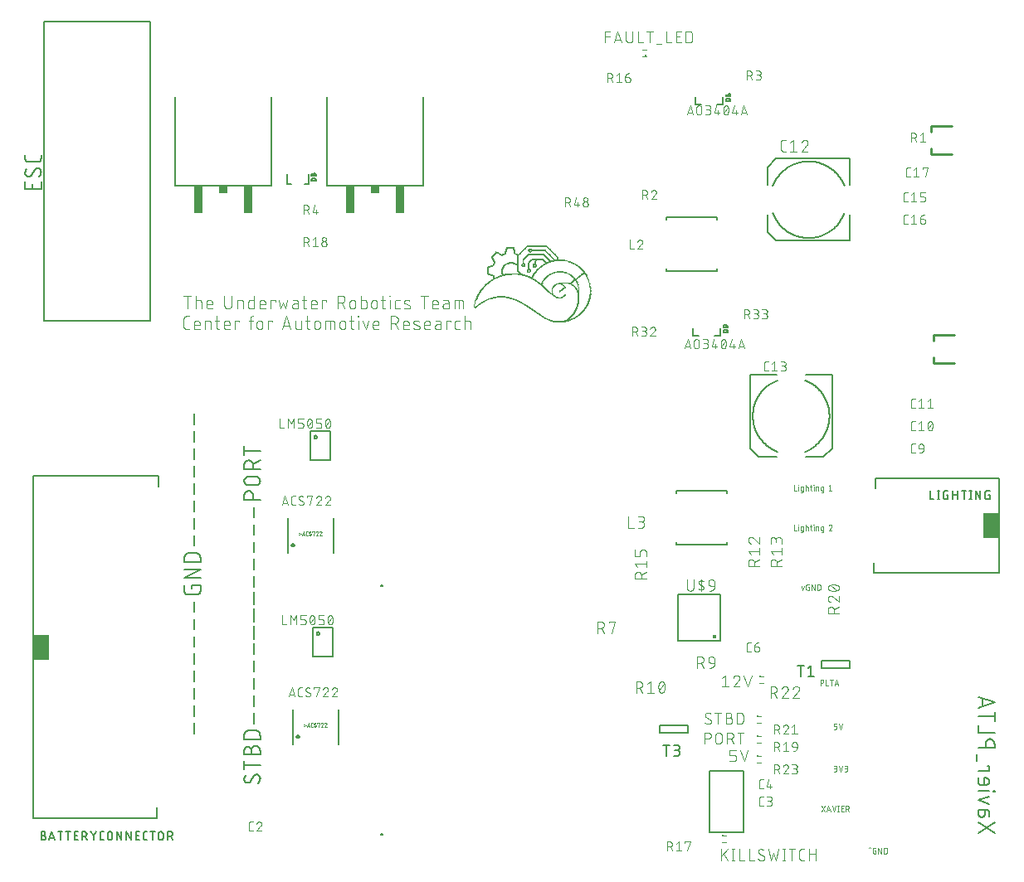
<source format=gbr>
G04 EAGLE Gerber RS-274X export*
G75*
%MOMM*%
%FSLAX34Y34*%
%LPD*%
%INSilkscreen Top*%
%IPPOS*%
%AMOC8*
5,1,8,0,0,1.08239X$1,22.5*%
G01*
%ADD10R,0.914400X0.020319*%
%ADD11R,1.117600X0.020319*%
%ADD12R,1.320800X0.020319*%
%ADD13R,1.503681X0.020319*%
%ADD14R,0.447038X0.020319*%
%ADD15R,0.589275X0.020319*%
%ADD16R,0.345438X0.020319*%
%ADD17R,0.508000X0.020319*%
%ADD18R,0.568963X0.020319*%
%ADD19R,0.284475X0.020319*%
%ADD20R,0.528319X0.020319*%
%ADD21R,0.264156X0.020319*%
%ADD22R,0.284481X0.020319*%
%ADD23R,0.548638X0.020319*%
%ADD24R,0.243838X0.020319*%
%ADD25R,0.223519X0.020319*%
%ADD26R,0.203200X0.020319*%
%ADD27R,0.162556X0.020319*%
%ADD28R,0.142238X0.020319*%
%ADD29R,0.182881X0.020319*%
%ADD30R,0.182875X0.020319*%
%ADD31R,0.121919X0.020319*%
%ADD32R,0.101600X0.020319*%
%ADD33R,0.162562X0.020319*%
%ADD34R,0.060956X0.020319*%
%ADD35R,0.081281X0.020319*%
%ADD36R,0.081275X0.020319*%
%ADD37R,0.264163X0.020319*%
%ADD38R,0.365762X0.020319*%
%ADD39R,0.304800X0.020319*%
%ADD40R,0.406400X0.020319*%
%ADD41R,0.365756X0.020319*%
%ADD42R,0.467356X0.020319*%
%ADD43R,0.487681X0.020319*%
%ADD44R,0.650238X0.020319*%
%ADD45R,0.487675X0.020319*%
%ADD46R,1.544319X0.020319*%
%ADD47R,1.463037X0.020319*%
%ADD48R,1.219200X0.020319*%
%ADD49R,0.731519X0.020319*%
%ADD50R,0.040638X0.020319*%
%ADD51R,0.325119X0.020319*%
%ADD52R,1.361438X0.020319*%
%ADD53R,0.975356X0.020319*%
%ADD54R,0.751838X0.020319*%
%ADD55R,0.609600X0.020319*%
%ADD56R,0.060963X0.020319*%
%ADD57R,0.386075X0.020319*%
%ADD58R,0.467363X0.020319*%
%ADD59R,0.426719X0.020319*%
%ADD60R,0.690875X0.020319*%
%ADD61R,0.020319X0.020319*%
%ADD62R,0.772156X0.020319*%
%ADD63R,1.788163X0.020319*%
%ADD64R,1.584956X0.020319*%
%ADD65R,1.341119X0.020319*%
%ADD66R,0.853438X0.020319*%
%ADD67R,1.056638X0.020319*%
%ADD68R,0.934719X0.020319*%
%ADD69R,0.690881X0.020319*%
%ADD70R,0.873756X0.020319*%
%ADD71R,0.792475X0.020319*%
%ADD72R,0.670556X0.020319*%
%ADD73R,1.524000X0.020319*%
%ADD74R,1.137919X0.020319*%
%ADD75R,1.300475X0.020319*%
%ADD76R,1.259838X0.020319*%
%ADD77R,1.198875X0.020319*%
%ADD78R,1.178556X0.020319*%
%ADD79R,1.849119X0.020319*%
%ADD80R,1.808481X0.020319*%
%ADD81R,0.386081X0.020319*%
%ADD82R,1.767838X0.020319*%
%ADD83R,1.727200X0.020319*%
%ADD84R,1.686563X0.020319*%
%ADD85R,1.605281X0.020319*%
%ADD86R,1.564638X0.020319*%
%ADD87R,1.503675X0.020319*%
%ADD88R,1.483356X0.020319*%
%ADD89R,1.483363X0.020319*%
%ADD90R,0.812800X0.020319*%
%ADD91R,0.792481X0.020319*%
%ADD92R,2.174238X0.020319*%
%ADD93R,2.133600X0.020319*%
%ADD94R,2.092956X0.020319*%
%ADD95R,2.052319X0.020319*%
%ADD96R,2.011675X0.020319*%
%ADD97C,0.050800*%
%ADD98C,0.152400*%
%ADD99C,0.076200*%
%ADD100C,0.203200*%
%ADD101R,1.500000X2.500000*%
%ADD102C,0.177800*%
%ADD103C,0.025400*%
%ADD104C,0.200000*%
%ADD105C,0.200000*%
%ADD106C,0.427200*%
%ADD107C,0.101600*%
%ADD108C,0.254000*%
%ADD109C,0.127000*%
%ADD110R,0.863600X0.762000*%
%ADD111R,0.900200X2.799800*%
%ADD112R,0.250000X0.225000*%


D10*
X553094Y646654D03*
D11*
X553298Y646857D03*
D12*
X553501Y647060D03*
D13*
X553602Y647263D03*
D14*
X547710Y647466D03*
D15*
X558987Y647466D03*
D16*
X546592Y647670D03*
D17*
X560003Y647670D03*
D16*
X545982Y647873D03*
D18*
X560714Y647873D03*
D19*
X545271Y648076D03*
D20*
X561324Y648076D03*
D21*
X544560Y648279D03*
D20*
X561934Y648279D03*
D22*
X544052Y648482D03*
D23*
X562442Y648482D03*
D24*
X543442Y648686D03*
D20*
X562950Y648686D03*
D25*
X542934Y648889D03*
X561629Y648889D03*
D21*
X564677Y648889D03*
D24*
X542426Y649092D03*
D26*
X561934Y649092D03*
D22*
X565185Y649092D03*
D25*
X541918Y649295D03*
D27*
X562137Y649295D03*
D24*
X565794Y649295D03*
D26*
X541410Y649498D03*
D28*
X562442Y649498D03*
D24*
X566201Y649498D03*
X541004Y649702D03*
D29*
X562645Y649702D03*
D21*
X566709Y649702D03*
D26*
X540598Y649905D03*
D27*
X562950Y649905D03*
D25*
X567115Y649905D03*
D30*
X540090Y650108D03*
D28*
X563254Y650108D03*
D25*
X567522Y650108D03*
D30*
X539683Y650311D03*
D28*
X563458Y650311D03*
D24*
X567826Y650311D03*
D29*
X539277Y650514D03*
D28*
X563661Y650514D03*
D25*
X568334Y650514D03*
D29*
X538870Y650718D03*
D28*
X563864Y650718D03*
D25*
X568741Y650718D03*
D29*
X538464Y650921D03*
D28*
X564067Y650921D03*
D24*
X569046Y650921D03*
D27*
X538159Y651124D03*
D28*
X564270Y651124D03*
D26*
X569452Y651124D03*
D27*
X537753Y651327D03*
D31*
X564575Y651327D03*
D26*
X569858Y651327D03*
D28*
X537448Y651530D03*
X564677Y651530D03*
D26*
X570062Y651530D03*
D27*
X537143Y651734D03*
D28*
X564880Y651734D03*
D26*
X570468Y651734D03*
D31*
X536737Y651937D03*
X565185Y651937D03*
D29*
X570773Y651937D03*
D28*
X536432Y652140D03*
X565286Y652140D03*
D26*
X571078Y652140D03*
D31*
X536127Y652343D03*
D28*
X565490Y652343D03*
D29*
X571382Y652343D03*
D32*
X535822Y652546D03*
D31*
X565794Y652546D03*
D29*
X571789Y652546D03*
D28*
X535619Y652750D03*
X565896Y652750D03*
D26*
X571890Y652750D03*
D31*
X535314Y652953D03*
D28*
X566099Y652953D03*
D30*
X572195Y652953D03*
D31*
X534908Y653156D03*
X566404Y653156D03*
D30*
X572602Y653156D03*
D31*
X534705Y653359D03*
D28*
X566506Y653359D03*
D29*
X572805Y653359D03*
D31*
X534502Y653562D03*
D28*
X566709Y653562D03*
D29*
X573008Y653562D03*
D31*
X534095Y653766D03*
D32*
X566912Y653766D03*
D27*
X573313Y653766D03*
D28*
X533790Y653969D03*
D31*
X567014Y653969D03*
D30*
X573618Y653969D03*
D28*
X533587Y654172D03*
D31*
X567217Y654172D03*
D33*
X573922Y654172D03*
D31*
X533282Y654375D03*
X567420Y654375D03*
D27*
X574126Y654375D03*
D28*
X532978Y654578D03*
D32*
X567522Y654578D03*
D30*
X574227Y654578D03*
D31*
X532673Y654782D03*
D32*
X567725Y654782D03*
D27*
X574532Y654782D03*
D28*
X532368Y654985D03*
D31*
X567826Y654985D03*
D27*
X574735Y654985D03*
D28*
X531962Y655188D03*
D31*
X568030Y655188D03*
D33*
X574938Y655188D03*
D28*
X531758Y655391D03*
D32*
X568131Y655391D03*
D28*
X575243Y655391D03*
D31*
X531454Y655594D03*
D32*
X568334Y655594D03*
D27*
X575548Y655594D03*
D28*
X531149Y655798D03*
D31*
X568436Y655798D03*
D27*
X575751Y655798D03*
D31*
X530844Y656001D03*
D32*
X568538Y656001D03*
D28*
X575853Y656001D03*
X530539Y656204D03*
D32*
X568741Y656204D03*
D28*
X576056Y656204D03*
D31*
X530234Y656407D03*
D32*
X568741Y656407D03*
D28*
X576259Y656407D03*
D31*
X530031Y656610D03*
D32*
X568944Y656610D03*
D28*
X576462Y656610D03*
D31*
X529625Y656814D03*
X569046Y656814D03*
D28*
X576666Y656814D03*
X529320Y657017D03*
D32*
X569147Y657017D03*
D28*
X576869Y657017D03*
D31*
X529015Y657220D03*
D32*
X569350Y657220D03*
D28*
X577072Y657220D03*
D31*
X528812Y657423D03*
D32*
X569350Y657423D03*
D28*
X577275Y657423D03*
X528507Y657626D03*
D31*
X569452Y657626D03*
D28*
X577478Y657626D03*
D31*
X528202Y657830D03*
X569655Y657830D03*
D28*
X577682Y657830D03*
D31*
X527796Y658033D03*
X569655Y658033D03*
D28*
X577682Y658033D03*
D31*
X527593Y658236D03*
X569858Y658236D03*
D33*
X577986Y658236D03*
D31*
X527186Y658439D03*
D32*
X569960Y658439D03*
D28*
X578088Y658439D03*
D31*
X526983Y658642D03*
X570062Y658642D03*
D28*
X578291Y658642D03*
X526678Y658846D03*
D31*
X570062Y658846D03*
D27*
X578393Y658846D03*
D31*
X526374Y659049D03*
X570265Y659049D03*
D28*
X578698Y659049D03*
D32*
X526069Y659252D03*
D31*
X570265Y659252D03*
X578799Y659252D03*
D28*
X525866Y659455D03*
D31*
X570468Y659455D03*
D28*
X578901Y659455D03*
D31*
X525561Y659658D03*
D32*
X570570Y659658D03*
D28*
X579104Y659658D03*
D31*
X525154Y659862D03*
D32*
X570570Y659862D03*
D31*
X579206Y659862D03*
D28*
X525053Y660065D03*
D31*
X570671Y660065D03*
D28*
X579307Y660065D03*
X524646Y660268D03*
D31*
X570874Y660268D03*
D28*
X579510Y660268D03*
D31*
X524342Y660471D03*
X570874Y660471D03*
X579612Y660471D03*
D28*
X524037Y660674D03*
D31*
X570874Y660674D03*
X579815Y660674D03*
X523732Y660878D03*
X571078Y660878D03*
D28*
X579917Y660878D03*
D31*
X523326Y661081D03*
D32*
X571179Y661081D03*
D31*
X580018Y661081D03*
D34*
X467547Y661284D03*
D28*
X523224Y661284D03*
D32*
X571179Y661284D03*
D28*
X580120Y661284D03*
D31*
X467446Y661487D03*
D28*
X522818Y661487D03*
D31*
X571281Y661487D03*
X580425Y661487D03*
D30*
X467547Y661690D03*
D31*
X522513Y661690D03*
X571281Y661690D03*
D28*
X580526Y661690D03*
D26*
X467649Y661894D03*
D28*
X522208Y661894D03*
D31*
X571484Y661894D03*
X580628Y661894D03*
D34*
X466938Y662097D03*
D32*
X468360Y662097D03*
D31*
X521903Y662097D03*
X571484Y662097D03*
D28*
X580730Y662097D03*
D34*
X466938Y662300D03*
D35*
X468665Y662300D03*
D31*
X521497Y662300D03*
X571484Y662300D03*
X580831Y662300D03*
D34*
X466938Y662503D03*
D31*
X468868Y662503D03*
D27*
X521294Y662503D03*
D31*
X571687Y662503D03*
X581034Y662503D03*
D36*
X467039Y662706D03*
D32*
X469173Y662706D03*
D28*
X520989Y662706D03*
D31*
X571687Y662706D03*
X581034Y662706D03*
D36*
X467039Y662910D03*
D32*
X469376Y662910D03*
D28*
X520582Y662910D03*
D32*
X571789Y662910D03*
D31*
X581238Y662910D03*
D36*
X467039Y663113D03*
D31*
X469681Y663113D03*
D28*
X520379Y663113D03*
D32*
X571789Y663113D03*
D31*
X581238Y663113D03*
D36*
X467039Y663316D03*
D32*
X469986Y663316D03*
D28*
X519973Y663316D03*
D31*
X571890Y663316D03*
X581441Y663316D03*
D36*
X467039Y663519D03*
D32*
X470189Y663519D03*
D31*
X519668Y663519D03*
X571890Y663519D03*
D32*
X581542Y663519D03*
D36*
X467039Y663722D03*
D31*
X470494Y663722D03*
D27*
X519262Y663722D03*
D31*
X572094Y663722D03*
X581644Y663722D03*
D34*
X467141Y663926D03*
D31*
X470697Y663926D03*
D28*
X518957Y663926D03*
D31*
X572094Y663926D03*
X581847Y663926D03*
D34*
X467141Y664129D03*
D32*
X471002Y664129D03*
D31*
X518652Y664129D03*
X572094Y664129D03*
X581847Y664129D03*
D35*
X467242Y664332D03*
D31*
X471306Y664332D03*
D28*
X518347Y664332D03*
D31*
X572094Y664332D03*
D28*
X581949Y664332D03*
D35*
X467242Y664535D03*
D31*
X471510Y664535D03*
D28*
X517941Y664535D03*
X572195Y664535D03*
D31*
X582050Y664535D03*
D34*
X467344Y664738D03*
D32*
X471814Y664738D03*
D28*
X517738Y664738D03*
D31*
X572297Y664738D03*
D32*
X582152Y664738D03*
D36*
X467446Y664942D03*
D31*
X472119Y664942D03*
D28*
X517331Y664942D03*
D31*
X572297Y664942D03*
X582254Y664942D03*
D36*
X467446Y665145D03*
D32*
X472424Y665145D03*
D33*
X517026Y665145D03*
D32*
X572398Y665145D03*
D31*
X582457Y665145D03*
D36*
X467446Y665348D03*
D31*
X472729Y665348D03*
D27*
X516620Y665348D03*
D32*
X572398Y665348D03*
D31*
X582457Y665348D03*
D36*
X467446Y665551D03*
D28*
X473034Y665551D03*
D30*
X516315Y665551D03*
D31*
X572500Y665551D03*
X582457Y665551D03*
D36*
X467446Y665754D03*
D31*
X473338Y665754D03*
D33*
X516010Y665754D03*
D31*
X572500Y665754D03*
X582660Y665754D03*
D35*
X467649Y665958D03*
D28*
X473643Y665958D03*
X515502Y665958D03*
D31*
X572500Y665958D03*
D32*
X582762Y665958D03*
D35*
X467649Y666161D03*
D27*
X473948Y666161D03*
X515198Y666161D03*
D28*
X572602Y666161D03*
D32*
X582762Y666161D03*
D35*
X467649Y666364D03*
D28*
X474253Y666364D03*
X514893Y666364D03*
D31*
X572703Y666364D03*
D32*
X582965Y666364D03*
D35*
X467649Y666567D03*
D28*
X474659Y666567D03*
D27*
X514385Y666567D03*
D31*
X572703Y666567D03*
X583066Y666567D03*
D35*
X467649Y666770D03*
D27*
X474964Y666770D03*
D29*
X514080Y666770D03*
D31*
X572703Y666770D03*
X583066Y666770D03*
D35*
X467852Y666974D03*
D28*
X475269Y666974D03*
D27*
X513775Y666974D03*
D31*
X572703Y666974D03*
D32*
X583168Y666974D03*
D35*
X467852Y667177D03*
D28*
X475675Y667177D03*
D30*
X513267Y667177D03*
D31*
X572703Y667177D03*
X583270Y667177D03*
D36*
X468055Y667380D03*
D27*
X475980Y667380D03*
D29*
X512861Y667380D03*
D28*
X572805Y667380D03*
D32*
X583371Y667380D03*
D36*
X468055Y667583D03*
D28*
X476285Y667583D03*
D30*
X512658Y667583D03*
D28*
X572805Y667583D03*
D32*
X583371Y667583D03*
D36*
X468055Y667786D03*
D27*
X476793Y667786D03*
D29*
X512048Y667786D03*
D28*
X572805Y667786D03*
D31*
X583473Y667786D03*
D36*
X468055Y667990D03*
D30*
X477098Y667990D03*
D26*
X511743Y667990D03*
D28*
X572805Y667990D03*
D32*
X583574Y667990D03*
D35*
X468258Y668193D03*
D33*
X477402Y668193D03*
D26*
X511337Y668193D03*
D31*
X572906Y668193D03*
X583676Y668193D03*
D35*
X468258Y668396D03*
D29*
X477910Y668396D03*
X510829Y668396D03*
D31*
X572906Y668396D03*
X583676Y668396D03*
D35*
X468258Y668599D03*
D29*
X478317Y668599D03*
D25*
X510422Y668599D03*
D32*
X573008Y668599D03*
X583778Y668599D03*
D35*
X468258Y668802D03*
D29*
X478520Y668802D03*
D26*
X509914Y668802D03*
D32*
X573008Y668802D03*
X583778Y668802D03*
D36*
X468462Y669006D03*
D30*
X479130Y669006D03*
D26*
X509508Y669006D03*
D32*
X573008Y669006D03*
X583981Y669006D03*
X468563Y669209D03*
D25*
X479536Y669209D03*
X509000Y669209D03*
D32*
X573008Y669209D03*
X583981Y669209D03*
D35*
X468665Y669412D03*
D29*
X479942Y669412D03*
D25*
X508594Y669412D03*
D32*
X573008Y669412D03*
X583981Y669412D03*
D35*
X468665Y669615D03*
D26*
X480450Y669615D03*
D25*
X507984Y669615D03*
D32*
X573008Y669615D03*
D35*
X584082Y669615D03*
X468665Y669818D03*
D25*
X480958Y669818D03*
D21*
X507578Y669818D03*
D31*
X573110Y669818D03*
D32*
X584184Y669818D03*
D35*
X468868Y670022D03*
D25*
X481365Y670022D03*
D24*
X507070Y670022D03*
D31*
X573110Y670022D03*
D32*
X584184Y670022D03*
D35*
X468868Y670225D03*
D25*
X481974Y670225D03*
D37*
X506358Y670225D03*
D31*
X573110Y670225D03*
X584286Y670225D03*
D35*
X468868Y670428D03*
D22*
X482482Y670428D03*
X505850Y670428D03*
D31*
X573110Y670428D03*
D32*
X584387Y670428D03*
X468970Y670631D03*
D37*
X482990Y670631D03*
D22*
X505241Y670631D03*
D31*
X573110Y670631D03*
D32*
X584387Y670631D03*
X469173Y670834D03*
D19*
X483702Y670834D03*
D22*
X504428Y670834D03*
D31*
X573110Y670834D03*
D32*
X584387Y670834D03*
D35*
X469274Y671038D03*
D16*
X484413Y671038D03*
D38*
X503818Y671038D03*
D22*
X554009Y671038D03*
D31*
X573110Y671038D03*
D35*
X584489Y671038D03*
X469274Y671241D03*
D39*
X485022Y671241D03*
D16*
X503107Y671241D03*
D40*
X553806Y671241D03*
D31*
X573110Y671241D03*
D32*
X584590Y671241D03*
X469376Y671444D03*
D41*
X485937Y671444D03*
X502193Y671444D03*
D23*
X553704Y671444D03*
D31*
X573110Y671444D03*
D32*
X584590Y671444D03*
D36*
X469478Y671647D03*
D42*
X486851Y671647D03*
D43*
X501380Y671647D03*
D44*
X553602Y671647D03*
D31*
X573110Y671647D03*
D32*
X584590Y671647D03*
D36*
X469478Y671850D03*
D45*
X487766Y671850D03*
D43*
X500364Y671850D03*
D24*
X551367Y671850D03*
D25*
X555939Y671850D03*
D31*
X573110Y671850D03*
D35*
X584692Y671850D03*
D32*
X469579Y672054D03*
D46*
X494065Y672054D03*
D25*
X550656Y672054D03*
D26*
X556447Y672054D03*
D31*
X573110Y672054D03*
D35*
X584692Y672054D03*
D32*
X469782Y672257D03*
D47*
X494065Y672257D03*
D24*
X550148Y672257D03*
D25*
X556752Y672257D03*
D31*
X573110Y672257D03*
D32*
X584794Y672257D03*
X469782Y672460D03*
D48*
X494065Y672460D03*
D26*
X549742Y672460D03*
D29*
X557158Y672460D03*
D31*
X573110Y672460D03*
D32*
X584794Y672460D03*
D35*
X469884Y672663D03*
D10*
X493963Y672663D03*
D30*
X549234Y672663D03*
X557362Y672663D03*
D32*
X573008Y672663D03*
X584794Y672663D03*
X469986Y672866D03*
D49*
X494065Y672866D03*
D27*
X548929Y672866D03*
D29*
X557768Y672866D03*
D32*
X573008Y672866D03*
D31*
X584895Y672866D03*
D36*
X470087Y673070D03*
D33*
X548522Y673070D03*
D27*
X557870Y673070D03*
D32*
X573008Y673070D03*
X584997Y673070D03*
X470189Y673273D03*
D28*
X548218Y673273D03*
X558174Y673273D03*
D32*
X573008Y673273D03*
X584997Y673273D03*
D31*
X470290Y673476D03*
D27*
X547913Y673476D03*
X558479Y673476D03*
D32*
X573008Y673476D03*
X584997Y673476D03*
X470392Y673679D03*
D28*
X547608Y673679D03*
X558581Y673679D03*
D31*
X573110Y673679D03*
D35*
X585098Y673679D03*
D36*
X470494Y673882D03*
D27*
X547303Y673882D03*
D28*
X558784Y673882D03*
D31*
X573110Y673882D03*
D35*
X585098Y673882D03*
D32*
X470595Y674086D03*
D27*
X547100Y674086D03*
D28*
X558987Y674086D03*
X573211Y674086D03*
D35*
X585098Y674086D03*
X470697Y674289D03*
D27*
X546897Y674289D03*
D28*
X559190Y674289D03*
X573211Y674289D03*
D35*
X585098Y674289D03*
D32*
X470798Y674492D03*
D26*
X546694Y674492D03*
D31*
X559292Y674492D03*
D28*
X573211Y674492D03*
D35*
X585098Y674492D03*
D32*
X471002Y674695D03*
D25*
X546389Y674695D03*
D28*
X573211Y674695D03*
D32*
X585200Y674695D03*
X471002Y674898D03*
D26*
X546287Y674898D03*
D28*
X573211Y674898D03*
D32*
X585200Y674898D03*
D36*
X471103Y675102D03*
D24*
X546084Y675102D03*
D28*
X573211Y675102D03*
D32*
X585200Y675102D03*
X471205Y675305D03*
D28*
X545373Y675305D03*
D32*
X546795Y675305D03*
D28*
X573211Y675305D03*
D36*
X585302Y675305D03*
D35*
X471306Y675508D03*
D31*
X545068Y675508D03*
D36*
X546694Y675508D03*
D27*
X573110Y675508D03*
D36*
X585302Y675508D03*
D32*
X471408Y675711D03*
D28*
X544763Y675711D03*
D36*
X546694Y675711D03*
D30*
X573211Y675711D03*
D36*
X585302Y675711D03*
D32*
X471611Y675914D03*
D28*
X544560Y675914D03*
D36*
X546694Y675914D03*
D30*
X573211Y675914D03*
D36*
X585302Y675914D03*
D35*
X471713Y676118D03*
D32*
X544357Y676118D03*
D35*
X546490Y676118D03*
D26*
X573110Y676118D03*
D36*
X585302Y676118D03*
D32*
X471814Y676321D03*
D31*
X544052Y676321D03*
D35*
X546490Y676321D03*
D26*
X573110Y676321D03*
D36*
X585302Y676321D03*
D32*
X472018Y676524D03*
D31*
X543849Y676524D03*
D35*
X546490Y676524D03*
X572500Y676524D03*
D36*
X573719Y676524D03*
X585302Y676524D03*
D32*
X472018Y676727D03*
D31*
X543646Y676727D03*
D36*
X546287Y676727D03*
D35*
X572500Y676727D03*
D36*
X573719Y676727D03*
X585302Y676727D03*
D32*
X472221Y676930D03*
D31*
X543442Y676930D03*
D36*
X546287Y676930D03*
D35*
X572500Y676930D03*
D36*
X573719Y676930D03*
X585302Y676930D03*
D32*
X472424Y677134D03*
D28*
X543138Y677134D03*
D36*
X546287Y677134D03*
D32*
X572398Y677134D03*
D36*
X573719Y677134D03*
X585302Y677134D03*
D32*
X472424Y677337D03*
D31*
X542833Y677337D03*
D36*
X546287Y677337D03*
D35*
X572297Y677337D03*
D36*
X573719Y677337D03*
X585302Y677337D03*
D32*
X472627Y677540D03*
D31*
X542630Y677540D03*
D36*
X546287Y677540D03*
D35*
X554212Y677540D03*
X572297Y677540D03*
D36*
X573719Y677540D03*
X585302Y677540D03*
D31*
X472729Y677743D03*
X542426Y677743D03*
D36*
X546287Y677743D03*
D31*
X554212Y677743D03*
D32*
X572195Y677743D03*
D36*
X573719Y677743D03*
X585302Y677743D03*
D32*
X472830Y677946D03*
D31*
X542223Y677946D03*
D36*
X546287Y677946D03*
D27*
X554212Y677946D03*
D50*
X572297Y677946D03*
D36*
X573719Y677946D03*
X585302Y677946D03*
D32*
X473034Y678150D03*
D31*
X542020Y678150D03*
D36*
X546287Y678150D03*
D30*
X554314Y678150D03*
D32*
X571992Y678150D03*
D36*
X573719Y678150D03*
D32*
X585403Y678150D03*
X473237Y678353D03*
D31*
X541817Y678353D03*
D36*
X546287Y678353D03*
D25*
X554517Y678353D03*
D35*
X571890Y678353D03*
D36*
X573719Y678353D03*
D32*
X585403Y678353D03*
X473237Y678556D03*
D31*
X541614Y678556D03*
D36*
X546287Y678556D03*
D24*
X554618Y678556D03*
D35*
X571890Y678556D03*
D36*
X573719Y678556D03*
D32*
X585403Y678556D03*
X473440Y678759D03*
D31*
X541410Y678759D03*
D36*
X546287Y678759D03*
D24*
X554822Y678759D03*
D32*
X571789Y678759D03*
D36*
X573719Y678759D03*
X585302Y678759D03*
D32*
X473643Y678962D03*
D28*
X541106Y678962D03*
D36*
X546287Y678962D03*
D24*
X555228Y678962D03*
D36*
X571687Y678962D03*
X573719Y678962D03*
X585302Y678962D03*
D35*
X473745Y679166D03*
D31*
X541004Y679166D03*
D36*
X546287Y679166D03*
D25*
X555533Y679166D03*
D32*
X571586Y679166D03*
D36*
X573719Y679166D03*
X585302Y679166D03*
D31*
X473948Y679369D03*
D32*
X540699Y679369D03*
D36*
X546287Y679369D03*
D25*
X555736Y679369D03*
D32*
X571382Y679369D03*
D36*
X573719Y679369D03*
X585302Y679369D03*
D32*
X474050Y679572D03*
D31*
X540394Y679572D03*
D36*
X546287Y679572D03*
D25*
X556142Y679572D03*
D35*
X571281Y679572D03*
D36*
X573719Y679572D03*
X585302Y679572D03*
D32*
X474253Y679775D03*
X540293Y679775D03*
D36*
X546287Y679775D03*
D25*
X556346Y679775D03*
D35*
X571281Y679775D03*
D36*
X573719Y679775D03*
X585302Y679775D03*
D31*
X474354Y679978D03*
D32*
X540090Y679978D03*
D35*
X546490Y679978D03*
D25*
X556549Y679978D03*
D32*
X571179Y679978D03*
D36*
X573719Y679978D03*
X585302Y679978D03*
D31*
X474558Y680182D03*
X539785Y680182D03*
D35*
X546490Y680182D03*
D24*
X556854Y680182D03*
D36*
X571078Y680182D03*
X573719Y680182D03*
X585302Y680182D03*
D32*
X474659Y680385D03*
X539683Y680385D03*
D35*
X546490Y680385D03*
D25*
X557158Y680385D03*
D32*
X570976Y680385D03*
D36*
X573719Y680385D03*
X585302Y680385D03*
D32*
X474862Y680588D03*
X539480Y680588D03*
D36*
X546694Y680588D03*
D25*
X557362Y680588D03*
D32*
X570773Y680588D03*
D36*
X573719Y680588D03*
X585302Y680588D03*
D32*
X475066Y680791D03*
D31*
X539175Y680791D03*
D36*
X546694Y680791D03*
D25*
X557768Y680791D03*
D36*
X570671Y680791D03*
X573719Y680791D03*
X585302Y680791D03*
D31*
X475167Y680994D03*
D32*
X539074Y680994D03*
D36*
X546694Y680994D03*
D26*
X557870Y680994D03*
D35*
X570468Y680994D03*
X573516Y680994D03*
D36*
X585302Y680994D03*
D31*
X475370Y681198D03*
D32*
X538870Y681198D03*
D35*
X546897Y681198D03*
D16*
X558784Y681198D03*
D32*
X570366Y681198D03*
D35*
X573516Y681198D03*
D36*
X585302Y681198D03*
D32*
X475472Y681401D03*
D31*
X538566Y681401D03*
D35*
X546897Y681401D03*
D39*
X558784Y681401D03*
D32*
X570163Y681401D03*
D35*
X573516Y681401D03*
D36*
X585302Y681401D03*
D32*
X475675Y681604D03*
X538464Y681604D03*
D35*
X546897Y681604D03*
D24*
X558886Y681604D03*
D36*
X570062Y681604D03*
D35*
X573516Y681604D03*
D32*
X585200Y681604D03*
X475878Y681807D03*
D31*
X538159Y681807D03*
D35*
X547100Y681807D03*
D25*
X558987Y681807D03*
D32*
X569960Y681807D03*
D35*
X573516Y681807D03*
D36*
X585302Y681807D03*
D32*
X476082Y682010D03*
D31*
X537956Y682010D03*
D36*
X547303Y682010D03*
D30*
X558987Y682010D03*
D32*
X569757Y682010D03*
D35*
X573516Y682010D03*
D36*
X585302Y682010D03*
D32*
X476285Y682214D03*
D31*
X537753Y682214D03*
D36*
X547303Y682214D03*
D28*
X559190Y682214D03*
D32*
X569554Y682214D03*
D35*
X573516Y682214D03*
D34*
X585200Y682214D03*
D31*
X476386Y682417D03*
X537550Y682417D03*
D35*
X547506Y682417D03*
D31*
X559089Y682417D03*
D32*
X569350Y682417D03*
D34*
X585200Y682417D03*
D31*
X476590Y682620D03*
X537346Y682620D03*
D32*
X547608Y682620D03*
D31*
X558886Y682620D03*
X569046Y682620D03*
D35*
X573313Y682620D03*
X585098Y682620D03*
D31*
X476793Y682823D03*
D32*
X537042Y682823D03*
D36*
X547710Y682823D03*
D28*
X558784Y682823D03*
D32*
X568944Y682823D03*
D36*
X573110Y682823D03*
D35*
X585098Y682823D03*
D31*
X476996Y683026D03*
D28*
X536838Y683026D03*
D35*
X547913Y683026D03*
D28*
X558581Y683026D03*
D31*
X568639Y683026D03*
D36*
X573110Y683026D03*
D34*
X585200Y683026D03*
D31*
X477199Y683230D03*
D28*
X536635Y683230D03*
D32*
X548014Y683230D03*
D28*
X558378Y683230D03*
X568334Y683230D03*
D36*
X573110Y683230D03*
D35*
X585098Y683230D03*
D32*
X477301Y683433D03*
D31*
X536330Y683433D03*
D32*
X548218Y683433D03*
D28*
X558174Y683433D03*
D31*
X568233Y683433D03*
D36*
X573110Y683433D03*
D35*
X585098Y683433D03*
D31*
X477606Y683636D03*
X536127Y683636D03*
D32*
X548421Y683636D03*
D28*
X557971Y683636D03*
X567928Y683636D03*
D36*
X573110Y683636D03*
D35*
X585098Y683636D03*
D31*
X477809Y683839D03*
X535924Y683839D03*
D32*
X548624Y683839D03*
D33*
X557666Y683839D03*
D27*
X567623Y683839D03*
D35*
X572906Y683839D03*
X585098Y683839D03*
D32*
X477910Y684042D03*
D31*
X535721Y684042D03*
D32*
X548827Y684042D03*
D28*
X557565Y684042D03*
X567318Y684042D03*
D35*
X572906Y684042D03*
D36*
X584895Y684042D03*
D31*
X478215Y684246D03*
D28*
X535416Y684246D03*
D31*
X549132Y684246D03*
D27*
X557260Y684246D03*
D28*
X567115Y684246D03*
D35*
X572906Y684246D03*
D36*
X584895Y684246D03*
D31*
X478418Y684449D03*
D28*
X535213Y684449D03*
X549437Y684449D03*
D30*
X556955Y684449D03*
D33*
X566810Y684449D03*
D32*
X572805Y684449D03*
D36*
X584895Y684449D03*
D31*
X478622Y684652D03*
D28*
X535010Y684652D03*
D31*
X549538Y684652D03*
D33*
X556650Y684652D03*
D28*
X566506Y684652D03*
D36*
X572703Y684652D03*
D35*
X584692Y684652D03*
D31*
X478825Y684855D03*
D27*
X534908Y684855D03*
D28*
X550046Y684855D03*
D30*
X556346Y684855D03*
X566099Y684855D03*
D32*
X572602Y684855D03*
D35*
X584692Y684855D03*
D31*
X479028Y685058D03*
D26*
X534705Y685058D03*
D27*
X550351Y685058D03*
D26*
X556041Y685058D03*
D29*
X565693Y685058D03*
D35*
X572500Y685058D03*
X584692Y685058D03*
D31*
X479231Y685262D03*
X534298Y685262D03*
D36*
X535518Y685262D03*
D27*
X550758Y685262D03*
D33*
X555634Y685262D03*
D29*
X565286Y685262D03*
D35*
X572500Y685262D03*
X584692Y685262D03*
D28*
X479536Y685465D03*
X533994Y685465D03*
D36*
X535518Y685465D03*
D26*
X551367Y685465D03*
D25*
X555126Y685465D03*
D29*
X564880Y685465D03*
D32*
X572398Y685465D03*
X584590Y685465D03*
D28*
X479739Y685668D03*
X533790Y685668D03*
D35*
X535721Y685668D03*
D20*
X553196Y685668D03*
D22*
X564169Y685668D03*
D35*
X572297Y685668D03*
X584489Y685668D03*
D31*
X480044Y685871D03*
X533486Y685871D03*
D35*
X535721Y685871D03*
D40*
X553196Y685871D03*
D51*
X563966Y685871D03*
D35*
X572297Y685871D03*
X584489Y685871D03*
D31*
X480247Y686074D03*
D28*
X533181Y686074D03*
D32*
X535822Y686074D03*
D16*
X553501Y686074D03*
D32*
X572195Y686074D03*
D35*
X584489Y686074D03*
D28*
X480552Y686278D03*
X532978Y686278D03*
D35*
X535924Y686278D03*
D52*
X559190Y686278D03*
D36*
X572094Y686278D03*
D35*
X584489Y686278D03*
D31*
X480654Y686481D03*
D28*
X532774Y686481D03*
D35*
X535924Y686481D03*
D53*
X558276Y686481D03*
D25*
X565083Y686481D03*
D35*
X571890Y686481D03*
X584489Y686481D03*
D28*
X480958Y686684D03*
X532368Y686684D03*
D36*
X536127Y686684D03*
D54*
X558378Y686684D03*
D25*
X565490Y686684D03*
D35*
X571890Y686684D03*
D36*
X584286Y686684D03*
D28*
X481162Y686887D03*
D33*
X532266Y686887D03*
D32*
X536229Y686887D03*
D55*
X558276Y686887D03*
D25*
X565693Y686887D03*
D36*
X571687Y686887D03*
X584286Y686887D03*
D31*
X481466Y687090D03*
D28*
X531962Y687090D03*
D35*
X536330Y687090D03*
D25*
X565896Y687090D03*
D36*
X571687Y687090D03*
D34*
X584184Y687090D03*
D28*
X481771Y687294D03*
X531758Y687294D03*
D35*
X536330Y687294D03*
D25*
X566099Y687294D03*
D32*
X571586Y687294D03*
D35*
X584082Y687294D03*
D28*
X481974Y687497D03*
X531352Y687497D03*
D36*
X536534Y687497D03*
D25*
X566506Y687497D03*
D35*
X571484Y687497D03*
X584082Y687497D03*
D31*
X482279Y687700D03*
D28*
X531149Y687700D03*
D36*
X536534Y687700D03*
D25*
X566709Y687700D03*
D35*
X571281Y687700D03*
X584082Y687700D03*
D31*
X482482Y687903D03*
D27*
X530844Y687903D03*
D35*
X536737Y687903D03*
D25*
X566912Y687903D03*
D35*
X571281Y687903D03*
D34*
X583981Y687903D03*
D28*
X482787Y688106D03*
X530539Y688106D03*
D35*
X536940Y688106D03*
D25*
X567318Y688106D03*
D36*
X571078Y688106D03*
X583879Y688106D03*
D31*
X483092Y688310D03*
D33*
X530234Y688310D03*
D35*
X536940Y688310D03*
D25*
X567522Y688310D03*
D32*
X570976Y688310D03*
D36*
X583879Y688310D03*
D28*
X483397Y688513D03*
D27*
X530031Y688513D03*
D36*
X537143Y688513D03*
D25*
X567725Y688513D03*
D35*
X570874Y688513D03*
D36*
X583879Y688513D03*
D27*
X483702Y688716D03*
X529625Y688716D03*
D36*
X537143Y688716D03*
D25*
X568131Y688716D03*
D36*
X570671Y688716D03*
D35*
X583676Y688716D03*
D31*
X483905Y688919D03*
D27*
X529422Y688919D03*
D35*
X537346Y688919D03*
D25*
X568334Y688919D03*
D36*
X570671Y688919D03*
D35*
X583676Y688919D03*
D28*
X484210Y689122D03*
D27*
X529015Y689122D03*
D36*
X537550Y689122D03*
D25*
X568538Y689122D03*
D35*
X570468Y689122D03*
D56*
X583574Y689122D03*
D27*
X484718Y689326D03*
D29*
X528710Y689326D03*
D32*
X537651Y689326D03*
D39*
X569350Y689326D03*
D35*
X583473Y689326D03*
D27*
X484921Y689529D03*
X528406Y689529D03*
D35*
X537753Y689529D03*
D37*
X569350Y689529D03*
D35*
X583473Y689529D03*
D27*
X485327Y689732D03*
D29*
X528101Y689732D03*
D32*
X537854Y689732D03*
D24*
X569452Y689732D03*
D34*
X583371Y689732D03*
D29*
X485632Y689935D03*
X527694Y689935D03*
D32*
X538058Y689935D03*
D24*
X569655Y689935D03*
D36*
X583270Y689935D03*
D27*
X485937Y690138D03*
D29*
X527288Y690138D03*
D36*
X538159Y690138D03*
D25*
X569960Y690138D03*
D36*
X583270Y690138D03*
D27*
X486343Y690342D03*
D26*
X526983Y690342D03*
D35*
X538362Y690342D03*
D25*
X570163Y690342D03*
D35*
X583066Y690342D03*
D27*
X486750Y690545D03*
D26*
X526577Y690545D03*
D32*
X538464Y690545D03*
D37*
X570366Y690545D03*
D34*
X582965Y690545D03*
D29*
X487054Y690748D03*
X526272Y690748D03*
D32*
X538667Y690748D03*
D22*
X570265Y690748D03*
D34*
X582965Y690748D03*
D26*
X487562Y690951D03*
X525967Y690951D03*
D32*
X538870Y690951D03*
X569147Y690951D03*
D25*
X570976Y690951D03*
D36*
X582863Y690951D03*
D25*
X487664Y691154D03*
D24*
X525561Y691154D03*
D32*
X539074Y691154D03*
X568944Y691154D03*
D25*
X571179Y691154D03*
D34*
X582762Y691154D03*
D21*
X487867Y691358D03*
D25*
X525256Y691358D03*
D32*
X539277Y691358D03*
X568741Y691358D03*
D25*
X571586Y691358D03*
D35*
X582660Y691358D03*
D51*
X488172Y691561D03*
D25*
X524850Y691561D03*
D32*
X539480Y691561D03*
X568538Y691561D03*
D25*
X571789Y691561D03*
D35*
X582660Y691561D03*
D57*
X488274Y691764D03*
D22*
X524545Y691764D03*
D36*
X539582Y691764D03*
D32*
X568334Y691764D03*
D24*
X572094Y691764D03*
D35*
X582457Y691764D03*
D28*
X486851Y691967D03*
D25*
X489493Y691967D03*
D39*
X524443Y691967D03*
D32*
X539683Y691967D03*
D35*
X568233Y691967D03*
D26*
X572297Y691967D03*
D34*
X582355Y691967D03*
D31*
X486750Y692170D03*
D25*
X489899Y692170D03*
D26*
X523529Y692170D03*
D32*
X525662Y692170D03*
D31*
X539988Y692170D03*
D32*
X567928Y692170D03*
D25*
X572602Y692170D03*
D34*
X582355Y692170D03*
D31*
X486750Y692374D03*
D24*
X490407Y692374D03*
D25*
X523224Y692374D03*
D31*
X525764Y692374D03*
X540191Y692374D03*
X567826Y692374D03*
D25*
X572805Y692374D03*
D36*
X582254Y692374D03*
D28*
X486648Y692577D03*
D25*
X490915Y692577D03*
X522818Y692577D03*
D32*
X525866Y692577D03*
D31*
X540394Y692577D03*
D32*
X567522Y692577D03*
D26*
X573110Y692577D03*
D34*
X582152Y692577D03*
D31*
X486546Y692780D03*
D24*
X491423Y692780D03*
X522106Y692780D03*
D36*
X525967Y692780D03*
D31*
X540598Y692780D03*
D32*
X567318Y692780D03*
D25*
X573414Y692780D03*
D35*
X582050Y692780D03*
D31*
X486546Y692983D03*
D22*
X492033Y692983D03*
X521700Y692983D03*
D32*
X526069Y692983D03*
X540902Y692983D03*
X567115Y692983D03*
D25*
X573618Y692983D03*
D36*
X581847Y692983D03*
D31*
X486343Y693186D03*
D21*
X492338Y693186D03*
D39*
X521192Y693186D03*
D35*
X526170Y693186D03*
D32*
X541106Y693186D03*
X566912Y693186D03*
D26*
X573922Y693186D03*
D34*
X581746Y693186D03*
D31*
X486343Y693390D03*
D22*
X493049Y693390D03*
D51*
X520481Y693390D03*
D32*
X526272Y693390D03*
X541309Y693390D03*
D31*
X566607Y693390D03*
D25*
X574227Y693390D03*
D35*
X581644Y693390D03*
D31*
X486343Y693593D03*
D51*
X493658Y693593D03*
D16*
X519973Y693593D03*
D31*
X526374Y693593D03*
X541614Y693593D03*
X566404Y693593D03*
D25*
X574430Y693593D03*
D35*
X581441Y693593D03*
D31*
X486140Y693796D03*
D39*
X494166Y693796D03*
D16*
X519363Y693796D03*
D32*
X526475Y693796D03*
D31*
X541817Y693796D03*
X566201Y693796D03*
D26*
X574735Y693796D03*
D32*
X581339Y693796D03*
D26*
X485734Y693999D03*
D51*
X494878Y693999D03*
D41*
X518652Y693999D03*
D31*
X526577Y693999D03*
X542020Y693999D03*
X565794Y693999D03*
D25*
X575040Y693999D03*
D32*
X581339Y693999D03*
D19*
X485327Y694202D03*
D40*
X495690Y694202D03*
X517839Y694202D03*
D32*
X526678Y694202D03*
D31*
X542426Y694202D03*
X565591Y694202D03*
D25*
X575243Y694202D03*
D32*
X581136Y694202D03*
D19*
X484718Y694406D03*
D57*
X496402Y694406D03*
X517331Y694406D03*
D31*
X526780Y694406D03*
X542630Y694406D03*
X565388Y694406D03*
D26*
X575548Y694406D03*
D35*
X581034Y694406D03*
D22*
X484108Y694609D03*
D58*
X497214Y694609D03*
D59*
X516518Y694609D03*
D31*
X526983Y694609D03*
D28*
X542934Y694609D03*
D31*
X564982Y694609D03*
D25*
X575853Y694609D03*
D32*
X580933Y694609D03*
D51*
X483498Y694812D03*
D15*
X498027Y694812D03*
D43*
X515604Y694812D03*
D31*
X526983Y694812D03*
D28*
X543341Y694812D03*
X564677Y694812D03*
D25*
X576056Y694812D03*
D32*
X580730Y694812D03*
D39*
X482787Y695015D03*
D60*
X498535Y695015D03*
D42*
X514893Y695015D03*
D32*
X527288Y695015D03*
D28*
X543544Y695015D03*
D31*
X564372Y695015D03*
D25*
X576259Y695015D03*
D32*
X580730Y695015D03*
D39*
X481974Y695218D03*
D36*
X495487Y695218D03*
D61*
X497011Y695218D03*
D62*
X501177Y695218D03*
D20*
X513775Y695218D03*
D32*
X527288Y695218D03*
D28*
X543950Y695218D03*
X564067Y695218D03*
D25*
X576666Y695218D03*
D32*
X580526Y695218D03*
D51*
X481466Y695422D03*
D32*
X495386Y695422D03*
D63*
X506866Y695422D03*
D31*
X527390Y695422D03*
D27*
X544255Y695422D03*
D28*
X563661Y695422D03*
D25*
X576869Y695422D03*
D32*
X580323Y695422D03*
D24*
X481060Y695625D03*
D32*
X495386Y695625D03*
D64*
X507070Y695625D03*
D31*
X527593Y695625D03*
D28*
X544560Y695625D03*
D27*
X563356Y695625D03*
D25*
X577072Y695625D03*
D36*
X580222Y695625D03*
D27*
X480654Y695828D03*
D31*
X495284Y695828D03*
D47*
X507476Y695828D03*
D31*
X527796Y695828D03*
D27*
X545068Y695828D03*
X562950Y695828D03*
D37*
X577478Y695828D03*
D32*
X580120Y695828D03*
D31*
X480450Y696031D03*
D32*
X495182Y696031D03*
D65*
X507882Y696031D03*
D31*
X527796Y696031D03*
D29*
X545576Y696031D03*
D30*
X562442Y696031D03*
D24*
X577783Y696031D03*
D32*
X579917Y696031D03*
X480349Y696234D03*
X495182Y696234D03*
D66*
X507476Y696234D03*
D28*
X513674Y696234D03*
D32*
X527898Y696234D03*
D27*
X545881Y696234D03*
D16*
X578494Y696234D03*
D32*
X480349Y696438D03*
X495182Y696438D03*
D31*
X513572Y696438D03*
X528202Y696438D03*
D29*
X546389Y696438D03*
D51*
X578596Y696438D03*
D32*
X480349Y696641D03*
X495182Y696641D03*
D28*
X513267Y696641D03*
X528304Y696641D03*
D26*
X546897Y696641D03*
D21*
X578698Y696641D03*
D32*
X480349Y696844D03*
X494979Y696844D03*
D28*
X513064Y696844D03*
D31*
X528406Y696844D03*
D25*
X547405Y696844D03*
D24*
X578799Y696844D03*
D32*
X480349Y697047D03*
X494979Y697047D03*
D28*
X512861Y697047D03*
D31*
X528609Y697047D03*
D24*
X548116Y697047D03*
D21*
X559800Y697047D03*
D26*
X578799Y697047D03*
D32*
X480349Y697250D03*
X494979Y697250D03*
D31*
X512759Y697250D03*
D28*
X522411Y697250D03*
X528710Y697250D03*
D51*
X548929Y697250D03*
X559089Y697250D03*
D27*
X578799Y697250D03*
D32*
X480349Y697454D03*
X494979Y697454D03*
D28*
X512454Y697454D03*
D30*
X522411Y697454D03*
D28*
X528914Y697454D03*
D16*
X549640Y697454D03*
D51*
X558276Y697454D03*
D31*
X578799Y697454D03*
D32*
X480349Y697657D03*
X494979Y697657D03*
D28*
X512251Y697657D03*
D21*
X522411Y697657D03*
D31*
X529015Y697657D03*
D67*
X554009Y697657D03*
D31*
X578799Y697657D03*
D32*
X480349Y697860D03*
X494979Y697860D03*
D28*
X512048Y697860D03*
D39*
X522411Y697860D03*
D28*
X529320Y697860D03*
D68*
X554009Y697860D03*
D32*
X578698Y697860D03*
X480349Y698063D03*
X494979Y698063D03*
D28*
X511845Y698063D03*
X521598Y698063D03*
D31*
X523326Y698063D03*
X529422Y698063D03*
D69*
X554009Y698063D03*
D32*
X578494Y698063D03*
X480349Y698266D03*
X494979Y698266D03*
D28*
X511642Y698266D03*
D31*
X521294Y698266D03*
X523529Y698266D03*
X529625Y698266D03*
D41*
X554009Y698266D03*
D32*
X578291Y698266D03*
X480349Y698470D03*
X494979Y698470D03*
D28*
X511438Y698470D03*
D32*
X521192Y698470D03*
X523630Y698470D03*
D28*
X529726Y698470D03*
D31*
X578190Y698470D03*
D32*
X480349Y698673D03*
X494979Y698673D03*
D28*
X511235Y698673D03*
D32*
X520989Y698673D03*
D31*
X523732Y698673D03*
D28*
X529930Y698673D03*
D32*
X577885Y698673D03*
X480349Y698876D03*
D31*
X495081Y698876D03*
X511134Y698876D03*
D32*
X520989Y698876D03*
X523834Y698876D03*
D28*
X530133Y698876D03*
D32*
X577885Y698876D03*
X480349Y699079D03*
D31*
X495081Y699079D03*
D32*
X511032Y699079D03*
X520989Y699079D03*
X523834Y699079D03*
D28*
X530336Y699079D03*
D31*
X577580Y699079D03*
D32*
X480349Y699282D03*
D31*
X495081Y699282D03*
D32*
X511032Y699282D03*
D31*
X521090Y699282D03*
X523732Y699282D03*
D28*
X530539Y699282D03*
D32*
X577478Y699282D03*
X480349Y699486D03*
D31*
X495081Y699486D03*
D32*
X511032Y699486D03*
D31*
X521090Y699486D03*
D32*
X523630Y699486D03*
D31*
X530641Y699486D03*
D32*
X577275Y699486D03*
X480349Y699689D03*
D28*
X495182Y699689D03*
D32*
X511032Y699689D03*
D31*
X521294Y699689D03*
X523529Y699689D03*
D28*
X530742Y699689D03*
D31*
X576970Y699689D03*
D32*
X480349Y699892D03*
D31*
X495284Y699892D03*
D32*
X511032Y699892D03*
D28*
X521395Y699892D03*
X523427Y699892D03*
D31*
X531047Y699892D03*
D32*
X576869Y699892D03*
X480349Y700095D03*
D31*
X495284Y700095D03*
D32*
X511032Y700095D03*
D39*
X522411Y700095D03*
D28*
X531149Y700095D03*
D32*
X576666Y700095D03*
X480349Y700298D03*
D31*
X495284Y700298D03*
D32*
X511032Y700298D03*
D22*
X522513Y700298D03*
D28*
X531352Y700298D03*
D31*
X576361Y700298D03*
D32*
X480349Y700502D03*
D31*
X495284Y700502D03*
D32*
X511032Y700502D03*
D25*
X522411Y700502D03*
D28*
X531555Y700502D03*
D31*
X576361Y700502D03*
D32*
X480349Y700705D03*
D28*
X495386Y700705D03*
D32*
X511032Y700705D03*
D27*
X522513Y700705D03*
X531860Y700705D03*
D32*
X576056Y700705D03*
X480349Y700908D03*
D31*
X495487Y700908D03*
D32*
X511032Y700908D03*
X522411Y700908D03*
D27*
X532063Y700908D03*
D28*
X575853Y700908D03*
D32*
X480349Y701111D03*
D31*
X495487Y701111D03*
D32*
X511032Y701111D03*
X522411Y701111D03*
D33*
X532266Y701111D03*
D31*
X575751Y701111D03*
D32*
X480349Y701314D03*
D31*
X495487Y701314D03*
D32*
X511032Y701314D03*
X522411Y701314D03*
D27*
X532470Y701314D03*
D32*
X575446Y701314D03*
X480349Y701518D03*
D31*
X495690Y701518D03*
D32*
X511032Y701518D03*
X522411Y701518D03*
D27*
X532673Y701518D03*
D31*
X575142Y701518D03*
D32*
X480349Y701721D03*
D28*
X495792Y701721D03*
D32*
X511032Y701721D03*
X522411Y701721D03*
D28*
X532978Y701721D03*
D31*
X574938Y701721D03*
D32*
X480349Y701924D03*
D28*
X495792Y701924D03*
D32*
X511032Y701924D03*
X522411Y701924D03*
D27*
X533079Y701924D03*
D31*
X574735Y701924D03*
D32*
X480349Y702127D03*
D31*
X495894Y702127D03*
D32*
X511032Y702127D03*
X522411Y702127D03*
D29*
X533384Y702127D03*
D31*
X574532Y702127D03*
X480450Y702330D03*
D28*
X495995Y702330D03*
D32*
X511032Y702330D03*
X522411Y702330D03*
D27*
X533689Y702330D03*
D31*
X574329Y702330D03*
D26*
X480857Y702534D03*
D31*
X496097Y702534D03*
D32*
X511032Y702534D03*
X522411Y702534D03*
D28*
X528304Y702534D03*
D26*
X533892Y702534D03*
D28*
X574024Y702534D03*
D21*
X481162Y702737D03*
D31*
X496300Y702737D03*
D32*
X511032Y702737D03*
X522411Y702737D03*
D26*
X528406Y702737D03*
D29*
X534197Y702737D03*
D28*
X573821Y702737D03*
D51*
X481466Y702940D03*
D28*
X496402Y702940D03*
D32*
X511032Y702940D03*
X522411Y702940D03*
D21*
X528304Y702940D03*
D28*
X534400Y702940D03*
D31*
X573516Y702940D03*
D41*
X482076Y703143D03*
D28*
X496402Y703143D03*
D32*
X511032Y703143D03*
D28*
X516722Y703143D03*
D32*
X522411Y703143D03*
D19*
X528406Y703143D03*
D27*
X534705Y703143D03*
X573313Y703143D03*
D41*
X482686Y703346D03*
D28*
X496605Y703346D03*
D32*
X511032Y703346D03*
D26*
X516823Y703346D03*
D32*
X522411Y703346D03*
D27*
X527593Y703346D03*
D28*
X529320Y703346D03*
D30*
X535010Y703346D03*
D28*
X573008Y703346D03*
D41*
X483295Y703550D03*
D31*
X496706Y703550D03*
D32*
X511032Y703550D03*
D21*
X516722Y703550D03*
D32*
X522411Y703550D03*
X527288Y703550D03*
D31*
X529422Y703550D03*
D29*
X535213Y703550D03*
D28*
X572805Y703550D03*
D16*
X484006Y703753D03*
D28*
X497011Y703753D03*
D32*
X511032Y703753D03*
D19*
X516823Y703753D03*
D32*
X522411Y703753D03*
X527288Y703753D03*
X529523Y703753D03*
D27*
X535518Y703753D03*
X572500Y703753D03*
D41*
X484718Y703956D03*
D28*
X497011Y703956D03*
D31*
X510930Y703956D03*
D28*
X515909Y703956D03*
X517738Y703956D03*
D32*
X522411Y703956D03*
X527085Y703956D03*
X529726Y703956D03*
D29*
X535822Y703956D03*
D28*
X572195Y703956D03*
D39*
X485022Y704159D03*
D28*
X497214Y704159D03*
D31*
X510930Y704159D03*
D32*
X515706Y704159D03*
X517941Y704159D03*
X522411Y704159D03*
X527085Y704159D03*
X529726Y704159D03*
D30*
X536026Y704159D03*
D28*
X571992Y704159D03*
D24*
X485530Y704362D03*
D28*
X497418Y704362D03*
X510829Y704362D03*
D35*
X515604Y704362D03*
X518042Y704362D03*
D32*
X522411Y704362D03*
X527085Y704362D03*
X529726Y704362D03*
D29*
X536432Y704362D03*
D31*
X571687Y704362D03*
D30*
X485835Y704566D03*
D28*
X497621Y704566D03*
D27*
X510727Y704566D03*
D32*
X515502Y704566D03*
X518144Y704566D03*
X522411Y704566D03*
X527085Y704566D03*
X529726Y704566D03*
D26*
X536737Y704566D03*
D28*
X571382Y704566D03*
D31*
X486140Y704769D03*
X497722Y704769D03*
D30*
X510626Y704769D03*
D32*
X515502Y704769D03*
X518144Y704769D03*
X522411Y704769D03*
D35*
X527186Y704769D03*
X529625Y704769D03*
D30*
X537042Y704769D03*
D31*
X571078Y704769D03*
X486343Y704972D03*
D30*
X498027Y704972D03*
D26*
X510524Y704972D03*
D32*
X515502Y704972D03*
X518144Y704972D03*
X522411Y704972D03*
X527288Y704972D03*
D31*
X529422Y704972D03*
D26*
X537346Y704972D03*
D28*
X570773Y704972D03*
D31*
X486343Y705175D03*
D27*
X498332Y705175D03*
D24*
X510321Y705175D03*
D32*
X515502Y705175D03*
X518144Y705175D03*
X522411Y705175D03*
D51*
X528406Y705175D03*
D26*
X537753Y705175D03*
D28*
X570366Y705175D03*
D32*
X486445Y705378D03*
D29*
X498637Y705378D03*
D21*
X510219Y705378D03*
D35*
X515604Y705378D03*
X518042Y705378D03*
D32*
X522411Y705378D03*
D19*
X528406Y705378D03*
D26*
X537956Y705378D03*
D27*
X570062Y705378D03*
D31*
X486546Y705582D03*
D26*
X498942Y705582D03*
D39*
X510016Y705582D03*
D32*
X515706Y705582D03*
D31*
X517839Y705582D03*
D32*
X522411Y705582D03*
D21*
X528304Y705582D03*
D26*
X538362Y705582D03*
D28*
X569757Y705582D03*
X486648Y705785D03*
D25*
X499246Y705785D03*
D29*
X509000Y705785D03*
D31*
X510930Y705785D03*
D51*
X516823Y705785D03*
D32*
X522411Y705785D03*
D26*
X528406Y705785D03*
D25*
X538667Y705785D03*
D29*
X569350Y705785D03*
D31*
X486750Y705988D03*
D25*
X499653Y705988D03*
X508594Y705988D03*
D31*
X510930Y705988D03*
D19*
X516823Y705988D03*
D32*
X522411Y705988D03*
D28*
X528304Y705988D03*
D29*
X538870Y705988D03*
D27*
X569046Y705988D03*
D31*
X486750Y706191D03*
D22*
X500161Y706191D03*
D21*
X508187Y706191D03*
D31*
X510930Y706191D03*
D21*
X516722Y706191D03*
D32*
X522411Y706191D03*
X528507Y706191D03*
D26*
X539378Y706191D03*
D27*
X568639Y706191D03*
D28*
X486851Y706394D03*
D40*
X500974Y706394D03*
D41*
X507476Y706394D03*
D31*
X510930Y706394D03*
D26*
X516823Y706394D03*
D32*
X522411Y706394D03*
X528507Y706394D03*
D24*
X539785Y706394D03*
D30*
X568131Y706394D03*
D31*
X486953Y706598D03*
D10*
X504123Y706598D03*
D31*
X510930Y706598D03*
X516823Y706598D03*
D32*
X522411Y706598D03*
X528507Y706598D03*
D24*
X540191Y706598D03*
D29*
X567725Y706598D03*
D31*
X486953Y706801D03*
D70*
X504123Y706801D03*
D31*
X510930Y706801D03*
D36*
X516823Y706801D03*
D32*
X522411Y706801D03*
X528507Y706801D03*
D21*
X540496Y706801D03*
D26*
X567420Y706801D03*
D28*
X487258Y707004D03*
D71*
X504123Y707004D03*
D31*
X510930Y707004D03*
D36*
X516823Y707004D03*
D32*
X522411Y707004D03*
X528507Y707004D03*
D51*
X540801Y707004D03*
D25*
X566912Y707004D03*
D28*
X487258Y707207D03*
D72*
X504123Y707207D03*
D31*
X510930Y707207D03*
D36*
X516823Y707207D03*
D32*
X522411Y707207D03*
X528507Y707207D03*
D41*
X541004Y707207D03*
D26*
X566404Y707207D03*
D28*
X487461Y707410D03*
D20*
X504022Y707410D03*
D31*
X510930Y707410D03*
D36*
X516823Y707410D03*
D31*
X522513Y707410D03*
D32*
X528507Y707410D03*
D30*
X539683Y707410D03*
D21*
X542122Y707410D03*
D24*
X565998Y707410D03*
D28*
X487461Y707614D03*
D51*
X503818Y707614D03*
D31*
X510930Y707614D03*
D36*
X516823Y707614D03*
D28*
X522614Y707614D03*
D32*
X528507Y707614D03*
D29*
X539480Y707614D03*
D19*
X542630Y707614D03*
D24*
X565388Y707614D03*
D31*
X487359Y707817D03*
X510930Y707817D03*
D36*
X516823Y707817D03*
D28*
X522614Y707817D03*
D32*
X528507Y707817D03*
D27*
X539175Y707817D03*
D24*
X543036Y707817D03*
X564982Y707817D03*
D31*
X487359Y708020D03*
X510930Y708020D03*
D36*
X516823Y708020D03*
D31*
X522919Y708020D03*
D32*
X528507Y708020D03*
D30*
X539074Y708020D03*
D21*
X543544Y708020D03*
X564474Y708020D03*
D31*
X487156Y708223D03*
X510930Y708223D03*
D36*
X516823Y708223D03*
D33*
X523122Y708223D03*
D28*
X528710Y708223D03*
D29*
X538870Y708223D03*
D39*
X544154Y708223D03*
D22*
X563762Y708223D03*
D32*
X487054Y708426D03*
D31*
X510930Y708426D03*
D36*
X516823Y708426D03*
D28*
X523224Y708426D03*
D31*
X528812Y708426D03*
D27*
X538566Y708426D03*
D39*
X544560Y708426D03*
D22*
X563153Y708426D03*
D32*
X487054Y708630D03*
D31*
X510930Y708630D03*
D36*
X516823Y708630D03*
D28*
X523427Y708630D03*
X528914Y708630D03*
D33*
X538362Y708630D03*
D57*
X545170Y708630D03*
D32*
X486851Y708833D03*
D31*
X510930Y708833D03*
D36*
X516823Y708833D03*
D27*
X523732Y708833D03*
D33*
X529218Y708833D03*
D29*
X538261Y708833D03*
D14*
X545474Y708833D03*
D31*
X486750Y709036D03*
X510930Y709036D03*
D36*
X516823Y709036D03*
D28*
X523834Y709036D03*
X529320Y709036D03*
D27*
X537956Y709036D03*
D20*
X545881Y709036D03*
D31*
X486750Y709239D03*
X510930Y709239D03*
D36*
X516823Y709239D03*
D28*
X524037Y709239D03*
X529523Y709239D03*
D27*
X537753Y709239D03*
D30*
X543747Y709239D03*
D59*
X547608Y709239D03*
D40*
X559902Y709239D03*
D31*
X486546Y709442D03*
X510930Y709442D03*
D36*
X516823Y709442D03*
D27*
X524342Y709442D03*
X529828Y709442D03*
D30*
X537651Y709442D03*
D29*
X543544Y709442D03*
D73*
X553501Y709442D03*
D32*
X486445Y709646D03*
D31*
X510930Y709646D03*
D36*
X516823Y709646D03*
D28*
X524443Y709646D03*
X529930Y709646D03*
D33*
X537346Y709646D03*
X543442Y709646D03*
D12*
X553501Y709646D03*
D31*
X486343Y709849D03*
X510930Y709849D03*
D36*
X516823Y709849D03*
D28*
X524646Y709849D03*
X530133Y709849D03*
D29*
X537245Y709849D03*
D30*
X543138Y709849D03*
D48*
X553399Y709849D03*
D31*
X486140Y710052D03*
X510930Y710052D03*
D36*
X516823Y710052D03*
D27*
X524951Y710052D03*
D28*
X530539Y710052D03*
D30*
X537042Y710052D03*
D29*
X542934Y710052D03*
D74*
X553196Y710052D03*
D31*
X486140Y710255D03*
X510930Y710255D03*
D36*
X516823Y710255D03*
D28*
X525053Y710255D03*
X530539Y710255D03*
D27*
X536737Y710255D03*
X542833Y710255D03*
X548319Y710255D03*
D72*
X553907Y710255D03*
D32*
X486038Y710458D03*
D31*
X510930Y710458D03*
D32*
X516925Y710458D03*
D75*
X531047Y710458D03*
D29*
X542528Y710458D03*
X548014Y710458D03*
D27*
X551774Y710458D03*
D32*
X485835Y710662D03*
D31*
X510930Y710662D03*
X517026Y710662D03*
D76*
X531047Y710662D03*
D29*
X542325Y710662D03*
D30*
X547811Y710662D03*
D28*
X551875Y710662D03*
D32*
X485835Y710865D03*
D31*
X510930Y710865D03*
D28*
X517128Y710865D03*
D77*
X530946Y710865D03*
D27*
X542223Y710865D03*
X547710Y710865D03*
D28*
X551875Y710865D03*
D31*
X485734Y711068D03*
X510930Y711068D03*
D28*
X517331Y711068D03*
D78*
X531047Y711068D03*
D29*
X541918Y711068D03*
X547405Y711068D03*
D28*
X551875Y711068D03*
D31*
X485530Y711271D03*
X510930Y711271D03*
D27*
X517636Y711271D03*
D74*
X531047Y711271D03*
D30*
X541715Y711271D03*
X547202Y711271D03*
D28*
X551875Y711271D03*
D32*
X485429Y711474D03*
D31*
X510930Y711474D03*
D28*
X517738Y711474D03*
D27*
X541614Y711474D03*
X547100Y711474D03*
D28*
X551875Y711474D03*
D31*
X485327Y711678D03*
X510930Y711678D03*
D28*
X517941Y711678D03*
D29*
X541309Y711678D03*
D27*
X546897Y711678D03*
D28*
X551875Y711678D03*
D32*
X485226Y711881D03*
D31*
X510930Y711881D03*
D27*
X518246Y711881D03*
D30*
X541106Y711881D03*
D29*
X546592Y711881D03*
D28*
X551875Y711881D03*
D31*
X485124Y712084D03*
X510930Y712084D03*
D28*
X518347Y712084D03*
D27*
X541004Y712084D03*
D33*
X546490Y712084D03*
D28*
X551875Y712084D03*
D32*
X485022Y712287D03*
D31*
X510930Y712287D03*
D28*
X518550Y712287D03*
D30*
X540699Y712287D03*
X546186Y712287D03*
D28*
X551875Y712287D03*
D31*
X484921Y712490D03*
X510930Y712490D03*
D27*
X518855Y712490D03*
D29*
X540496Y712490D03*
X545982Y712490D03*
D28*
X551875Y712490D03*
D32*
X484819Y712694D03*
D31*
X510930Y712694D03*
D28*
X518957Y712694D03*
D33*
X540394Y712694D03*
D27*
X545881Y712694D03*
X551774Y712694D03*
D31*
X484718Y712897D03*
X510930Y712897D03*
D28*
X519160Y712897D03*
D30*
X540090Y712897D03*
D29*
X545576Y712897D03*
D33*
X551570Y712897D03*
D31*
X484718Y713100D03*
X510930Y713100D03*
D28*
X519363Y713100D03*
D29*
X539886Y713100D03*
D33*
X545474Y713100D03*
D27*
X551367Y713100D03*
D28*
X484819Y713303D03*
D31*
X510930Y713303D03*
D28*
X519566Y713303D03*
X539683Y713303D03*
D27*
X545271Y713303D03*
X551164Y713303D03*
D28*
X485022Y713506D03*
D31*
X510930Y713506D03*
D28*
X519770Y713506D03*
D29*
X539480Y713506D03*
D27*
X545068Y713506D03*
X550961Y713506D03*
D28*
X485226Y713710D03*
D31*
X510930Y713710D03*
D28*
X519973Y713710D03*
D29*
X539277Y713710D03*
D27*
X544865Y713710D03*
X550758Y713710D03*
D28*
X485429Y713913D03*
D31*
X510930Y713913D03*
X520278Y713913D03*
D28*
X539074Y713913D03*
D27*
X544662Y713913D03*
D33*
X550554Y713913D03*
D28*
X485632Y714116D03*
D31*
X510930Y714116D03*
D28*
X520379Y714116D03*
D29*
X538870Y714116D03*
D33*
X544458Y714116D03*
D27*
X550351Y714116D03*
D28*
X485835Y714319D03*
X511032Y714319D03*
X520582Y714319D03*
D30*
X538667Y714319D03*
D27*
X544255Y714319D03*
X550148Y714319D03*
D28*
X486038Y714522D03*
D50*
X494878Y714522D03*
D27*
X511134Y714522D03*
D28*
X520786Y714522D03*
D27*
X538566Y714522D03*
X544052Y714522D03*
X549945Y714522D03*
D28*
X486242Y714726D03*
D31*
X494878Y714726D03*
D30*
X511235Y714726D03*
D28*
X520989Y714726D03*
D29*
X538261Y714726D03*
D27*
X543849Y714726D03*
X549742Y714726D03*
D28*
X486445Y714929D03*
D25*
X494979Y714929D03*
D26*
X511337Y714929D03*
D79*
X529726Y714929D03*
D27*
X543646Y714929D03*
D33*
X549538Y714929D03*
D28*
X486648Y715132D03*
D22*
X495081Y715132D03*
D24*
X511337Y715132D03*
D80*
X529726Y715132D03*
D33*
X543442Y715132D03*
D27*
X549335Y715132D03*
D28*
X486851Y715335D03*
D81*
X495182Y715335D03*
D39*
X511235Y715335D03*
D82*
X529726Y715335D03*
D27*
X543239Y715335D03*
X549132Y715335D03*
D28*
X487054Y715538D03*
D17*
X495182Y715538D03*
D81*
X511032Y715538D03*
D83*
X529726Y715538D03*
D27*
X543036Y715538D03*
X548929Y715538D03*
D28*
X487258Y715742D03*
D26*
X493455Y715742D03*
D39*
X496402Y715742D03*
D24*
X509914Y715742D03*
D27*
X512353Y715742D03*
D84*
X529726Y715742D03*
D27*
X542833Y715742D03*
X548726Y715742D03*
D28*
X487461Y715945D03*
D26*
X493049Y715945D03*
D51*
X496910Y715945D03*
D37*
X509406Y715945D03*
D27*
X512556Y715945D03*
X542630Y715945D03*
D33*
X548522Y715945D03*
D28*
X487664Y716148D03*
D26*
X492642Y716148D03*
D22*
X497113Y716148D03*
D24*
X508898Y716148D03*
D27*
X512759Y716148D03*
D33*
X542426Y716148D03*
D27*
X548319Y716148D03*
D28*
X487867Y716351D03*
D30*
X492338Y716351D03*
D24*
X497316Y716351D03*
D26*
X508695Y716351D03*
D33*
X512962Y716351D03*
D27*
X542223Y716351D03*
X548116Y716351D03*
D28*
X488070Y716554D03*
D26*
X492033Y716554D03*
X497519Y716554D03*
D29*
X508390Y716554D03*
D27*
X513166Y716554D03*
X542020Y716554D03*
X547913Y716554D03*
D28*
X488274Y716758D03*
D25*
X491525Y716758D03*
D27*
X497926Y716758D03*
D32*
X507984Y716758D03*
D27*
X513369Y716758D03*
X541817Y716758D03*
X547710Y716758D03*
D28*
X488477Y716961D03*
D26*
X491220Y716961D03*
D32*
X498230Y716961D03*
X507984Y716961D03*
D27*
X513572Y716961D03*
X541614Y716961D03*
D33*
X547506Y716961D03*
D28*
X488680Y717164D03*
D26*
X490814Y717164D03*
D31*
X498332Y717164D03*
D32*
X507984Y717164D03*
D27*
X513775Y717164D03*
D32*
X541106Y717164D03*
D50*
X542020Y717164D03*
D27*
X547303Y717164D03*
D16*
X489899Y717367D03*
D31*
X498332Y717367D03*
D32*
X507781Y717367D03*
D33*
X513978Y717367D03*
D27*
X541207Y717367D03*
X547100Y717367D03*
D21*
X489696Y717570D03*
D32*
X498434Y717570D03*
X507781Y717570D03*
D27*
X514182Y717570D03*
X541004Y717570D03*
X546897Y717570D03*
D25*
X489696Y717774D03*
D32*
X498434Y717774D03*
X507781Y717774D03*
D27*
X514385Y717774D03*
X540801Y717774D03*
X546694Y717774D03*
D33*
X489594Y717977D03*
D31*
X498535Y717977D03*
D32*
X507781Y717977D03*
D27*
X514588Y717977D03*
D32*
X523630Y717977D03*
D27*
X540598Y717977D03*
D33*
X546490Y717977D03*
D32*
X489493Y718180D03*
X498637Y718180D03*
D36*
X507679Y718180D03*
D27*
X514791Y718180D03*
D29*
X523630Y718180D03*
D33*
X540394Y718180D03*
D27*
X546287Y718180D03*
D50*
X489391Y718383D03*
D32*
X498637Y718383D03*
D36*
X507679Y718383D03*
D33*
X514994Y718383D03*
D25*
X523630Y718383D03*
D27*
X540191Y718383D03*
X546084Y718383D03*
D32*
X498637Y718586D03*
D36*
X507679Y718586D03*
D27*
X515198Y718586D03*
D39*
X523630Y718586D03*
D27*
X539988Y718586D03*
X545881Y718586D03*
D31*
X498738Y718790D03*
D32*
X507578Y718790D03*
D27*
X515401Y718790D03*
D39*
X523630Y718790D03*
D27*
X539785Y718790D03*
X545678Y718790D03*
D32*
X498840Y718993D03*
X507578Y718993D03*
D27*
X515604Y718993D03*
D16*
X523630Y718993D03*
D27*
X539582Y718993D03*
D33*
X545474Y718993D03*
D31*
X498942Y719196D03*
X507476Y719196D03*
D27*
X515807Y719196D03*
D31*
X522513Y719196D03*
D85*
X532165Y719196D03*
D27*
X545271Y719196D03*
D32*
X499043Y719399D03*
D31*
X507476Y719399D03*
D33*
X516010Y719399D03*
D32*
X522411Y719399D03*
D86*
X532165Y719399D03*
D27*
X545068Y719399D03*
D32*
X499043Y719602D03*
D31*
X507476Y719602D03*
D27*
X516214Y719602D03*
D31*
X522310Y719602D03*
D46*
X532063Y719602D03*
D27*
X544865Y719602D03*
D32*
X499043Y719806D03*
X507374Y719806D03*
D27*
X516417Y719806D03*
D32*
X522208Y719806D03*
D87*
X532063Y719806D03*
D27*
X544662Y719806D03*
D31*
X499145Y720009D03*
D32*
X507374Y720009D03*
D27*
X516620Y720009D03*
D31*
X522310Y720009D03*
D88*
X531962Y720009D03*
D33*
X544458Y720009D03*
D32*
X499246Y720212D03*
D31*
X507273Y720212D03*
D27*
X516823Y720212D03*
D31*
X522310Y720212D03*
D89*
X531758Y720212D03*
D27*
X544255Y720212D03*
D32*
X499246Y720415D03*
X507171Y720415D03*
D33*
X517026Y720415D03*
D31*
X522513Y720415D03*
X524748Y720415D03*
D27*
X544052Y720415D03*
D32*
X499246Y720618D03*
X507171Y720618D03*
D27*
X517230Y720618D03*
D28*
X522614Y720618D03*
D27*
X524545Y720618D03*
X543849Y720618D03*
D32*
X499450Y720822D03*
X507171Y720822D03*
D27*
X517433Y720822D03*
D16*
X523630Y720822D03*
D27*
X543646Y720822D03*
D32*
X499450Y721025D03*
D31*
X507070Y721025D03*
D27*
X517636Y721025D03*
D39*
X523630Y721025D03*
D33*
X543442Y721025D03*
D31*
X499551Y721228D03*
D32*
X506968Y721228D03*
D27*
X517839Y721228D03*
D24*
X523529Y721228D03*
D27*
X543239Y721228D03*
D31*
X499551Y721431D03*
D32*
X506968Y721431D03*
D33*
X518042Y721431D03*
D25*
X523630Y721431D03*
D27*
X543036Y721431D03*
D32*
X499653Y721634D03*
D31*
X506866Y721634D03*
D27*
X518246Y721634D03*
D32*
X523630Y721634D03*
D27*
X542833Y721634D03*
X499958Y721838D03*
D50*
X501380Y721838D03*
D61*
X502091Y721838D03*
D50*
X503006Y721838D03*
X503615Y721838D03*
D56*
X504326Y721838D03*
D50*
X505038Y721838D03*
D61*
X505749Y721838D03*
D32*
X506765Y721838D03*
D27*
X518449Y721838D03*
X542630Y721838D03*
D90*
X503209Y722041D03*
D27*
X518652Y722041D03*
D33*
X542426Y722041D03*
D91*
X503310Y722244D03*
D27*
X518855Y722244D03*
X542223Y722244D03*
D62*
X503209Y722447D03*
D33*
X519058Y722447D03*
D27*
X542020Y722447D03*
D62*
X503209Y722650D03*
D27*
X519262Y722650D03*
X541817Y722650D03*
D50*
X499754Y722854D03*
D34*
X500466Y722854D03*
D50*
X501177Y722854D03*
D34*
X501888Y722854D03*
D50*
X502599Y722854D03*
D31*
X503615Y722854D03*
D34*
X504733Y722854D03*
D50*
X505444Y722854D03*
X506054Y722854D03*
X506866Y722854D03*
D27*
X519465Y722854D03*
X541614Y722854D03*
X519668Y723057D03*
D33*
X541410Y723057D03*
D27*
X519871Y723260D03*
X541207Y723260D03*
D33*
X520074Y723463D03*
D27*
X541004Y723463D03*
X520278Y723666D03*
X540801Y723666D03*
D92*
X530539Y723870D03*
D93*
X530539Y724073D03*
D94*
X530539Y724276D03*
D95*
X530539Y724479D03*
D96*
X530539Y724682D03*
D97*
X173841Y674174D02*
X173841Y660712D01*
X170101Y674174D02*
X177580Y674174D01*
X182165Y674174D02*
X182165Y660712D01*
X182165Y669687D02*
X185904Y669687D01*
X185997Y669685D01*
X186089Y669679D01*
X186182Y669670D01*
X186273Y669656D01*
X186365Y669639D01*
X186455Y669618D01*
X186544Y669594D01*
X186633Y669565D01*
X186720Y669533D01*
X186805Y669498D01*
X186890Y669459D01*
X186972Y669417D01*
X187053Y669371D01*
X187131Y669322D01*
X187208Y669269D01*
X187282Y669214D01*
X187354Y669155D01*
X187424Y669094D01*
X187491Y669030D01*
X187555Y668963D01*
X187616Y668893D01*
X187675Y668821D01*
X187730Y668747D01*
X187783Y668670D01*
X187832Y668592D01*
X187878Y668511D01*
X187920Y668429D01*
X187959Y668344D01*
X187994Y668259D01*
X188026Y668172D01*
X188055Y668083D01*
X188079Y667994D01*
X188100Y667904D01*
X188117Y667812D01*
X188131Y667721D01*
X188140Y667628D01*
X188146Y667536D01*
X188148Y667443D01*
X188148Y660712D01*
X195724Y660712D02*
X199464Y660712D01*
X195724Y660712D02*
X195631Y660714D01*
X195539Y660720D01*
X195446Y660729D01*
X195355Y660743D01*
X195263Y660760D01*
X195173Y660781D01*
X195084Y660805D01*
X194995Y660834D01*
X194908Y660866D01*
X194823Y660901D01*
X194738Y660940D01*
X194656Y660982D01*
X194575Y661028D01*
X194497Y661077D01*
X194420Y661130D01*
X194346Y661185D01*
X194274Y661244D01*
X194204Y661305D01*
X194137Y661369D01*
X194073Y661436D01*
X194012Y661506D01*
X193953Y661578D01*
X193898Y661652D01*
X193845Y661729D01*
X193796Y661807D01*
X193750Y661888D01*
X193708Y661970D01*
X193669Y662055D01*
X193634Y662140D01*
X193602Y662227D01*
X193573Y662316D01*
X193549Y662405D01*
X193528Y662495D01*
X193511Y662587D01*
X193497Y662678D01*
X193488Y662771D01*
X193482Y662863D01*
X193480Y662956D01*
X193480Y666695D01*
X193482Y666803D01*
X193488Y666911D01*
X193498Y667018D01*
X193511Y667126D01*
X193529Y667232D01*
X193550Y667338D01*
X193575Y667443D01*
X193604Y667547D01*
X193637Y667650D01*
X193673Y667752D01*
X193713Y667852D01*
X193757Y667951D01*
X193804Y668049D01*
X193854Y668144D01*
X193908Y668238D01*
X193966Y668329D01*
X194026Y668419D01*
X194090Y668506D01*
X194157Y668590D01*
X194227Y668673D01*
X194300Y668753D01*
X194376Y668830D01*
X194454Y668904D01*
X194535Y668975D01*
X194619Y669044D01*
X194705Y669109D01*
X194793Y669171D01*
X194883Y669230D01*
X194976Y669286D01*
X195071Y669338D01*
X195167Y669387D01*
X195265Y669433D01*
X195365Y669474D01*
X195466Y669513D01*
X195568Y669547D01*
X195672Y669578D01*
X195776Y669605D01*
X195882Y669628D01*
X195988Y669648D01*
X196095Y669663D01*
X196202Y669675D01*
X196310Y669683D01*
X196418Y669687D01*
X196526Y669687D01*
X196634Y669683D01*
X196742Y669675D01*
X196849Y669663D01*
X196956Y669648D01*
X197062Y669628D01*
X197168Y669605D01*
X197272Y669578D01*
X197376Y669547D01*
X197478Y669513D01*
X197579Y669474D01*
X197679Y669433D01*
X197777Y669387D01*
X197873Y669338D01*
X197968Y669286D01*
X198061Y669230D01*
X198151Y669171D01*
X198239Y669109D01*
X198325Y669044D01*
X198409Y668975D01*
X198490Y668904D01*
X198568Y668830D01*
X198644Y668753D01*
X198717Y668673D01*
X198787Y668590D01*
X198854Y668506D01*
X198918Y668419D01*
X198978Y668329D01*
X199036Y668238D01*
X199090Y668144D01*
X199140Y668049D01*
X199187Y667951D01*
X199231Y667852D01*
X199271Y667752D01*
X199307Y667650D01*
X199340Y667547D01*
X199369Y667443D01*
X199394Y667338D01*
X199415Y667232D01*
X199433Y667126D01*
X199446Y667018D01*
X199456Y666911D01*
X199462Y666803D01*
X199464Y666695D01*
X199464Y665200D01*
X193480Y665200D01*
X211592Y664452D02*
X211592Y674174D01*
X211592Y664452D02*
X211594Y664331D01*
X211600Y664210D01*
X211610Y664089D01*
X211623Y663969D01*
X211641Y663849D01*
X211662Y663730D01*
X211688Y663612D01*
X211717Y663494D01*
X211750Y663377D01*
X211786Y663262D01*
X211827Y663148D01*
X211871Y663035D01*
X211919Y662924D01*
X211970Y662814D01*
X212025Y662706D01*
X212083Y662600D01*
X212145Y662496D01*
X212210Y662394D01*
X212278Y662294D01*
X212349Y662196D01*
X212424Y662101D01*
X212502Y662008D01*
X212582Y661917D01*
X212666Y661830D01*
X212752Y661745D01*
X212841Y661663D01*
X212933Y661583D01*
X213027Y661507D01*
X213123Y661434D01*
X213222Y661364D01*
X213323Y661298D01*
X213427Y661234D01*
X213532Y661174D01*
X213639Y661118D01*
X213748Y661065D01*
X213858Y661015D01*
X213970Y660969D01*
X214084Y660927D01*
X214199Y660889D01*
X214315Y660854D01*
X214432Y660823D01*
X214550Y660796D01*
X214668Y660772D01*
X214788Y660753D01*
X214908Y660737D01*
X215029Y660725D01*
X215149Y660717D01*
X215270Y660713D01*
X215392Y660713D01*
X215513Y660717D01*
X215633Y660725D01*
X215754Y660737D01*
X215874Y660753D01*
X215994Y660772D01*
X216112Y660796D01*
X216230Y660823D01*
X216347Y660854D01*
X216463Y660889D01*
X216578Y660927D01*
X216692Y660969D01*
X216804Y661015D01*
X216914Y661065D01*
X217023Y661118D01*
X217130Y661174D01*
X217235Y661234D01*
X217339Y661298D01*
X217440Y661364D01*
X217539Y661434D01*
X217635Y661507D01*
X217729Y661583D01*
X217821Y661663D01*
X217910Y661745D01*
X217996Y661830D01*
X218080Y661917D01*
X218160Y662008D01*
X218238Y662101D01*
X218313Y662196D01*
X218384Y662294D01*
X218452Y662394D01*
X218517Y662496D01*
X218579Y662600D01*
X218637Y662706D01*
X218692Y662814D01*
X218743Y662924D01*
X218791Y663035D01*
X218835Y663148D01*
X218876Y663262D01*
X218912Y663377D01*
X218945Y663494D01*
X218974Y663612D01*
X219000Y663730D01*
X219021Y663849D01*
X219039Y663969D01*
X219052Y664089D01*
X219062Y664210D01*
X219068Y664331D01*
X219070Y664452D01*
X219071Y664452D02*
X219071Y674174D01*
X224913Y669687D02*
X224913Y660712D01*
X224913Y669687D02*
X228652Y669687D01*
X228745Y669685D01*
X228837Y669679D01*
X228930Y669670D01*
X229021Y669656D01*
X229113Y669639D01*
X229203Y669618D01*
X229292Y669594D01*
X229381Y669565D01*
X229468Y669533D01*
X229553Y669498D01*
X229638Y669459D01*
X229720Y669417D01*
X229801Y669371D01*
X229879Y669322D01*
X229956Y669269D01*
X230030Y669214D01*
X230102Y669155D01*
X230172Y669094D01*
X230239Y669030D01*
X230303Y668963D01*
X230364Y668893D01*
X230423Y668821D01*
X230478Y668747D01*
X230531Y668670D01*
X230580Y668592D01*
X230626Y668511D01*
X230668Y668429D01*
X230707Y668344D01*
X230742Y668259D01*
X230774Y668172D01*
X230803Y668083D01*
X230827Y667994D01*
X230848Y667904D01*
X230865Y667812D01*
X230879Y667721D01*
X230888Y667628D01*
X230894Y667536D01*
X230896Y667443D01*
X230896Y660712D01*
X242165Y660712D02*
X242165Y674174D01*
X242165Y660712D02*
X238425Y660712D01*
X238332Y660714D01*
X238240Y660720D01*
X238147Y660729D01*
X238056Y660743D01*
X237964Y660760D01*
X237874Y660781D01*
X237785Y660805D01*
X237696Y660834D01*
X237609Y660866D01*
X237524Y660901D01*
X237439Y660940D01*
X237357Y660982D01*
X237276Y661028D01*
X237198Y661077D01*
X237121Y661130D01*
X237047Y661185D01*
X236975Y661244D01*
X236905Y661305D01*
X236838Y661369D01*
X236774Y661436D01*
X236713Y661506D01*
X236654Y661578D01*
X236599Y661652D01*
X236546Y661729D01*
X236497Y661807D01*
X236451Y661888D01*
X236409Y661970D01*
X236370Y662055D01*
X236335Y662140D01*
X236303Y662227D01*
X236274Y662316D01*
X236250Y662405D01*
X236229Y662495D01*
X236212Y662587D01*
X236198Y662678D01*
X236189Y662771D01*
X236183Y662863D01*
X236181Y662956D01*
X236181Y667443D01*
X236183Y667536D01*
X236189Y667628D01*
X236198Y667721D01*
X236212Y667812D01*
X236229Y667904D01*
X236250Y667994D01*
X236274Y668083D01*
X236303Y668172D01*
X236335Y668259D01*
X236370Y668344D01*
X236409Y668429D01*
X236451Y668511D01*
X236497Y668592D01*
X236546Y668670D01*
X236599Y668747D01*
X236654Y668821D01*
X236713Y668893D01*
X236774Y668963D01*
X236838Y669030D01*
X236905Y669094D01*
X236975Y669155D01*
X237047Y669214D01*
X237121Y669269D01*
X237198Y669322D01*
X237276Y669371D01*
X237357Y669417D01*
X237439Y669459D01*
X237524Y669498D01*
X237609Y669533D01*
X237696Y669565D01*
X237785Y669594D01*
X237874Y669618D01*
X237965Y669639D01*
X238056Y669656D01*
X238147Y669670D01*
X238240Y669679D01*
X238332Y669685D01*
X238425Y669687D01*
X242165Y669687D01*
X249788Y660712D02*
X253527Y660712D01*
X249788Y660712D02*
X249695Y660714D01*
X249603Y660720D01*
X249510Y660729D01*
X249419Y660743D01*
X249327Y660760D01*
X249237Y660781D01*
X249148Y660805D01*
X249059Y660834D01*
X248972Y660866D01*
X248887Y660901D01*
X248802Y660940D01*
X248720Y660982D01*
X248639Y661028D01*
X248561Y661077D01*
X248484Y661130D01*
X248410Y661185D01*
X248338Y661244D01*
X248268Y661305D01*
X248201Y661369D01*
X248137Y661436D01*
X248076Y661506D01*
X248017Y661578D01*
X247962Y661652D01*
X247909Y661729D01*
X247860Y661807D01*
X247814Y661888D01*
X247772Y661970D01*
X247733Y662055D01*
X247698Y662140D01*
X247666Y662227D01*
X247637Y662316D01*
X247613Y662405D01*
X247592Y662495D01*
X247575Y662587D01*
X247561Y662678D01*
X247552Y662771D01*
X247546Y662863D01*
X247544Y662956D01*
X247544Y666695D01*
X247546Y666803D01*
X247552Y666911D01*
X247562Y667018D01*
X247575Y667126D01*
X247593Y667232D01*
X247614Y667338D01*
X247639Y667443D01*
X247668Y667547D01*
X247701Y667650D01*
X247737Y667752D01*
X247777Y667852D01*
X247821Y667951D01*
X247868Y668049D01*
X247918Y668144D01*
X247972Y668238D01*
X248030Y668329D01*
X248090Y668419D01*
X248154Y668506D01*
X248221Y668590D01*
X248291Y668673D01*
X248364Y668753D01*
X248440Y668830D01*
X248518Y668904D01*
X248599Y668975D01*
X248683Y669044D01*
X248769Y669109D01*
X248857Y669171D01*
X248947Y669230D01*
X249040Y669286D01*
X249135Y669338D01*
X249231Y669387D01*
X249329Y669433D01*
X249429Y669474D01*
X249530Y669513D01*
X249632Y669547D01*
X249736Y669578D01*
X249840Y669605D01*
X249946Y669628D01*
X250052Y669648D01*
X250159Y669663D01*
X250266Y669675D01*
X250374Y669683D01*
X250482Y669687D01*
X250590Y669687D01*
X250698Y669683D01*
X250806Y669675D01*
X250913Y669663D01*
X251020Y669648D01*
X251126Y669628D01*
X251232Y669605D01*
X251336Y669578D01*
X251440Y669547D01*
X251542Y669513D01*
X251643Y669474D01*
X251743Y669433D01*
X251841Y669387D01*
X251937Y669338D01*
X252032Y669286D01*
X252125Y669230D01*
X252215Y669171D01*
X252303Y669109D01*
X252389Y669044D01*
X252473Y668975D01*
X252554Y668904D01*
X252632Y668830D01*
X252708Y668753D01*
X252781Y668673D01*
X252851Y668590D01*
X252918Y668506D01*
X252982Y668419D01*
X253042Y668329D01*
X253100Y668238D01*
X253154Y668144D01*
X253204Y668049D01*
X253251Y667951D01*
X253295Y667852D01*
X253335Y667752D01*
X253371Y667650D01*
X253404Y667547D01*
X253433Y667443D01*
X253458Y667338D01*
X253479Y667232D01*
X253497Y667126D01*
X253510Y667018D01*
X253520Y666911D01*
X253526Y666803D01*
X253528Y666695D01*
X253527Y666695D02*
X253527Y665200D01*
X247544Y665200D01*
X258913Y660712D02*
X258913Y669687D01*
X263400Y669687D01*
X263400Y668191D01*
X267003Y669687D02*
X269247Y660712D01*
X271491Y666695D01*
X273734Y660712D01*
X275978Y669687D01*
X283224Y665947D02*
X286589Y665947D01*
X283224Y665948D02*
X283122Y665946D01*
X283021Y665940D01*
X282920Y665930D01*
X282819Y665917D01*
X282719Y665899D01*
X282620Y665877D01*
X282522Y665852D01*
X282425Y665823D01*
X282329Y665790D01*
X282234Y665754D01*
X282141Y665713D01*
X282049Y665670D01*
X281959Y665622D01*
X281871Y665571D01*
X281785Y665517D01*
X281702Y665460D01*
X281620Y665399D01*
X281541Y665336D01*
X281465Y665269D01*
X281391Y665199D01*
X281320Y665127D01*
X281252Y665051D01*
X281186Y664974D01*
X281124Y664893D01*
X281065Y664811D01*
X281009Y664726D01*
X280957Y664639D01*
X280908Y664550D01*
X280862Y664459D01*
X280820Y664367D01*
X280782Y664273D01*
X280747Y664178D01*
X280716Y664081D01*
X280689Y663983D01*
X280665Y663884D01*
X280646Y663785D01*
X280630Y663684D01*
X280618Y663583D01*
X280610Y663482D01*
X280606Y663381D01*
X280606Y663279D01*
X280610Y663178D01*
X280618Y663077D01*
X280630Y662976D01*
X280646Y662875D01*
X280665Y662776D01*
X280689Y662677D01*
X280716Y662579D01*
X280747Y662482D01*
X280782Y662387D01*
X280820Y662293D01*
X280862Y662201D01*
X280908Y662110D01*
X280957Y662021D01*
X281009Y661934D01*
X281065Y661849D01*
X281124Y661767D01*
X281186Y661686D01*
X281252Y661609D01*
X281320Y661533D01*
X281391Y661461D01*
X281465Y661391D01*
X281541Y661324D01*
X281620Y661261D01*
X281702Y661200D01*
X281785Y661143D01*
X281871Y661089D01*
X281959Y661038D01*
X282049Y660990D01*
X282141Y660947D01*
X282234Y660906D01*
X282329Y660870D01*
X282425Y660837D01*
X282522Y660808D01*
X282620Y660783D01*
X282719Y660761D01*
X282819Y660743D01*
X282920Y660730D01*
X283021Y660720D01*
X283122Y660714D01*
X283224Y660712D01*
X286589Y660712D01*
X286589Y667443D01*
X286587Y667536D01*
X286581Y667628D01*
X286572Y667721D01*
X286558Y667812D01*
X286541Y667904D01*
X286520Y667994D01*
X286496Y668083D01*
X286467Y668172D01*
X286435Y668259D01*
X286400Y668344D01*
X286361Y668429D01*
X286319Y668511D01*
X286273Y668592D01*
X286224Y668670D01*
X286171Y668747D01*
X286116Y668821D01*
X286057Y668893D01*
X285996Y668963D01*
X285932Y669030D01*
X285865Y669094D01*
X285795Y669155D01*
X285723Y669214D01*
X285649Y669269D01*
X285572Y669322D01*
X285494Y669371D01*
X285413Y669417D01*
X285331Y669459D01*
X285246Y669498D01*
X285161Y669533D01*
X285074Y669565D01*
X284985Y669594D01*
X284896Y669618D01*
X284806Y669639D01*
X284714Y669656D01*
X284623Y669670D01*
X284530Y669679D01*
X284438Y669685D01*
X284345Y669687D01*
X281354Y669687D01*
X290966Y669687D02*
X295454Y669687D01*
X292462Y674174D02*
X292462Y662956D01*
X292464Y662863D01*
X292470Y662771D01*
X292479Y662678D01*
X292493Y662587D01*
X292510Y662495D01*
X292531Y662405D01*
X292555Y662316D01*
X292584Y662227D01*
X292616Y662140D01*
X292651Y662055D01*
X292690Y661970D01*
X292732Y661888D01*
X292778Y661807D01*
X292827Y661729D01*
X292880Y661652D01*
X292935Y661578D01*
X292994Y661506D01*
X293055Y661436D01*
X293119Y661369D01*
X293186Y661305D01*
X293256Y661244D01*
X293328Y661185D01*
X293402Y661130D01*
X293479Y661077D01*
X293557Y661028D01*
X293638Y660982D01*
X293720Y660940D01*
X293805Y660901D01*
X293890Y660866D01*
X293977Y660834D01*
X294066Y660805D01*
X294155Y660781D01*
X294245Y660760D01*
X294337Y660743D01*
X294428Y660729D01*
X294521Y660720D01*
X294613Y660714D01*
X294706Y660712D01*
X295454Y660712D01*
X302175Y660712D02*
X305915Y660712D01*
X302175Y660712D02*
X302082Y660714D01*
X301990Y660720D01*
X301897Y660729D01*
X301806Y660743D01*
X301714Y660760D01*
X301624Y660781D01*
X301535Y660805D01*
X301446Y660834D01*
X301359Y660866D01*
X301274Y660901D01*
X301189Y660940D01*
X301107Y660982D01*
X301026Y661028D01*
X300948Y661077D01*
X300871Y661130D01*
X300797Y661185D01*
X300725Y661244D01*
X300655Y661305D01*
X300588Y661369D01*
X300524Y661436D01*
X300463Y661506D01*
X300404Y661578D01*
X300349Y661652D01*
X300296Y661729D01*
X300247Y661807D01*
X300201Y661888D01*
X300159Y661970D01*
X300120Y662055D01*
X300085Y662140D01*
X300053Y662227D01*
X300024Y662316D01*
X300000Y662405D01*
X299979Y662495D01*
X299962Y662587D01*
X299948Y662678D01*
X299939Y662771D01*
X299933Y662863D01*
X299931Y662956D01*
X299932Y662956D02*
X299932Y666695D01*
X299931Y666695D02*
X299933Y666803D01*
X299939Y666911D01*
X299949Y667018D01*
X299962Y667126D01*
X299980Y667232D01*
X300001Y667338D01*
X300026Y667443D01*
X300055Y667547D01*
X300088Y667650D01*
X300124Y667752D01*
X300164Y667852D01*
X300208Y667951D01*
X300255Y668049D01*
X300305Y668144D01*
X300359Y668238D01*
X300417Y668329D01*
X300477Y668419D01*
X300541Y668506D01*
X300608Y668590D01*
X300678Y668673D01*
X300751Y668753D01*
X300827Y668830D01*
X300905Y668904D01*
X300986Y668975D01*
X301070Y669044D01*
X301156Y669109D01*
X301244Y669171D01*
X301334Y669230D01*
X301427Y669286D01*
X301522Y669338D01*
X301618Y669387D01*
X301716Y669433D01*
X301816Y669474D01*
X301917Y669513D01*
X302019Y669547D01*
X302123Y669578D01*
X302227Y669605D01*
X302333Y669628D01*
X302439Y669648D01*
X302546Y669663D01*
X302653Y669675D01*
X302761Y669683D01*
X302869Y669687D01*
X302977Y669687D01*
X303085Y669683D01*
X303193Y669675D01*
X303300Y669663D01*
X303407Y669648D01*
X303513Y669628D01*
X303619Y669605D01*
X303723Y669578D01*
X303827Y669547D01*
X303929Y669513D01*
X304030Y669474D01*
X304130Y669433D01*
X304228Y669387D01*
X304324Y669338D01*
X304419Y669286D01*
X304512Y669230D01*
X304602Y669171D01*
X304690Y669109D01*
X304776Y669044D01*
X304860Y668975D01*
X304941Y668904D01*
X305019Y668830D01*
X305095Y668753D01*
X305168Y668673D01*
X305238Y668590D01*
X305305Y668506D01*
X305369Y668419D01*
X305429Y668329D01*
X305487Y668238D01*
X305541Y668144D01*
X305591Y668049D01*
X305638Y667951D01*
X305682Y667852D01*
X305722Y667752D01*
X305758Y667650D01*
X305791Y667547D01*
X305820Y667443D01*
X305845Y667338D01*
X305866Y667232D01*
X305884Y667126D01*
X305897Y667018D01*
X305907Y666911D01*
X305913Y666803D01*
X305915Y666695D01*
X305915Y665200D01*
X299932Y665200D01*
X311300Y660712D02*
X311300Y669687D01*
X315788Y669687D01*
X315788Y668191D01*
X326903Y674174D02*
X326903Y660712D01*
X326903Y674174D02*
X330643Y674174D01*
X330764Y674172D01*
X330885Y674166D01*
X331006Y674156D01*
X331126Y674143D01*
X331246Y674125D01*
X331365Y674104D01*
X331483Y674078D01*
X331601Y674049D01*
X331718Y674016D01*
X331833Y673980D01*
X331947Y673939D01*
X332060Y673895D01*
X332171Y673847D01*
X332281Y673796D01*
X332389Y673741D01*
X332495Y673683D01*
X332599Y673621D01*
X332701Y673556D01*
X332801Y673488D01*
X332899Y673417D01*
X332994Y673342D01*
X333087Y673264D01*
X333178Y673184D01*
X333265Y673100D01*
X333350Y673014D01*
X333432Y672925D01*
X333512Y672833D01*
X333588Y672739D01*
X333661Y672643D01*
X333731Y672544D01*
X333797Y672443D01*
X333861Y672339D01*
X333921Y672234D01*
X333977Y672127D01*
X334030Y672018D01*
X334080Y671908D01*
X334126Y671796D01*
X334168Y671682D01*
X334206Y671567D01*
X334241Y671451D01*
X334272Y671334D01*
X334299Y671216D01*
X334323Y671098D01*
X334342Y670978D01*
X334358Y670858D01*
X334370Y670737D01*
X334378Y670617D01*
X334382Y670496D01*
X334382Y670374D01*
X334378Y670253D01*
X334370Y670133D01*
X334358Y670012D01*
X334342Y669892D01*
X334323Y669772D01*
X334299Y669654D01*
X334272Y669536D01*
X334241Y669419D01*
X334206Y669303D01*
X334168Y669188D01*
X334126Y669074D01*
X334080Y668962D01*
X334030Y668852D01*
X333977Y668743D01*
X333921Y668636D01*
X333861Y668531D01*
X333797Y668427D01*
X333731Y668326D01*
X333661Y668227D01*
X333588Y668131D01*
X333512Y668037D01*
X333432Y667945D01*
X333350Y667856D01*
X333265Y667770D01*
X333178Y667686D01*
X333087Y667606D01*
X332994Y667528D01*
X332899Y667453D01*
X332801Y667382D01*
X332701Y667314D01*
X332599Y667249D01*
X332495Y667187D01*
X332389Y667129D01*
X332281Y667074D01*
X332171Y667023D01*
X332060Y666975D01*
X331947Y666931D01*
X331833Y666890D01*
X331718Y666854D01*
X331601Y666821D01*
X331483Y666792D01*
X331365Y666766D01*
X331246Y666745D01*
X331126Y666727D01*
X331006Y666714D01*
X330885Y666704D01*
X330764Y666698D01*
X330643Y666696D01*
X330643Y666695D02*
X326903Y666695D01*
X331391Y666695D02*
X334382Y660712D01*
X339327Y663704D02*
X339327Y666695D01*
X339329Y666803D01*
X339335Y666911D01*
X339345Y667018D01*
X339358Y667126D01*
X339376Y667232D01*
X339397Y667338D01*
X339422Y667443D01*
X339451Y667547D01*
X339484Y667650D01*
X339520Y667752D01*
X339560Y667852D01*
X339604Y667951D01*
X339651Y668049D01*
X339701Y668144D01*
X339755Y668238D01*
X339813Y668329D01*
X339873Y668419D01*
X339937Y668506D01*
X340004Y668590D01*
X340074Y668673D01*
X340147Y668753D01*
X340223Y668830D01*
X340301Y668904D01*
X340382Y668975D01*
X340466Y669044D01*
X340552Y669109D01*
X340640Y669171D01*
X340730Y669230D01*
X340823Y669286D01*
X340918Y669338D01*
X341014Y669387D01*
X341112Y669433D01*
X341212Y669474D01*
X341313Y669513D01*
X341415Y669547D01*
X341519Y669578D01*
X341623Y669605D01*
X341729Y669628D01*
X341835Y669648D01*
X341942Y669663D01*
X342049Y669675D01*
X342157Y669683D01*
X342265Y669687D01*
X342373Y669687D01*
X342481Y669683D01*
X342589Y669675D01*
X342696Y669663D01*
X342803Y669648D01*
X342909Y669628D01*
X343015Y669605D01*
X343119Y669578D01*
X343223Y669547D01*
X343325Y669513D01*
X343426Y669474D01*
X343526Y669433D01*
X343624Y669387D01*
X343720Y669338D01*
X343815Y669286D01*
X343908Y669230D01*
X343998Y669171D01*
X344086Y669109D01*
X344172Y669044D01*
X344256Y668975D01*
X344337Y668904D01*
X344415Y668830D01*
X344491Y668753D01*
X344564Y668673D01*
X344634Y668590D01*
X344701Y668506D01*
X344765Y668419D01*
X344825Y668329D01*
X344883Y668238D01*
X344937Y668144D01*
X344987Y668049D01*
X345034Y667951D01*
X345078Y667852D01*
X345118Y667752D01*
X345154Y667650D01*
X345187Y667547D01*
X345216Y667443D01*
X345241Y667338D01*
X345262Y667232D01*
X345280Y667126D01*
X345293Y667018D01*
X345303Y666911D01*
X345309Y666803D01*
X345311Y666695D01*
X345310Y666695D02*
X345310Y663704D01*
X345311Y663704D02*
X345309Y663596D01*
X345303Y663488D01*
X345293Y663381D01*
X345280Y663273D01*
X345262Y663167D01*
X345241Y663061D01*
X345216Y662956D01*
X345187Y662852D01*
X345154Y662749D01*
X345118Y662647D01*
X345078Y662547D01*
X345034Y662448D01*
X344987Y662350D01*
X344937Y662255D01*
X344883Y662161D01*
X344825Y662070D01*
X344765Y661980D01*
X344701Y661893D01*
X344634Y661809D01*
X344564Y661726D01*
X344491Y661646D01*
X344415Y661569D01*
X344337Y661495D01*
X344256Y661424D01*
X344172Y661355D01*
X344086Y661290D01*
X343998Y661228D01*
X343908Y661169D01*
X343815Y661113D01*
X343720Y661061D01*
X343624Y661012D01*
X343526Y660966D01*
X343426Y660925D01*
X343325Y660886D01*
X343223Y660852D01*
X343119Y660821D01*
X343015Y660794D01*
X342909Y660771D01*
X342803Y660751D01*
X342696Y660736D01*
X342589Y660724D01*
X342481Y660716D01*
X342373Y660712D01*
X342265Y660712D01*
X342157Y660716D01*
X342049Y660724D01*
X341942Y660736D01*
X341835Y660751D01*
X341729Y660771D01*
X341623Y660794D01*
X341519Y660821D01*
X341415Y660852D01*
X341313Y660886D01*
X341212Y660925D01*
X341112Y660966D01*
X341014Y661012D01*
X340918Y661061D01*
X340823Y661113D01*
X340730Y661169D01*
X340640Y661228D01*
X340552Y661290D01*
X340466Y661355D01*
X340382Y661424D01*
X340301Y661495D01*
X340223Y661569D01*
X340147Y661646D01*
X340074Y661726D01*
X340004Y661809D01*
X339937Y661893D01*
X339873Y661980D01*
X339813Y662070D01*
X339755Y662161D01*
X339701Y662255D01*
X339651Y662350D01*
X339604Y662448D01*
X339560Y662547D01*
X339520Y662647D01*
X339484Y662749D01*
X339451Y662852D01*
X339422Y662956D01*
X339397Y663061D01*
X339376Y663167D01*
X339358Y663273D01*
X339345Y663381D01*
X339335Y663488D01*
X339329Y663596D01*
X339327Y663704D01*
X350690Y660712D02*
X350690Y674174D01*
X350690Y660712D02*
X354429Y660712D01*
X354522Y660714D01*
X354614Y660720D01*
X354707Y660729D01*
X354798Y660743D01*
X354890Y660760D01*
X354980Y660781D01*
X355069Y660805D01*
X355158Y660834D01*
X355245Y660866D01*
X355330Y660901D01*
X355415Y660940D01*
X355497Y660982D01*
X355578Y661028D01*
X355656Y661077D01*
X355733Y661130D01*
X355807Y661185D01*
X355879Y661244D01*
X355949Y661305D01*
X356016Y661369D01*
X356080Y661436D01*
X356141Y661506D01*
X356200Y661578D01*
X356255Y661652D01*
X356308Y661729D01*
X356357Y661807D01*
X356403Y661888D01*
X356445Y661970D01*
X356484Y662055D01*
X356519Y662140D01*
X356551Y662227D01*
X356580Y662316D01*
X356604Y662405D01*
X356625Y662496D01*
X356642Y662587D01*
X356656Y662678D01*
X356665Y662771D01*
X356671Y662863D01*
X356673Y662956D01*
X356673Y667443D01*
X356671Y667536D01*
X356665Y667628D01*
X356656Y667721D01*
X356642Y667812D01*
X356625Y667904D01*
X356604Y667994D01*
X356580Y668083D01*
X356551Y668172D01*
X356519Y668259D01*
X356484Y668344D01*
X356445Y668429D01*
X356403Y668511D01*
X356357Y668592D01*
X356308Y668670D01*
X356255Y668747D01*
X356200Y668821D01*
X356141Y668893D01*
X356080Y668963D01*
X356016Y669030D01*
X355949Y669094D01*
X355879Y669155D01*
X355807Y669214D01*
X355733Y669269D01*
X355656Y669322D01*
X355578Y669371D01*
X355497Y669417D01*
X355415Y669459D01*
X355330Y669498D01*
X355245Y669533D01*
X355158Y669565D01*
X355069Y669594D01*
X354980Y669618D01*
X354890Y669639D01*
X354798Y669656D01*
X354707Y669670D01*
X354614Y669679D01*
X354522Y669685D01*
X354429Y669687D01*
X350690Y669687D01*
X361539Y666695D02*
X361539Y663704D01*
X361539Y666695D02*
X361541Y666803D01*
X361547Y666911D01*
X361557Y667018D01*
X361570Y667126D01*
X361588Y667232D01*
X361609Y667338D01*
X361634Y667443D01*
X361663Y667547D01*
X361696Y667650D01*
X361732Y667752D01*
X361772Y667852D01*
X361816Y667951D01*
X361863Y668049D01*
X361913Y668144D01*
X361967Y668238D01*
X362025Y668329D01*
X362085Y668419D01*
X362149Y668506D01*
X362216Y668590D01*
X362286Y668673D01*
X362359Y668753D01*
X362435Y668830D01*
X362513Y668904D01*
X362594Y668975D01*
X362678Y669044D01*
X362764Y669109D01*
X362852Y669171D01*
X362942Y669230D01*
X363035Y669286D01*
X363130Y669338D01*
X363226Y669387D01*
X363324Y669433D01*
X363424Y669474D01*
X363525Y669513D01*
X363627Y669547D01*
X363731Y669578D01*
X363835Y669605D01*
X363941Y669628D01*
X364047Y669648D01*
X364154Y669663D01*
X364261Y669675D01*
X364369Y669683D01*
X364477Y669687D01*
X364585Y669687D01*
X364693Y669683D01*
X364801Y669675D01*
X364908Y669663D01*
X365015Y669648D01*
X365121Y669628D01*
X365227Y669605D01*
X365331Y669578D01*
X365435Y669547D01*
X365537Y669513D01*
X365638Y669474D01*
X365738Y669433D01*
X365836Y669387D01*
X365932Y669338D01*
X366027Y669286D01*
X366120Y669230D01*
X366210Y669171D01*
X366298Y669109D01*
X366384Y669044D01*
X366468Y668975D01*
X366549Y668904D01*
X366627Y668830D01*
X366703Y668753D01*
X366776Y668673D01*
X366846Y668590D01*
X366913Y668506D01*
X366977Y668419D01*
X367037Y668329D01*
X367095Y668238D01*
X367149Y668144D01*
X367199Y668049D01*
X367246Y667951D01*
X367290Y667852D01*
X367330Y667752D01*
X367366Y667650D01*
X367399Y667547D01*
X367428Y667443D01*
X367453Y667338D01*
X367474Y667232D01*
X367492Y667126D01*
X367505Y667018D01*
X367515Y666911D01*
X367521Y666803D01*
X367523Y666695D01*
X367522Y666695D02*
X367522Y663704D01*
X367523Y663704D02*
X367521Y663596D01*
X367515Y663488D01*
X367505Y663381D01*
X367492Y663273D01*
X367474Y663167D01*
X367453Y663061D01*
X367428Y662956D01*
X367399Y662852D01*
X367366Y662749D01*
X367330Y662647D01*
X367290Y662547D01*
X367246Y662448D01*
X367199Y662350D01*
X367149Y662255D01*
X367095Y662161D01*
X367037Y662070D01*
X366977Y661980D01*
X366913Y661893D01*
X366846Y661809D01*
X366776Y661726D01*
X366703Y661646D01*
X366627Y661569D01*
X366549Y661495D01*
X366468Y661424D01*
X366384Y661355D01*
X366298Y661290D01*
X366210Y661228D01*
X366120Y661169D01*
X366027Y661113D01*
X365932Y661061D01*
X365836Y661012D01*
X365738Y660966D01*
X365638Y660925D01*
X365537Y660886D01*
X365435Y660852D01*
X365331Y660821D01*
X365227Y660794D01*
X365121Y660771D01*
X365015Y660751D01*
X364908Y660736D01*
X364801Y660724D01*
X364693Y660716D01*
X364585Y660712D01*
X364477Y660712D01*
X364369Y660716D01*
X364261Y660724D01*
X364154Y660736D01*
X364047Y660751D01*
X363941Y660771D01*
X363835Y660794D01*
X363731Y660821D01*
X363627Y660852D01*
X363525Y660886D01*
X363424Y660925D01*
X363324Y660966D01*
X363226Y661012D01*
X363130Y661061D01*
X363035Y661113D01*
X362942Y661169D01*
X362852Y661228D01*
X362764Y661290D01*
X362678Y661355D01*
X362594Y661424D01*
X362513Y661495D01*
X362435Y661569D01*
X362359Y661646D01*
X362286Y661726D01*
X362216Y661809D01*
X362149Y661893D01*
X362085Y661980D01*
X362025Y662070D01*
X361967Y662161D01*
X361913Y662255D01*
X361863Y662350D01*
X361816Y662448D01*
X361772Y662547D01*
X361732Y662647D01*
X361696Y662749D01*
X361663Y662852D01*
X361634Y662956D01*
X361609Y663061D01*
X361588Y663167D01*
X361570Y663273D01*
X361557Y663381D01*
X361547Y663488D01*
X361541Y663596D01*
X361539Y663704D01*
X371433Y669687D02*
X375921Y669687D01*
X372929Y674174D02*
X372929Y662956D01*
X372931Y662863D01*
X372937Y662771D01*
X372946Y662678D01*
X372960Y662587D01*
X372977Y662495D01*
X372998Y662405D01*
X373022Y662316D01*
X373051Y662227D01*
X373083Y662140D01*
X373118Y662055D01*
X373157Y661970D01*
X373199Y661888D01*
X373245Y661807D01*
X373294Y661729D01*
X373347Y661652D01*
X373402Y661578D01*
X373461Y661506D01*
X373522Y661436D01*
X373586Y661369D01*
X373653Y661305D01*
X373723Y661244D01*
X373795Y661185D01*
X373869Y661130D01*
X373946Y661077D01*
X374024Y661028D01*
X374105Y660982D01*
X374187Y660940D01*
X374272Y660901D01*
X374357Y660866D01*
X374444Y660834D01*
X374533Y660805D01*
X374622Y660781D01*
X374712Y660760D01*
X374804Y660743D01*
X374895Y660729D01*
X374988Y660720D01*
X375080Y660714D01*
X375173Y660712D01*
X375921Y660712D01*
X380457Y660712D02*
X380457Y669687D01*
X380083Y673426D02*
X380083Y674174D01*
X380831Y674174D01*
X380831Y673426D01*
X380083Y673426D01*
X387682Y660712D02*
X390674Y660712D01*
X387682Y660712D02*
X387589Y660714D01*
X387497Y660720D01*
X387404Y660729D01*
X387313Y660743D01*
X387221Y660760D01*
X387131Y660781D01*
X387042Y660805D01*
X386953Y660834D01*
X386866Y660866D01*
X386781Y660901D01*
X386696Y660940D01*
X386614Y660982D01*
X386533Y661028D01*
X386455Y661077D01*
X386378Y661130D01*
X386304Y661185D01*
X386232Y661244D01*
X386162Y661305D01*
X386095Y661369D01*
X386031Y661436D01*
X385970Y661506D01*
X385911Y661578D01*
X385856Y661652D01*
X385803Y661729D01*
X385754Y661807D01*
X385708Y661888D01*
X385666Y661970D01*
X385627Y662055D01*
X385592Y662140D01*
X385560Y662227D01*
X385531Y662316D01*
X385507Y662405D01*
X385486Y662495D01*
X385469Y662587D01*
X385455Y662678D01*
X385446Y662771D01*
X385440Y662863D01*
X385438Y662956D01*
X385439Y662956D02*
X385439Y667443D01*
X385438Y667443D02*
X385440Y667536D01*
X385446Y667628D01*
X385455Y667721D01*
X385469Y667812D01*
X385486Y667904D01*
X385507Y667994D01*
X385531Y668083D01*
X385560Y668172D01*
X385592Y668259D01*
X385627Y668344D01*
X385666Y668429D01*
X385708Y668511D01*
X385754Y668592D01*
X385803Y668670D01*
X385856Y668747D01*
X385911Y668821D01*
X385970Y668893D01*
X386031Y668963D01*
X386095Y669030D01*
X386162Y669094D01*
X386232Y669155D01*
X386304Y669214D01*
X386378Y669269D01*
X386455Y669322D01*
X386533Y669371D01*
X386614Y669417D01*
X386696Y669459D01*
X386781Y669498D01*
X386866Y669533D01*
X386953Y669565D01*
X387042Y669594D01*
X387131Y669618D01*
X387222Y669639D01*
X387313Y669656D01*
X387404Y669670D01*
X387497Y669679D01*
X387589Y669685D01*
X387682Y669687D01*
X390674Y669687D01*
X396189Y665947D02*
X399928Y664452D01*
X396189Y665948D02*
X396109Y665982D01*
X396031Y666019D01*
X395954Y666060D01*
X395880Y666105D01*
X395807Y666152D01*
X395737Y666203D01*
X395669Y666257D01*
X395604Y666314D01*
X395541Y666374D01*
X395481Y666437D01*
X395423Y666502D01*
X395369Y666570D01*
X395318Y666640D01*
X395270Y666712D01*
X395225Y666787D01*
X395184Y666863D01*
X395146Y666941D01*
X395112Y667021D01*
X395081Y667102D01*
X395054Y667184D01*
X395030Y667268D01*
X395011Y667352D01*
X394995Y667438D01*
X394983Y667524D01*
X394975Y667610D01*
X394971Y667697D01*
X394970Y667784D01*
X394974Y667870D01*
X394981Y667957D01*
X394993Y668043D01*
X395008Y668128D01*
X395027Y668213D01*
X395049Y668297D01*
X395076Y668379D01*
X395106Y668461D01*
X395139Y668541D01*
X395177Y668619D01*
X395217Y668696D01*
X395262Y668771D01*
X395309Y668843D01*
X395360Y668914D01*
X395413Y668982D01*
X395470Y669048D01*
X395530Y669111D01*
X395592Y669171D01*
X395657Y669229D01*
X395725Y669283D01*
X395794Y669335D01*
X395867Y669383D01*
X395941Y669428D01*
X396017Y669470D01*
X396095Y669508D01*
X396174Y669542D01*
X396255Y669574D01*
X396338Y669601D01*
X396421Y669625D01*
X396506Y669645D01*
X396591Y669661D01*
X396677Y669673D01*
X396763Y669682D01*
X396850Y669686D01*
X396937Y669687D01*
X396936Y669686D02*
X397141Y669681D01*
X397344Y669670D01*
X397548Y669655D01*
X397751Y669635D01*
X397954Y669610D01*
X398156Y669580D01*
X398357Y669546D01*
X398558Y669506D01*
X398757Y669462D01*
X398955Y669413D01*
X399152Y669359D01*
X399348Y669301D01*
X399542Y669237D01*
X399735Y669169D01*
X399925Y669097D01*
X400115Y669020D01*
X400302Y668938D01*
X399928Y664451D02*
X400008Y664417D01*
X400086Y664380D01*
X400163Y664339D01*
X400237Y664294D01*
X400310Y664247D01*
X400380Y664196D01*
X400448Y664142D01*
X400513Y664085D01*
X400576Y664025D01*
X400636Y663962D01*
X400694Y663897D01*
X400748Y663829D01*
X400799Y663759D01*
X400847Y663687D01*
X400892Y663612D01*
X400933Y663536D01*
X400971Y663458D01*
X401005Y663378D01*
X401036Y663297D01*
X401063Y663215D01*
X401087Y663131D01*
X401106Y663047D01*
X401122Y662961D01*
X401134Y662875D01*
X401142Y662789D01*
X401146Y662702D01*
X401147Y662615D01*
X401143Y662529D01*
X401136Y662442D01*
X401124Y662356D01*
X401109Y662271D01*
X401090Y662186D01*
X401068Y662102D01*
X401041Y662020D01*
X401011Y661938D01*
X400978Y661858D01*
X400940Y661780D01*
X400900Y661703D01*
X400855Y661628D01*
X400808Y661556D01*
X400757Y661485D01*
X400704Y661417D01*
X400647Y661351D01*
X400587Y661288D01*
X400525Y661228D01*
X400460Y661170D01*
X400392Y661116D01*
X400323Y661064D01*
X400250Y661016D01*
X400176Y660971D01*
X400100Y660929D01*
X400022Y660891D01*
X399943Y660857D01*
X399862Y660825D01*
X399779Y660798D01*
X399696Y660774D01*
X399611Y660754D01*
X399526Y660738D01*
X399440Y660726D01*
X399354Y660717D01*
X399267Y660713D01*
X399180Y660712D01*
X399181Y660712D02*
X398881Y660720D01*
X398581Y660735D01*
X398282Y660757D01*
X397983Y660786D01*
X397686Y660822D01*
X397389Y660865D01*
X397093Y660916D01*
X396799Y660973D01*
X396506Y661037D01*
X396214Y661108D01*
X395924Y661186D01*
X395637Y661270D01*
X395351Y661362D01*
X395067Y661460D01*
X415661Y660712D02*
X415661Y674174D01*
X419400Y674174D02*
X411921Y674174D01*
X425810Y660712D02*
X429549Y660712D01*
X425810Y660712D02*
X425717Y660714D01*
X425625Y660720D01*
X425532Y660729D01*
X425441Y660743D01*
X425349Y660760D01*
X425259Y660781D01*
X425170Y660805D01*
X425081Y660834D01*
X424994Y660866D01*
X424909Y660901D01*
X424824Y660940D01*
X424742Y660982D01*
X424661Y661028D01*
X424583Y661077D01*
X424506Y661130D01*
X424432Y661185D01*
X424360Y661244D01*
X424290Y661305D01*
X424223Y661369D01*
X424159Y661436D01*
X424098Y661506D01*
X424039Y661578D01*
X423984Y661652D01*
X423931Y661729D01*
X423882Y661807D01*
X423836Y661888D01*
X423794Y661970D01*
X423755Y662055D01*
X423720Y662140D01*
X423688Y662227D01*
X423659Y662316D01*
X423635Y662405D01*
X423614Y662495D01*
X423597Y662587D01*
X423583Y662678D01*
X423574Y662771D01*
X423568Y662863D01*
X423566Y662956D01*
X423566Y666695D01*
X423565Y666695D02*
X423567Y666803D01*
X423573Y666911D01*
X423583Y667018D01*
X423596Y667126D01*
X423614Y667232D01*
X423635Y667338D01*
X423660Y667443D01*
X423689Y667547D01*
X423722Y667650D01*
X423758Y667752D01*
X423798Y667852D01*
X423842Y667951D01*
X423889Y668049D01*
X423939Y668144D01*
X423993Y668238D01*
X424051Y668329D01*
X424111Y668419D01*
X424175Y668506D01*
X424242Y668590D01*
X424312Y668673D01*
X424385Y668753D01*
X424461Y668830D01*
X424539Y668904D01*
X424620Y668975D01*
X424704Y669044D01*
X424790Y669109D01*
X424878Y669171D01*
X424968Y669230D01*
X425061Y669286D01*
X425156Y669338D01*
X425252Y669387D01*
X425350Y669433D01*
X425450Y669474D01*
X425551Y669513D01*
X425653Y669547D01*
X425757Y669578D01*
X425861Y669605D01*
X425967Y669628D01*
X426073Y669648D01*
X426180Y669663D01*
X426287Y669675D01*
X426395Y669683D01*
X426503Y669687D01*
X426611Y669687D01*
X426719Y669683D01*
X426827Y669675D01*
X426934Y669663D01*
X427041Y669648D01*
X427147Y669628D01*
X427253Y669605D01*
X427357Y669578D01*
X427461Y669547D01*
X427563Y669513D01*
X427664Y669474D01*
X427764Y669433D01*
X427862Y669387D01*
X427958Y669338D01*
X428053Y669286D01*
X428146Y669230D01*
X428236Y669171D01*
X428324Y669109D01*
X428410Y669044D01*
X428494Y668975D01*
X428575Y668904D01*
X428653Y668830D01*
X428729Y668753D01*
X428802Y668673D01*
X428872Y668590D01*
X428939Y668506D01*
X429003Y668419D01*
X429063Y668329D01*
X429121Y668238D01*
X429175Y668144D01*
X429225Y668049D01*
X429272Y667951D01*
X429316Y667852D01*
X429356Y667752D01*
X429392Y667650D01*
X429425Y667547D01*
X429454Y667443D01*
X429479Y667338D01*
X429500Y667232D01*
X429518Y667126D01*
X429531Y667018D01*
X429541Y666911D01*
X429547Y666803D01*
X429549Y666695D01*
X429549Y665200D01*
X423566Y665200D01*
X437033Y665947D02*
X440398Y665947D01*
X437033Y665948D02*
X436931Y665946D01*
X436830Y665940D01*
X436729Y665930D01*
X436628Y665917D01*
X436528Y665899D01*
X436429Y665877D01*
X436331Y665852D01*
X436234Y665823D01*
X436138Y665790D01*
X436043Y665754D01*
X435950Y665713D01*
X435858Y665670D01*
X435768Y665622D01*
X435680Y665571D01*
X435594Y665517D01*
X435511Y665460D01*
X435429Y665399D01*
X435350Y665336D01*
X435274Y665269D01*
X435200Y665199D01*
X435129Y665127D01*
X435061Y665051D01*
X434995Y664974D01*
X434933Y664893D01*
X434874Y664811D01*
X434818Y664726D01*
X434766Y664639D01*
X434717Y664550D01*
X434671Y664459D01*
X434629Y664367D01*
X434591Y664273D01*
X434556Y664178D01*
X434525Y664081D01*
X434498Y663983D01*
X434474Y663884D01*
X434455Y663785D01*
X434439Y663684D01*
X434427Y663583D01*
X434419Y663482D01*
X434415Y663381D01*
X434415Y663279D01*
X434419Y663178D01*
X434427Y663077D01*
X434439Y662976D01*
X434455Y662875D01*
X434474Y662776D01*
X434498Y662677D01*
X434525Y662579D01*
X434556Y662482D01*
X434591Y662387D01*
X434629Y662293D01*
X434671Y662201D01*
X434717Y662110D01*
X434766Y662021D01*
X434818Y661934D01*
X434874Y661849D01*
X434933Y661767D01*
X434995Y661686D01*
X435061Y661609D01*
X435129Y661533D01*
X435200Y661461D01*
X435274Y661391D01*
X435350Y661324D01*
X435429Y661261D01*
X435511Y661200D01*
X435594Y661143D01*
X435680Y661089D01*
X435768Y661038D01*
X435858Y660990D01*
X435950Y660947D01*
X436043Y660906D01*
X436138Y660870D01*
X436234Y660837D01*
X436331Y660808D01*
X436429Y660783D01*
X436528Y660761D01*
X436628Y660743D01*
X436729Y660730D01*
X436830Y660720D01*
X436931Y660714D01*
X437033Y660712D01*
X440398Y660712D01*
X440398Y667443D01*
X440399Y667443D02*
X440397Y667536D01*
X440391Y667628D01*
X440382Y667721D01*
X440368Y667812D01*
X440351Y667904D01*
X440330Y667994D01*
X440306Y668083D01*
X440277Y668172D01*
X440245Y668259D01*
X440210Y668344D01*
X440171Y668429D01*
X440129Y668511D01*
X440083Y668592D01*
X440034Y668670D01*
X439981Y668747D01*
X439926Y668821D01*
X439867Y668893D01*
X439806Y668963D01*
X439742Y669030D01*
X439675Y669094D01*
X439605Y669155D01*
X439533Y669214D01*
X439459Y669269D01*
X439382Y669322D01*
X439304Y669371D01*
X439223Y669417D01*
X439141Y669459D01*
X439056Y669498D01*
X438971Y669533D01*
X438884Y669565D01*
X438795Y669594D01*
X438706Y669618D01*
X438616Y669639D01*
X438524Y669656D01*
X438433Y669670D01*
X438340Y669679D01*
X438248Y669685D01*
X438155Y669687D01*
X435163Y669687D01*
X446378Y669687D02*
X446378Y660712D01*
X446378Y669687D02*
X453109Y669687D01*
X453202Y669685D01*
X453294Y669679D01*
X453387Y669670D01*
X453478Y669656D01*
X453570Y669639D01*
X453660Y669618D01*
X453749Y669594D01*
X453838Y669565D01*
X453925Y669533D01*
X454010Y669498D01*
X454095Y669459D01*
X454177Y669417D01*
X454258Y669371D01*
X454336Y669322D01*
X454413Y669269D01*
X454487Y669214D01*
X454559Y669155D01*
X454629Y669094D01*
X454696Y669030D01*
X454760Y668963D01*
X454821Y668893D01*
X454880Y668821D01*
X454935Y668747D01*
X454988Y668670D01*
X455037Y668592D01*
X455083Y668511D01*
X455125Y668429D01*
X455164Y668344D01*
X455199Y668259D01*
X455231Y668172D01*
X455260Y668083D01*
X455284Y667994D01*
X455305Y667904D01*
X455322Y667812D01*
X455336Y667721D01*
X455345Y667628D01*
X455351Y667536D01*
X455353Y667443D01*
X455353Y660712D01*
X450865Y660712D02*
X450865Y669687D01*
X176084Y639757D02*
X173093Y639757D01*
X172986Y639759D01*
X172880Y639765D01*
X172773Y639774D01*
X172667Y639787D01*
X172562Y639805D01*
X172457Y639825D01*
X172353Y639850D01*
X172250Y639878D01*
X172148Y639910D01*
X172047Y639946D01*
X171948Y639985D01*
X171850Y640027D01*
X171754Y640073D01*
X171659Y640123D01*
X171566Y640176D01*
X171475Y640232D01*
X171387Y640291D01*
X171300Y640354D01*
X171216Y640419D01*
X171134Y640488D01*
X171054Y640559D01*
X170977Y640633D01*
X170903Y640710D01*
X170832Y640790D01*
X170763Y640872D01*
X170698Y640956D01*
X170635Y641043D01*
X170576Y641131D01*
X170520Y641222D01*
X170467Y641315D01*
X170417Y641410D01*
X170371Y641506D01*
X170329Y641604D01*
X170290Y641703D01*
X170254Y641804D01*
X170222Y641906D01*
X170194Y642009D01*
X170169Y642113D01*
X170149Y642218D01*
X170131Y642323D01*
X170118Y642429D01*
X170109Y642536D01*
X170103Y642642D01*
X170101Y642749D01*
X170101Y650228D01*
X170103Y650337D01*
X170109Y650446D01*
X170119Y650555D01*
X170133Y650664D01*
X170151Y650771D01*
X170173Y650879D01*
X170198Y650985D01*
X170228Y651090D01*
X170261Y651194D01*
X170298Y651297D01*
X170339Y651398D01*
X170384Y651498D01*
X170432Y651596D01*
X170484Y651692D01*
X170539Y651787D01*
X170598Y651879D01*
X170660Y651969D01*
X170725Y652057D01*
X170793Y652142D01*
X170865Y652225D01*
X170939Y652305D01*
X171016Y652382D01*
X171096Y652456D01*
X171179Y652528D01*
X171264Y652596D01*
X171352Y652661D01*
X171442Y652723D01*
X171534Y652782D01*
X171629Y652837D01*
X171725Y652889D01*
X171823Y652937D01*
X171923Y652982D01*
X172024Y653023D01*
X172127Y653060D01*
X172231Y653093D01*
X172336Y653123D01*
X172442Y653148D01*
X172550Y653170D01*
X172657Y653188D01*
X172766Y653202D01*
X172875Y653212D01*
X172984Y653218D01*
X173093Y653220D01*
X173093Y653219D02*
X176084Y653219D01*
X182759Y639757D02*
X186498Y639757D01*
X182759Y639757D02*
X182666Y639759D01*
X182574Y639765D01*
X182481Y639774D01*
X182390Y639788D01*
X182298Y639805D01*
X182208Y639826D01*
X182119Y639850D01*
X182030Y639879D01*
X181943Y639911D01*
X181858Y639946D01*
X181773Y639985D01*
X181691Y640027D01*
X181610Y640073D01*
X181532Y640122D01*
X181455Y640175D01*
X181381Y640230D01*
X181309Y640289D01*
X181239Y640350D01*
X181172Y640414D01*
X181108Y640481D01*
X181047Y640551D01*
X180988Y640623D01*
X180933Y640697D01*
X180880Y640774D01*
X180831Y640852D01*
X180785Y640933D01*
X180743Y641015D01*
X180704Y641100D01*
X180669Y641185D01*
X180637Y641272D01*
X180608Y641361D01*
X180584Y641450D01*
X180563Y641540D01*
X180546Y641632D01*
X180532Y641723D01*
X180523Y641816D01*
X180517Y641908D01*
X180515Y642001D01*
X180515Y645740D01*
X180514Y645740D02*
X180516Y645848D01*
X180522Y645956D01*
X180532Y646063D01*
X180545Y646171D01*
X180563Y646277D01*
X180584Y646383D01*
X180609Y646488D01*
X180638Y646592D01*
X180671Y646695D01*
X180707Y646797D01*
X180747Y646897D01*
X180791Y646996D01*
X180838Y647094D01*
X180888Y647189D01*
X180942Y647283D01*
X181000Y647374D01*
X181060Y647464D01*
X181124Y647551D01*
X181191Y647635D01*
X181261Y647718D01*
X181334Y647798D01*
X181410Y647875D01*
X181488Y647949D01*
X181569Y648020D01*
X181653Y648089D01*
X181739Y648154D01*
X181827Y648216D01*
X181917Y648275D01*
X182010Y648331D01*
X182105Y648383D01*
X182201Y648432D01*
X182299Y648478D01*
X182399Y648519D01*
X182500Y648558D01*
X182602Y648592D01*
X182706Y648623D01*
X182810Y648650D01*
X182916Y648673D01*
X183022Y648693D01*
X183129Y648708D01*
X183236Y648720D01*
X183344Y648728D01*
X183452Y648732D01*
X183560Y648732D01*
X183668Y648728D01*
X183776Y648720D01*
X183883Y648708D01*
X183990Y648693D01*
X184096Y648673D01*
X184202Y648650D01*
X184306Y648623D01*
X184410Y648592D01*
X184512Y648558D01*
X184613Y648519D01*
X184713Y648478D01*
X184811Y648432D01*
X184907Y648383D01*
X185002Y648331D01*
X185095Y648275D01*
X185185Y648216D01*
X185273Y648154D01*
X185359Y648089D01*
X185443Y648020D01*
X185524Y647949D01*
X185602Y647875D01*
X185678Y647798D01*
X185751Y647718D01*
X185821Y647635D01*
X185888Y647551D01*
X185952Y647464D01*
X186012Y647374D01*
X186070Y647283D01*
X186124Y647189D01*
X186174Y647094D01*
X186221Y646996D01*
X186265Y646897D01*
X186305Y646797D01*
X186341Y646695D01*
X186374Y646592D01*
X186403Y646488D01*
X186428Y646383D01*
X186449Y646277D01*
X186467Y646171D01*
X186480Y646063D01*
X186490Y645956D01*
X186496Y645848D01*
X186498Y645740D01*
X186498Y644245D01*
X180515Y644245D01*
X191831Y639757D02*
X191831Y648732D01*
X195570Y648732D01*
X195663Y648730D01*
X195755Y648724D01*
X195848Y648715D01*
X195939Y648701D01*
X196031Y648684D01*
X196121Y648663D01*
X196210Y648639D01*
X196299Y648610D01*
X196386Y648578D01*
X196471Y648543D01*
X196556Y648504D01*
X196638Y648462D01*
X196719Y648416D01*
X196797Y648367D01*
X196874Y648314D01*
X196948Y648259D01*
X197020Y648200D01*
X197090Y648139D01*
X197157Y648075D01*
X197221Y648008D01*
X197282Y647938D01*
X197341Y647866D01*
X197396Y647792D01*
X197449Y647715D01*
X197498Y647637D01*
X197544Y647556D01*
X197586Y647474D01*
X197625Y647389D01*
X197660Y647304D01*
X197692Y647217D01*
X197721Y647128D01*
X197745Y647039D01*
X197766Y646949D01*
X197783Y646857D01*
X197797Y646766D01*
X197806Y646673D01*
X197812Y646581D01*
X197814Y646488D01*
X197814Y639757D01*
X202144Y648732D02*
X206631Y648732D01*
X203640Y653219D02*
X203640Y642001D01*
X203639Y642001D02*
X203641Y641908D01*
X203647Y641816D01*
X203656Y641723D01*
X203670Y641632D01*
X203687Y641540D01*
X203708Y641450D01*
X203732Y641361D01*
X203761Y641272D01*
X203793Y641185D01*
X203828Y641100D01*
X203867Y641015D01*
X203909Y640933D01*
X203955Y640852D01*
X204004Y640774D01*
X204057Y640697D01*
X204112Y640623D01*
X204171Y640551D01*
X204232Y640481D01*
X204296Y640414D01*
X204363Y640350D01*
X204433Y640289D01*
X204505Y640230D01*
X204579Y640175D01*
X204656Y640122D01*
X204734Y640073D01*
X204815Y640027D01*
X204897Y639985D01*
X204982Y639946D01*
X205067Y639911D01*
X205154Y639879D01*
X205243Y639850D01*
X205332Y639826D01*
X205422Y639805D01*
X205514Y639788D01*
X205605Y639774D01*
X205698Y639765D01*
X205790Y639759D01*
X205883Y639757D01*
X206631Y639757D01*
X213353Y639757D02*
X217092Y639757D01*
X213353Y639757D02*
X213260Y639759D01*
X213168Y639765D01*
X213075Y639774D01*
X212984Y639788D01*
X212892Y639805D01*
X212802Y639826D01*
X212713Y639850D01*
X212624Y639879D01*
X212537Y639911D01*
X212452Y639946D01*
X212367Y639985D01*
X212285Y640027D01*
X212204Y640073D01*
X212126Y640122D01*
X212049Y640175D01*
X211975Y640230D01*
X211903Y640289D01*
X211833Y640350D01*
X211766Y640414D01*
X211702Y640481D01*
X211641Y640551D01*
X211582Y640623D01*
X211527Y640697D01*
X211474Y640774D01*
X211425Y640852D01*
X211379Y640933D01*
X211337Y641015D01*
X211298Y641100D01*
X211263Y641185D01*
X211231Y641272D01*
X211202Y641361D01*
X211178Y641450D01*
X211157Y641540D01*
X211140Y641632D01*
X211126Y641723D01*
X211117Y641816D01*
X211111Y641908D01*
X211109Y642001D01*
X211109Y645740D01*
X211111Y645848D01*
X211117Y645956D01*
X211127Y646063D01*
X211140Y646171D01*
X211158Y646277D01*
X211179Y646383D01*
X211204Y646488D01*
X211233Y646592D01*
X211266Y646695D01*
X211302Y646797D01*
X211342Y646897D01*
X211386Y646996D01*
X211433Y647094D01*
X211483Y647189D01*
X211537Y647283D01*
X211595Y647374D01*
X211655Y647464D01*
X211719Y647551D01*
X211786Y647635D01*
X211856Y647718D01*
X211929Y647798D01*
X212005Y647875D01*
X212083Y647949D01*
X212164Y648020D01*
X212248Y648089D01*
X212334Y648154D01*
X212422Y648216D01*
X212512Y648275D01*
X212605Y648331D01*
X212700Y648383D01*
X212796Y648432D01*
X212894Y648478D01*
X212994Y648519D01*
X213095Y648558D01*
X213197Y648592D01*
X213301Y648623D01*
X213405Y648650D01*
X213511Y648673D01*
X213617Y648693D01*
X213724Y648708D01*
X213831Y648720D01*
X213939Y648728D01*
X214047Y648732D01*
X214155Y648732D01*
X214263Y648728D01*
X214371Y648720D01*
X214478Y648708D01*
X214585Y648693D01*
X214691Y648673D01*
X214797Y648650D01*
X214901Y648623D01*
X215005Y648592D01*
X215107Y648558D01*
X215208Y648519D01*
X215308Y648478D01*
X215406Y648432D01*
X215502Y648383D01*
X215597Y648331D01*
X215690Y648275D01*
X215780Y648216D01*
X215868Y648154D01*
X215954Y648089D01*
X216038Y648020D01*
X216119Y647949D01*
X216197Y647875D01*
X216273Y647798D01*
X216346Y647718D01*
X216416Y647635D01*
X216483Y647551D01*
X216547Y647464D01*
X216607Y647374D01*
X216665Y647283D01*
X216719Y647189D01*
X216769Y647094D01*
X216816Y646996D01*
X216860Y646897D01*
X216900Y646797D01*
X216936Y646695D01*
X216969Y646592D01*
X216998Y646488D01*
X217023Y646383D01*
X217044Y646277D01*
X217062Y646171D01*
X217075Y646063D01*
X217085Y645956D01*
X217091Y645848D01*
X217093Y645740D01*
X217092Y645740D02*
X217092Y644245D01*
X211109Y644245D01*
X222478Y639757D02*
X222478Y648732D01*
X226965Y648732D01*
X226965Y647236D01*
X238242Y650976D02*
X238242Y639757D01*
X238242Y650976D02*
X238244Y651069D01*
X238250Y651161D01*
X238259Y651254D01*
X238273Y651345D01*
X238290Y651437D01*
X238311Y651527D01*
X238335Y651616D01*
X238364Y651705D01*
X238396Y651792D01*
X238431Y651877D01*
X238470Y651962D01*
X238512Y652044D01*
X238558Y652125D01*
X238607Y652203D01*
X238660Y652280D01*
X238715Y652354D01*
X238774Y652426D01*
X238835Y652496D01*
X238899Y652563D01*
X238966Y652627D01*
X239036Y652688D01*
X239108Y652747D01*
X239182Y652802D01*
X239259Y652855D01*
X239337Y652904D01*
X239418Y652950D01*
X239500Y652992D01*
X239585Y653031D01*
X239670Y653066D01*
X239757Y653098D01*
X239846Y653127D01*
X239935Y653151D01*
X240025Y653172D01*
X240117Y653189D01*
X240208Y653203D01*
X240301Y653212D01*
X240393Y653218D01*
X240486Y653220D01*
X240486Y653219D02*
X241234Y653219D01*
X241234Y648732D02*
X236746Y648732D01*
X244637Y645740D02*
X244637Y642749D01*
X244637Y645740D02*
X244639Y645848D01*
X244645Y645956D01*
X244655Y646063D01*
X244668Y646171D01*
X244686Y646277D01*
X244707Y646383D01*
X244732Y646488D01*
X244761Y646592D01*
X244794Y646695D01*
X244830Y646797D01*
X244870Y646897D01*
X244914Y646996D01*
X244961Y647094D01*
X245011Y647189D01*
X245065Y647283D01*
X245123Y647374D01*
X245183Y647464D01*
X245247Y647551D01*
X245314Y647635D01*
X245384Y647718D01*
X245457Y647798D01*
X245533Y647875D01*
X245611Y647949D01*
X245692Y648020D01*
X245776Y648089D01*
X245862Y648154D01*
X245950Y648216D01*
X246040Y648275D01*
X246133Y648331D01*
X246228Y648383D01*
X246324Y648432D01*
X246422Y648478D01*
X246522Y648519D01*
X246623Y648558D01*
X246725Y648592D01*
X246829Y648623D01*
X246933Y648650D01*
X247039Y648673D01*
X247145Y648693D01*
X247252Y648708D01*
X247359Y648720D01*
X247467Y648728D01*
X247575Y648732D01*
X247683Y648732D01*
X247791Y648728D01*
X247899Y648720D01*
X248006Y648708D01*
X248113Y648693D01*
X248219Y648673D01*
X248325Y648650D01*
X248429Y648623D01*
X248533Y648592D01*
X248635Y648558D01*
X248736Y648519D01*
X248836Y648478D01*
X248934Y648432D01*
X249030Y648383D01*
X249125Y648331D01*
X249218Y648275D01*
X249308Y648216D01*
X249396Y648154D01*
X249482Y648089D01*
X249566Y648020D01*
X249647Y647949D01*
X249725Y647875D01*
X249801Y647798D01*
X249874Y647718D01*
X249944Y647635D01*
X250011Y647551D01*
X250075Y647464D01*
X250135Y647374D01*
X250193Y647283D01*
X250247Y647189D01*
X250297Y647094D01*
X250344Y646996D01*
X250388Y646897D01*
X250428Y646797D01*
X250464Y646695D01*
X250497Y646592D01*
X250526Y646488D01*
X250551Y646383D01*
X250572Y646277D01*
X250590Y646171D01*
X250603Y646063D01*
X250613Y645956D01*
X250619Y645848D01*
X250621Y645740D01*
X250620Y645740D02*
X250620Y642749D01*
X250621Y642749D02*
X250619Y642641D01*
X250613Y642533D01*
X250603Y642426D01*
X250590Y642318D01*
X250572Y642212D01*
X250551Y642106D01*
X250526Y642001D01*
X250497Y641897D01*
X250464Y641794D01*
X250428Y641692D01*
X250388Y641592D01*
X250344Y641493D01*
X250297Y641395D01*
X250247Y641300D01*
X250193Y641206D01*
X250135Y641115D01*
X250075Y641025D01*
X250011Y640938D01*
X249944Y640854D01*
X249874Y640771D01*
X249801Y640691D01*
X249725Y640614D01*
X249647Y640540D01*
X249566Y640469D01*
X249482Y640400D01*
X249396Y640335D01*
X249308Y640273D01*
X249218Y640214D01*
X249125Y640158D01*
X249030Y640106D01*
X248934Y640057D01*
X248836Y640011D01*
X248736Y639970D01*
X248635Y639931D01*
X248533Y639897D01*
X248429Y639866D01*
X248325Y639839D01*
X248219Y639816D01*
X248113Y639796D01*
X248006Y639781D01*
X247899Y639769D01*
X247791Y639761D01*
X247683Y639757D01*
X247575Y639757D01*
X247467Y639761D01*
X247359Y639769D01*
X247252Y639781D01*
X247145Y639796D01*
X247039Y639816D01*
X246933Y639839D01*
X246829Y639866D01*
X246725Y639897D01*
X246623Y639931D01*
X246522Y639970D01*
X246422Y640011D01*
X246324Y640057D01*
X246228Y640106D01*
X246133Y640158D01*
X246040Y640214D01*
X245950Y640273D01*
X245862Y640335D01*
X245776Y640400D01*
X245692Y640469D01*
X245611Y640540D01*
X245533Y640614D01*
X245457Y640691D01*
X245384Y640771D01*
X245314Y640854D01*
X245247Y640938D01*
X245183Y641025D01*
X245123Y641115D01*
X245065Y641206D01*
X245011Y641300D01*
X244961Y641395D01*
X244914Y641493D01*
X244870Y641592D01*
X244830Y641692D01*
X244794Y641794D01*
X244761Y641897D01*
X244732Y642001D01*
X244707Y642106D01*
X244686Y642212D01*
X244668Y642318D01*
X244655Y642426D01*
X244645Y642533D01*
X244639Y642641D01*
X244637Y642749D01*
X256006Y639757D02*
X256006Y648732D01*
X260493Y648732D01*
X260493Y647236D01*
X270383Y639757D02*
X274870Y653219D01*
X279357Y639757D01*
X278236Y643123D02*
X271505Y643123D01*
X284032Y642001D02*
X284032Y648732D01*
X284032Y642001D02*
X284034Y641908D01*
X284040Y641816D01*
X284049Y641723D01*
X284063Y641632D01*
X284080Y641540D01*
X284101Y641450D01*
X284125Y641361D01*
X284154Y641272D01*
X284186Y641185D01*
X284221Y641100D01*
X284260Y641015D01*
X284302Y640933D01*
X284348Y640852D01*
X284397Y640774D01*
X284450Y640697D01*
X284505Y640623D01*
X284564Y640551D01*
X284625Y640481D01*
X284689Y640414D01*
X284756Y640350D01*
X284826Y640289D01*
X284898Y640230D01*
X284972Y640175D01*
X285049Y640122D01*
X285127Y640073D01*
X285208Y640027D01*
X285290Y639985D01*
X285375Y639946D01*
X285460Y639911D01*
X285547Y639879D01*
X285636Y639850D01*
X285725Y639826D01*
X285815Y639805D01*
X285907Y639788D01*
X285998Y639774D01*
X286091Y639765D01*
X286183Y639759D01*
X286276Y639757D01*
X290015Y639757D01*
X290015Y648732D01*
X294346Y648732D02*
X298833Y648732D01*
X295841Y653219D02*
X295841Y642001D01*
X295843Y641908D01*
X295849Y641816D01*
X295858Y641723D01*
X295872Y641632D01*
X295889Y641540D01*
X295910Y641450D01*
X295934Y641361D01*
X295963Y641272D01*
X295995Y641185D01*
X296030Y641100D01*
X296069Y641015D01*
X296111Y640933D01*
X296157Y640852D01*
X296206Y640774D01*
X296259Y640697D01*
X296314Y640623D01*
X296373Y640551D01*
X296434Y640481D01*
X296498Y640414D01*
X296565Y640350D01*
X296635Y640289D01*
X296707Y640230D01*
X296781Y640175D01*
X296858Y640122D01*
X296936Y640073D01*
X297017Y640027D01*
X297099Y639985D01*
X297184Y639946D01*
X297269Y639911D01*
X297356Y639879D01*
X297445Y639850D01*
X297534Y639826D01*
X297624Y639805D01*
X297716Y639788D01*
X297807Y639774D01*
X297900Y639765D01*
X297992Y639759D01*
X298085Y639757D01*
X298833Y639757D01*
X303311Y642749D02*
X303311Y645740D01*
X303310Y645740D02*
X303312Y645848D01*
X303318Y645956D01*
X303328Y646063D01*
X303341Y646171D01*
X303359Y646277D01*
X303380Y646383D01*
X303405Y646488D01*
X303434Y646592D01*
X303467Y646695D01*
X303503Y646797D01*
X303543Y646897D01*
X303587Y646996D01*
X303634Y647094D01*
X303684Y647189D01*
X303738Y647283D01*
X303796Y647374D01*
X303856Y647464D01*
X303920Y647551D01*
X303987Y647635D01*
X304057Y647718D01*
X304130Y647798D01*
X304206Y647875D01*
X304284Y647949D01*
X304365Y648020D01*
X304449Y648089D01*
X304535Y648154D01*
X304623Y648216D01*
X304713Y648275D01*
X304806Y648331D01*
X304901Y648383D01*
X304997Y648432D01*
X305095Y648478D01*
X305195Y648519D01*
X305296Y648558D01*
X305398Y648592D01*
X305502Y648623D01*
X305606Y648650D01*
X305712Y648673D01*
X305818Y648693D01*
X305925Y648708D01*
X306032Y648720D01*
X306140Y648728D01*
X306248Y648732D01*
X306356Y648732D01*
X306464Y648728D01*
X306572Y648720D01*
X306679Y648708D01*
X306786Y648693D01*
X306892Y648673D01*
X306998Y648650D01*
X307102Y648623D01*
X307206Y648592D01*
X307308Y648558D01*
X307409Y648519D01*
X307509Y648478D01*
X307607Y648432D01*
X307703Y648383D01*
X307798Y648331D01*
X307891Y648275D01*
X307981Y648216D01*
X308069Y648154D01*
X308155Y648089D01*
X308239Y648020D01*
X308320Y647949D01*
X308398Y647875D01*
X308474Y647798D01*
X308547Y647718D01*
X308617Y647635D01*
X308684Y647551D01*
X308748Y647464D01*
X308808Y647374D01*
X308866Y647283D01*
X308920Y647189D01*
X308970Y647094D01*
X309017Y646996D01*
X309061Y646897D01*
X309101Y646797D01*
X309137Y646695D01*
X309170Y646592D01*
X309199Y646488D01*
X309224Y646383D01*
X309245Y646277D01*
X309263Y646171D01*
X309276Y646063D01*
X309286Y645956D01*
X309292Y645848D01*
X309294Y645740D01*
X309294Y642749D01*
X309292Y642641D01*
X309286Y642533D01*
X309276Y642426D01*
X309263Y642318D01*
X309245Y642212D01*
X309224Y642106D01*
X309199Y642001D01*
X309170Y641897D01*
X309137Y641794D01*
X309101Y641692D01*
X309061Y641592D01*
X309017Y641493D01*
X308970Y641395D01*
X308920Y641300D01*
X308866Y641206D01*
X308808Y641115D01*
X308748Y641025D01*
X308684Y640938D01*
X308617Y640854D01*
X308547Y640771D01*
X308474Y640691D01*
X308398Y640614D01*
X308320Y640540D01*
X308239Y640469D01*
X308155Y640400D01*
X308069Y640335D01*
X307981Y640273D01*
X307891Y640214D01*
X307798Y640158D01*
X307703Y640106D01*
X307607Y640057D01*
X307509Y640011D01*
X307409Y639970D01*
X307308Y639931D01*
X307206Y639897D01*
X307102Y639866D01*
X306998Y639839D01*
X306892Y639816D01*
X306786Y639796D01*
X306679Y639781D01*
X306572Y639769D01*
X306464Y639761D01*
X306356Y639757D01*
X306248Y639757D01*
X306140Y639761D01*
X306032Y639769D01*
X305925Y639781D01*
X305818Y639796D01*
X305712Y639816D01*
X305606Y639839D01*
X305502Y639866D01*
X305398Y639897D01*
X305296Y639931D01*
X305195Y639970D01*
X305095Y640011D01*
X304997Y640057D01*
X304901Y640106D01*
X304806Y640158D01*
X304713Y640214D01*
X304623Y640273D01*
X304535Y640335D01*
X304449Y640400D01*
X304365Y640469D01*
X304284Y640540D01*
X304206Y640614D01*
X304130Y640691D01*
X304057Y640771D01*
X303987Y640854D01*
X303920Y640938D01*
X303856Y641025D01*
X303796Y641115D01*
X303738Y641206D01*
X303684Y641300D01*
X303634Y641395D01*
X303587Y641493D01*
X303543Y641592D01*
X303503Y641692D01*
X303467Y641794D01*
X303434Y641897D01*
X303405Y642001D01*
X303380Y642106D01*
X303359Y642212D01*
X303341Y642318D01*
X303328Y642426D01*
X303318Y642533D01*
X303312Y642641D01*
X303310Y642749D01*
X314807Y639757D02*
X314807Y648732D01*
X321538Y648732D01*
X321631Y648730D01*
X321723Y648724D01*
X321816Y648715D01*
X321907Y648701D01*
X321999Y648684D01*
X322089Y648663D01*
X322178Y648639D01*
X322267Y648610D01*
X322354Y648578D01*
X322439Y648543D01*
X322524Y648504D01*
X322606Y648462D01*
X322687Y648416D01*
X322765Y648367D01*
X322842Y648314D01*
X322916Y648259D01*
X322988Y648200D01*
X323058Y648139D01*
X323125Y648075D01*
X323189Y648008D01*
X323250Y647938D01*
X323309Y647866D01*
X323364Y647792D01*
X323417Y647715D01*
X323466Y647637D01*
X323512Y647556D01*
X323554Y647474D01*
X323593Y647389D01*
X323628Y647304D01*
X323660Y647217D01*
X323689Y647128D01*
X323713Y647039D01*
X323734Y646949D01*
X323751Y646857D01*
X323765Y646766D01*
X323774Y646673D01*
X323780Y646581D01*
X323782Y646488D01*
X323782Y639757D01*
X319295Y639757D02*
X319295Y648732D01*
X329295Y645740D02*
X329295Y642749D01*
X329295Y645740D02*
X329297Y645848D01*
X329303Y645956D01*
X329313Y646063D01*
X329326Y646171D01*
X329344Y646277D01*
X329365Y646383D01*
X329390Y646488D01*
X329419Y646592D01*
X329452Y646695D01*
X329488Y646797D01*
X329528Y646897D01*
X329572Y646996D01*
X329619Y647094D01*
X329669Y647189D01*
X329723Y647283D01*
X329781Y647374D01*
X329841Y647464D01*
X329905Y647551D01*
X329972Y647635D01*
X330042Y647718D01*
X330115Y647798D01*
X330191Y647875D01*
X330269Y647949D01*
X330350Y648020D01*
X330434Y648089D01*
X330520Y648154D01*
X330608Y648216D01*
X330698Y648275D01*
X330791Y648331D01*
X330886Y648383D01*
X330982Y648432D01*
X331080Y648478D01*
X331180Y648519D01*
X331281Y648558D01*
X331383Y648592D01*
X331487Y648623D01*
X331591Y648650D01*
X331697Y648673D01*
X331803Y648693D01*
X331910Y648708D01*
X332017Y648720D01*
X332125Y648728D01*
X332233Y648732D01*
X332341Y648732D01*
X332449Y648728D01*
X332557Y648720D01*
X332664Y648708D01*
X332771Y648693D01*
X332877Y648673D01*
X332983Y648650D01*
X333087Y648623D01*
X333191Y648592D01*
X333293Y648558D01*
X333394Y648519D01*
X333494Y648478D01*
X333592Y648432D01*
X333688Y648383D01*
X333783Y648331D01*
X333876Y648275D01*
X333966Y648216D01*
X334054Y648154D01*
X334140Y648089D01*
X334224Y648020D01*
X334305Y647949D01*
X334383Y647875D01*
X334459Y647798D01*
X334532Y647718D01*
X334602Y647635D01*
X334669Y647551D01*
X334733Y647464D01*
X334793Y647374D01*
X334851Y647283D01*
X334905Y647189D01*
X334955Y647094D01*
X335002Y646996D01*
X335046Y646897D01*
X335086Y646797D01*
X335122Y646695D01*
X335155Y646592D01*
X335184Y646488D01*
X335209Y646383D01*
X335230Y646277D01*
X335248Y646171D01*
X335261Y646063D01*
X335271Y645956D01*
X335277Y645848D01*
X335279Y645740D01*
X335278Y645740D02*
X335278Y642749D01*
X335279Y642749D02*
X335277Y642641D01*
X335271Y642533D01*
X335261Y642426D01*
X335248Y642318D01*
X335230Y642212D01*
X335209Y642106D01*
X335184Y642001D01*
X335155Y641897D01*
X335122Y641794D01*
X335086Y641692D01*
X335046Y641592D01*
X335002Y641493D01*
X334955Y641395D01*
X334905Y641300D01*
X334851Y641206D01*
X334793Y641115D01*
X334733Y641025D01*
X334669Y640938D01*
X334602Y640854D01*
X334532Y640771D01*
X334459Y640691D01*
X334383Y640614D01*
X334305Y640540D01*
X334224Y640469D01*
X334140Y640400D01*
X334054Y640335D01*
X333966Y640273D01*
X333876Y640214D01*
X333783Y640158D01*
X333688Y640106D01*
X333592Y640057D01*
X333494Y640011D01*
X333394Y639970D01*
X333293Y639931D01*
X333191Y639897D01*
X333087Y639866D01*
X332983Y639839D01*
X332877Y639816D01*
X332771Y639796D01*
X332664Y639781D01*
X332557Y639769D01*
X332449Y639761D01*
X332341Y639757D01*
X332233Y639757D01*
X332125Y639761D01*
X332017Y639769D01*
X331910Y639781D01*
X331803Y639796D01*
X331697Y639816D01*
X331591Y639839D01*
X331487Y639866D01*
X331383Y639897D01*
X331281Y639931D01*
X331180Y639970D01*
X331080Y640011D01*
X330982Y640057D01*
X330886Y640106D01*
X330791Y640158D01*
X330698Y640214D01*
X330608Y640273D01*
X330520Y640335D01*
X330434Y640400D01*
X330350Y640469D01*
X330269Y640540D01*
X330191Y640614D01*
X330115Y640691D01*
X330042Y640771D01*
X329972Y640854D01*
X329905Y640938D01*
X329841Y641025D01*
X329781Y641115D01*
X329723Y641206D01*
X329669Y641300D01*
X329619Y641395D01*
X329572Y641493D01*
X329528Y641592D01*
X329488Y641692D01*
X329452Y641794D01*
X329419Y641897D01*
X329390Y642001D01*
X329365Y642106D01*
X329344Y642212D01*
X329326Y642318D01*
X329313Y642426D01*
X329303Y642533D01*
X329297Y642641D01*
X329295Y642749D01*
X339189Y648732D02*
X343677Y648732D01*
X340685Y653219D02*
X340685Y642001D01*
X340687Y641908D01*
X340693Y641816D01*
X340702Y641723D01*
X340716Y641632D01*
X340733Y641540D01*
X340754Y641450D01*
X340778Y641361D01*
X340807Y641272D01*
X340839Y641185D01*
X340874Y641100D01*
X340913Y641015D01*
X340955Y640933D01*
X341001Y640852D01*
X341050Y640774D01*
X341103Y640697D01*
X341158Y640623D01*
X341217Y640551D01*
X341278Y640481D01*
X341342Y640414D01*
X341409Y640350D01*
X341479Y640289D01*
X341551Y640230D01*
X341625Y640175D01*
X341702Y640122D01*
X341780Y640073D01*
X341861Y640027D01*
X341943Y639985D01*
X342028Y639946D01*
X342113Y639911D01*
X342200Y639879D01*
X342289Y639850D01*
X342378Y639826D01*
X342468Y639805D01*
X342560Y639788D01*
X342651Y639774D01*
X342744Y639765D01*
X342836Y639759D01*
X342929Y639757D01*
X343677Y639757D01*
X348212Y639757D02*
X348212Y648732D01*
X347838Y652471D02*
X347838Y653219D01*
X348586Y653219D01*
X348586Y652471D01*
X347838Y652471D01*
X352765Y648732D02*
X355756Y639757D01*
X358748Y648732D01*
X365486Y639757D02*
X369225Y639757D01*
X365486Y639757D02*
X365393Y639759D01*
X365301Y639765D01*
X365208Y639774D01*
X365117Y639788D01*
X365025Y639805D01*
X364935Y639826D01*
X364846Y639850D01*
X364757Y639879D01*
X364670Y639911D01*
X364585Y639946D01*
X364500Y639985D01*
X364418Y640027D01*
X364337Y640073D01*
X364259Y640122D01*
X364182Y640175D01*
X364108Y640230D01*
X364036Y640289D01*
X363966Y640350D01*
X363899Y640414D01*
X363835Y640481D01*
X363774Y640551D01*
X363715Y640623D01*
X363660Y640697D01*
X363607Y640774D01*
X363558Y640852D01*
X363512Y640933D01*
X363470Y641015D01*
X363431Y641100D01*
X363396Y641185D01*
X363364Y641272D01*
X363335Y641361D01*
X363311Y641450D01*
X363290Y641540D01*
X363273Y641632D01*
X363259Y641723D01*
X363250Y641816D01*
X363244Y641908D01*
X363242Y642001D01*
X363242Y645740D01*
X363244Y645848D01*
X363250Y645956D01*
X363260Y646063D01*
X363273Y646171D01*
X363291Y646277D01*
X363312Y646383D01*
X363337Y646488D01*
X363366Y646592D01*
X363399Y646695D01*
X363435Y646797D01*
X363475Y646897D01*
X363519Y646996D01*
X363566Y647094D01*
X363616Y647189D01*
X363670Y647283D01*
X363728Y647374D01*
X363788Y647464D01*
X363852Y647551D01*
X363919Y647635D01*
X363989Y647718D01*
X364062Y647798D01*
X364138Y647875D01*
X364216Y647949D01*
X364297Y648020D01*
X364381Y648089D01*
X364467Y648154D01*
X364555Y648216D01*
X364645Y648275D01*
X364738Y648331D01*
X364833Y648383D01*
X364929Y648432D01*
X365027Y648478D01*
X365127Y648519D01*
X365228Y648558D01*
X365330Y648592D01*
X365434Y648623D01*
X365538Y648650D01*
X365644Y648673D01*
X365750Y648693D01*
X365857Y648708D01*
X365964Y648720D01*
X366072Y648728D01*
X366180Y648732D01*
X366288Y648732D01*
X366396Y648728D01*
X366504Y648720D01*
X366611Y648708D01*
X366718Y648693D01*
X366824Y648673D01*
X366930Y648650D01*
X367034Y648623D01*
X367138Y648592D01*
X367240Y648558D01*
X367341Y648519D01*
X367441Y648478D01*
X367539Y648432D01*
X367635Y648383D01*
X367730Y648331D01*
X367823Y648275D01*
X367913Y648216D01*
X368001Y648154D01*
X368087Y648089D01*
X368171Y648020D01*
X368252Y647949D01*
X368330Y647875D01*
X368406Y647798D01*
X368479Y647718D01*
X368549Y647635D01*
X368616Y647551D01*
X368680Y647464D01*
X368740Y647374D01*
X368798Y647283D01*
X368852Y647189D01*
X368902Y647094D01*
X368949Y646996D01*
X368993Y646897D01*
X369033Y646797D01*
X369069Y646695D01*
X369102Y646592D01*
X369131Y646488D01*
X369156Y646383D01*
X369177Y646277D01*
X369195Y646171D01*
X369208Y646063D01*
X369218Y645956D01*
X369224Y645848D01*
X369226Y645740D01*
X369225Y645740D02*
X369225Y644245D01*
X363242Y644245D01*
X381413Y639757D02*
X381413Y653219D01*
X385152Y653219D01*
X385273Y653217D01*
X385394Y653211D01*
X385515Y653201D01*
X385635Y653188D01*
X385755Y653170D01*
X385874Y653149D01*
X385992Y653123D01*
X386110Y653094D01*
X386227Y653061D01*
X386342Y653025D01*
X386456Y652984D01*
X386569Y652940D01*
X386680Y652892D01*
X386790Y652841D01*
X386898Y652786D01*
X387004Y652728D01*
X387108Y652666D01*
X387210Y652601D01*
X387310Y652533D01*
X387408Y652462D01*
X387503Y652387D01*
X387596Y652309D01*
X387687Y652229D01*
X387774Y652145D01*
X387859Y652059D01*
X387941Y651970D01*
X388021Y651878D01*
X388097Y651784D01*
X388170Y651688D01*
X388240Y651589D01*
X388306Y651488D01*
X388370Y651384D01*
X388430Y651279D01*
X388486Y651172D01*
X388539Y651063D01*
X388589Y650953D01*
X388635Y650841D01*
X388677Y650727D01*
X388715Y650612D01*
X388750Y650496D01*
X388781Y650379D01*
X388808Y650261D01*
X388832Y650143D01*
X388851Y650023D01*
X388867Y649903D01*
X388879Y649782D01*
X388887Y649662D01*
X388891Y649541D01*
X388891Y649419D01*
X388887Y649298D01*
X388879Y649178D01*
X388867Y649057D01*
X388851Y648937D01*
X388832Y648817D01*
X388808Y648699D01*
X388781Y648581D01*
X388750Y648464D01*
X388715Y648348D01*
X388677Y648233D01*
X388635Y648119D01*
X388589Y648007D01*
X388539Y647897D01*
X388486Y647788D01*
X388430Y647681D01*
X388370Y647576D01*
X388306Y647472D01*
X388240Y647371D01*
X388170Y647272D01*
X388097Y647176D01*
X388021Y647082D01*
X387941Y646990D01*
X387859Y646901D01*
X387774Y646815D01*
X387687Y646731D01*
X387596Y646651D01*
X387503Y646573D01*
X387408Y646498D01*
X387310Y646427D01*
X387210Y646359D01*
X387108Y646294D01*
X387004Y646232D01*
X386898Y646174D01*
X386790Y646119D01*
X386680Y646068D01*
X386569Y646020D01*
X386456Y645976D01*
X386342Y645935D01*
X386227Y645899D01*
X386110Y645866D01*
X385992Y645837D01*
X385874Y645811D01*
X385755Y645790D01*
X385635Y645772D01*
X385515Y645759D01*
X385394Y645749D01*
X385273Y645743D01*
X385152Y645741D01*
X385152Y645740D02*
X381413Y645740D01*
X385900Y645740D02*
X388891Y639757D01*
X396080Y639757D02*
X399819Y639757D01*
X396080Y639757D02*
X395987Y639759D01*
X395895Y639765D01*
X395802Y639774D01*
X395711Y639788D01*
X395619Y639805D01*
X395529Y639826D01*
X395440Y639850D01*
X395351Y639879D01*
X395264Y639911D01*
X395179Y639946D01*
X395094Y639985D01*
X395012Y640027D01*
X394931Y640073D01*
X394853Y640122D01*
X394776Y640175D01*
X394702Y640230D01*
X394630Y640289D01*
X394560Y640350D01*
X394493Y640414D01*
X394429Y640481D01*
X394368Y640551D01*
X394309Y640623D01*
X394254Y640697D01*
X394201Y640774D01*
X394152Y640852D01*
X394106Y640933D01*
X394064Y641015D01*
X394025Y641100D01*
X393990Y641185D01*
X393958Y641272D01*
X393929Y641361D01*
X393905Y641450D01*
X393884Y641540D01*
X393867Y641632D01*
X393853Y641723D01*
X393844Y641816D01*
X393838Y641908D01*
X393836Y642001D01*
X393836Y645740D01*
X393838Y645848D01*
X393844Y645956D01*
X393854Y646063D01*
X393867Y646171D01*
X393885Y646277D01*
X393906Y646383D01*
X393931Y646488D01*
X393960Y646592D01*
X393993Y646695D01*
X394029Y646797D01*
X394069Y646897D01*
X394113Y646996D01*
X394160Y647094D01*
X394210Y647189D01*
X394264Y647283D01*
X394322Y647374D01*
X394382Y647464D01*
X394446Y647551D01*
X394513Y647635D01*
X394583Y647718D01*
X394656Y647798D01*
X394732Y647875D01*
X394810Y647949D01*
X394891Y648020D01*
X394975Y648089D01*
X395061Y648154D01*
X395149Y648216D01*
X395239Y648275D01*
X395332Y648331D01*
X395427Y648383D01*
X395523Y648432D01*
X395621Y648478D01*
X395721Y648519D01*
X395822Y648558D01*
X395924Y648592D01*
X396028Y648623D01*
X396132Y648650D01*
X396238Y648673D01*
X396344Y648693D01*
X396451Y648708D01*
X396558Y648720D01*
X396666Y648728D01*
X396774Y648732D01*
X396882Y648732D01*
X396990Y648728D01*
X397098Y648720D01*
X397205Y648708D01*
X397312Y648693D01*
X397418Y648673D01*
X397524Y648650D01*
X397628Y648623D01*
X397732Y648592D01*
X397834Y648558D01*
X397935Y648519D01*
X398035Y648478D01*
X398133Y648432D01*
X398229Y648383D01*
X398324Y648331D01*
X398417Y648275D01*
X398507Y648216D01*
X398595Y648154D01*
X398681Y648089D01*
X398765Y648020D01*
X398846Y647949D01*
X398924Y647875D01*
X399000Y647798D01*
X399073Y647718D01*
X399143Y647635D01*
X399210Y647551D01*
X399274Y647464D01*
X399334Y647374D01*
X399392Y647283D01*
X399446Y647189D01*
X399496Y647094D01*
X399543Y646996D01*
X399587Y646897D01*
X399627Y646797D01*
X399663Y646695D01*
X399696Y646592D01*
X399725Y646488D01*
X399750Y646383D01*
X399771Y646277D01*
X399789Y646171D01*
X399802Y646063D01*
X399812Y645956D01*
X399818Y645848D01*
X399820Y645740D01*
X399819Y645740D02*
X399819Y644245D01*
X393836Y644245D01*
X405855Y644992D02*
X409594Y643497D01*
X405855Y644993D02*
X405775Y645027D01*
X405697Y645064D01*
X405620Y645105D01*
X405546Y645150D01*
X405473Y645197D01*
X405403Y645248D01*
X405335Y645302D01*
X405270Y645359D01*
X405207Y645419D01*
X405147Y645482D01*
X405089Y645547D01*
X405035Y645615D01*
X404984Y645685D01*
X404936Y645757D01*
X404891Y645832D01*
X404850Y645908D01*
X404812Y645986D01*
X404778Y646066D01*
X404747Y646147D01*
X404720Y646229D01*
X404696Y646313D01*
X404677Y646397D01*
X404661Y646483D01*
X404649Y646569D01*
X404641Y646655D01*
X404637Y646742D01*
X404636Y646829D01*
X404640Y646915D01*
X404647Y647002D01*
X404659Y647088D01*
X404674Y647173D01*
X404693Y647258D01*
X404715Y647342D01*
X404742Y647424D01*
X404772Y647506D01*
X404805Y647586D01*
X404843Y647664D01*
X404883Y647741D01*
X404928Y647816D01*
X404975Y647888D01*
X405026Y647959D01*
X405079Y648027D01*
X405136Y648093D01*
X405196Y648156D01*
X405258Y648216D01*
X405323Y648274D01*
X405391Y648328D01*
X405460Y648380D01*
X405533Y648428D01*
X405607Y648473D01*
X405683Y648515D01*
X405761Y648553D01*
X405840Y648587D01*
X405921Y648619D01*
X406004Y648646D01*
X406087Y648670D01*
X406172Y648690D01*
X406257Y648706D01*
X406343Y648718D01*
X406429Y648727D01*
X406516Y648731D01*
X406603Y648732D01*
X406602Y648731D02*
X406807Y648726D01*
X407010Y648715D01*
X407214Y648700D01*
X407417Y648680D01*
X407620Y648655D01*
X407822Y648625D01*
X408023Y648591D01*
X408224Y648551D01*
X408423Y648507D01*
X408621Y648458D01*
X408818Y648404D01*
X409014Y648346D01*
X409208Y648282D01*
X409401Y648214D01*
X409591Y648142D01*
X409781Y648065D01*
X409968Y647983D01*
X409594Y643496D02*
X409674Y643462D01*
X409752Y643425D01*
X409829Y643384D01*
X409903Y643339D01*
X409976Y643292D01*
X410046Y643241D01*
X410114Y643187D01*
X410179Y643130D01*
X410242Y643070D01*
X410302Y643007D01*
X410360Y642942D01*
X410414Y642874D01*
X410465Y642804D01*
X410513Y642732D01*
X410558Y642657D01*
X410599Y642581D01*
X410637Y642503D01*
X410671Y642423D01*
X410702Y642342D01*
X410729Y642260D01*
X410753Y642176D01*
X410772Y642092D01*
X410788Y642006D01*
X410800Y641920D01*
X410808Y641834D01*
X410812Y641747D01*
X410813Y641660D01*
X410809Y641574D01*
X410802Y641487D01*
X410790Y641401D01*
X410775Y641316D01*
X410756Y641231D01*
X410734Y641147D01*
X410707Y641065D01*
X410677Y640983D01*
X410644Y640903D01*
X410606Y640825D01*
X410566Y640748D01*
X410521Y640673D01*
X410474Y640601D01*
X410423Y640530D01*
X410370Y640462D01*
X410313Y640396D01*
X410253Y640333D01*
X410191Y640273D01*
X410126Y640215D01*
X410058Y640161D01*
X409989Y640109D01*
X409916Y640061D01*
X409842Y640016D01*
X409766Y639974D01*
X409688Y639936D01*
X409609Y639902D01*
X409528Y639870D01*
X409445Y639843D01*
X409362Y639819D01*
X409277Y639799D01*
X409192Y639783D01*
X409106Y639771D01*
X409020Y639762D01*
X408933Y639758D01*
X408846Y639757D01*
X408847Y639757D02*
X408547Y639765D01*
X408247Y639780D01*
X407948Y639802D01*
X407649Y639831D01*
X407352Y639867D01*
X407055Y639910D01*
X406759Y639961D01*
X406465Y640018D01*
X406172Y640082D01*
X405880Y640153D01*
X405590Y640231D01*
X405303Y640315D01*
X405017Y640407D01*
X404733Y640505D01*
X417873Y639757D02*
X421613Y639757D01*
X417873Y639757D02*
X417780Y639759D01*
X417688Y639765D01*
X417595Y639774D01*
X417504Y639788D01*
X417412Y639805D01*
X417322Y639826D01*
X417233Y639850D01*
X417144Y639879D01*
X417057Y639911D01*
X416972Y639946D01*
X416887Y639985D01*
X416805Y640027D01*
X416724Y640073D01*
X416646Y640122D01*
X416569Y640175D01*
X416495Y640230D01*
X416423Y640289D01*
X416353Y640350D01*
X416286Y640414D01*
X416222Y640481D01*
X416161Y640551D01*
X416102Y640623D01*
X416047Y640697D01*
X415994Y640774D01*
X415945Y640852D01*
X415899Y640933D01*
X415857Y641015D01*
X415818Y641100D01*
X415783Y641185D01*
X415751Y641272D01*
X415722Y641361D01*
X415698Y641450D01*
X415677Y641540D01*
X415660Y641632D01*
X415646Y641723D01*
X415637Y641816D01*
X415631Y641908D01*
X415629Y642001D01*
X415629Y645740D01*
X415631Y645848D01*
X415637Y645956D01*
X415647Y646063D01*
X415660Y646171D01*
X415678Y646277D01*
X415699Y646383D01*
X415724Y646488D01*
X415753Y646592D01*
X415786Y646695D01*
X415822Y646797D01*
X415862Y646897D01*
X415906Y646996D01*
X415953Y647094D01*
X416003Y647189D01*
X416057Y647283D01*
X416115Y647374D01*
X416175Y647464D01*
X416239Y647551D01*
X416306Y647635D01*
X416376Y647718D01*
X416449Y647798D01*
X416525Y647875D01*
X416603Y647949D01*
X416684Y648020D01*
X416768Y648089D01*
X416854Y648154D01*
X416942Y648216D01*
X417032Y648275D01*
X417125Y648331D01*
X417220Y648383D01*
X417316Y648432D01*
X417414Y648478D01*
X417514Y648519D01*
X417615Y648558D01*
X417717Y648592D01*
X417821Y648623D01*
X417925Y648650D01*
X418031Y648673D01*
X418137Y648693D01*
X418244Y648708D01*
X418351Y648720D01*
X418459Y648728D01*
X418567Y648732D01*
X418675Y648732D01*
X418783Y648728D01*
X418891Y648720D01*
X418998Y648708D01*
X419105Y648693D01*
X419211Y648673D01*
X419317Y648650D01*
X419421Y648623D01*
X419525Y648592D01*
X419627Y648558D01*
X419728Y648519D01*
X419828Y648478D01*
X419926Y648432D01*
X420022Y648383D01*
X420117Y648331D01*
X420210Y648275D01*
X420300Y648216D01*
X420388Y648154D01*
X420474Y648089D01*
X420558Y648020D01*
X420639Y647949D01*
X420717Y647875D01*
X420793Y647798D01*
X420866Y647718D01*
X420936Y647635D01*
X421003Y647551D01*
X421067Y647464D01*
X421127Y647374D01*
X421185Y647283D01*
X421239Y647189D01*
X421289Y647094D01*
X421336Y646996D01*
X421380Y646897D01*
X421420Y646797D01*
X421456Y646695D01*
X421489Y646592D01*
X421518Y646488D01*
X421543Y646383D01*
X421564Y646277D01*
X421582Y646171D01*
X421595Y646063D01*
X421605Y645956D01*
X421611Y645848D01*
X421613Y645740D01*
X421613Y644245D01*
X415629Y644245D01*
X429097Y644992D02*
X432462Y644992D01*
X429097Y644993D02*
X428995Y644991D01*
X428894Y644985D01*
X428793Y644975D01*
X428692Y644962D01*
X428592Y644944D01*
X428493Y644922D01*
X428395Y644897D01*
X428298Y644868D01*
X428202Y644835D01*
X428107Y644799D01*
X428014Y644758D01*
X427922Y644715D01*
X427832Y644667D01*
X427744Y644616D01*
X427658Y644562D01*
X427575Y644505D01*
X427493Y644444D01*
X427414Y644381D01*
X427338Y644314D01*
X427264Y644244D01*
X427193Y644172D01*
X427125Y644096D01*
X427059Y644019D01*
X426997Y643938D01*
X426938Y643856D01*
X426882Y643771D01*
X426830Y643684D01*
X426781Y643595D01*
X426735Y643504D01*
X426693Y643412D01*
X426655Y643318D01*
X426620Y643223D01*
X426589Y643126D01*
X426562Y643028D01*
X426538Y642929D01*
X426519Y642830D01*
X426503Y642729D01*
X426491Y642628D01*
X426483Y642527D01*
X426479Y642426D01*
X426479Y642324D01*
X426483Y642223D01*
X426491Y642122D01*
X426503Y642021D01*
X426519Y641920D01*
X426538Y641821D01*
X426562Y641722D01*
X426589Y641624D01*
X426620Y641527D01*
X426655Y641432D01*
X426693Y641338D01*
X426735Y641246D01*
X426781Y641155D01*
X426830Y641066D01*
X426882Y640979D01*
X426938Y640894D01*
X426997Y640812D01*
X427059Y640731D01*
X427125Y640654D01*
X427193Y640578D01*
X427264Y640506D01*
X427338Y640436D01*
X427414Y640369D01*
X427493Y640306D01*
X427575Y640245D01*
X427658Y640188D01*
X427744Y640134D01*
X427832Y640083D01*
X427922Y640035D01*
X428014Y639992D01*
X428107Y639951D01*
X428202Y639915D01*
X428298Y639882D01*
X428395Y639853D01*
X428493Y639828D01*
X428592Y639806D01*
X428692Y639788D01*
X428793Y639775D01*
X428894Y639765D01*
X428995Y639759D01*
X429097Y639757D01*
X432462Y639757D01*
X432462Y646488D01*
X432460Y646581D01*
X432454Y646673D01*
X432445Y646766D01*
X432431Y646857D01*
X432414Y646949D01*
X432393Y647039D01*
X432369Y647128D01*
X432340Y647217D01*
X432308Y647304D01*
X432273Y647389D01*
X432234Y647474D01*
X432192Y647556D01*
X432146Y647637D01*
X432097Y647715D01*
X432044Y647792D01*
X431989Y647866D01*
X431930Y647938D01*
X431869Y648008D01*
X431805Y648075D01*
X431738Y648139D01*
X431668Y648200D01*
X431596Y648259D01*
X431522Y648314D01*
X431445Y648367D01*
X431367Y648416D01*
X431286Y648462D01*
X431204Y648504D01*
X431119Y648543D01*
X431034Y648578D01*
X430947Y648610D01*
X430858Y648639D01*
X430769Y648663D01*
X430679Y648684D01*
X430587Y648701D01*
X430496Y648715D01*
X430403Y648724D01*
X430311Y648730D01*
X430218Y648732D01*
X427227Y648732D01*
X438314Y648732D02*
X438314Y639757D01*
X438314Y648732D02*
X442801Y648732D01*
X442801Y647236D01*
X448897Y639757D02*
X451889Y639757D01*
X448897Y639757D02*
X448804Y639759D01*
X448712Y639765D01*
X448619Y639774D01*
X448528Y639788D01*
X448436Y639805D01*
X448346Y639826D01*
X448257Y639850D01*
X448168Y639879D01*
X448081Y639911D01*
X447996Y639946D01*
X447911Y639985D01*
X447829Y640027D01*
X447748Y640073D01*
X447670Y640122D01*
X447593Y640175D01*
X447519Y640230D01*
X447447Y640289D01*
X447377Y640350D01*
X447310Y640414D01*
X447246Y640481D01*
X447185Y640551D01*
X447126Y640623D01*
X447071Y640697D01*
X447018Y640774D01*
X446969Y640852D01*
X446923Y640933D01*
X446881Y641015D01*
X446842Y641100D01*
X446807Y641185D01*
X446775Y641272D01*
X446746Y641361D01*
X446722Y641450D01*
X446701Y641540D01*
X446684Y641632D01*
X446670Y641723D01*
X446661Y641816D01*
X446655Y641908D01*
X446653Y642001D01*
X446653Y646488D01*
X446655Y646581D01*
X446661Y646673D01*
X446670Y646766D01*
X446684Y646857D01*
X446701Y646949D01*
X446722Y647039D01*
X446746Y647128D01*
X446775Y647217D01*
X446807Y647304D01*
X446842Y647389D01*
X446881Y647474D01*
X446923Y647556D01*
X446969Y647637D01*
X447018Y647715D01*
X447071Y647792D01*
X447126Y647866D01*
X447185Y647938D01*
X447246Y648008D01*
X447310Y648075D01*
X447377Y648139D01*
X447447Y648200D01*
X447519Y648259D01*
X447593Y648314D01*
X447670Y648367D01*
X447748Y648416D01*
X447829Y648462D01*
X447911Y648504D01*
X447996Y648543D01*
X448081Y648578D01*
X448168Y648610D01*
X448257Y648639D01*
X448346Y648663D01*
X448437Y648684D01*
X448528Y648701D01*
X448619Y648715D01*
X448712Y648724D01*
X448804Y648730D01*
X448897Y648732D01*
X451889Y648732D01*
X456701Y653219D02*
X456701Y639757D01*
X456701Y648732D02*
X460441Y648732D01*
X460534Y648730D01*
X460626Y648724D01*
X460719Y648715D01*
X460810Y648701D01*
X460902Y648684D01*
X460992Y648663D01*
X461081Y648639D01*
X461170Y648610D01*
X461257Y648578D01*
X461342Y648543D01*
X461427Y648504D01*
X461509Y648462D01*
X461590Y648416D01*
X461668Y648367D01*
X461745Y648314D01*
X461819Y648259D01*
X461891Y648200D01*
X461961Y648139D01*
X462028Y648075D01*
X462092Y648008D01*
X462153Y647938D01*
X462212Y647866D01*
X462267Y647792D01*
X462320Y647715D01*
X462369Y647637D01*
X462415Y647556D01*
X462457Y647474D01*
X462496Y647389D01*
X462531Y647304D01*
X462563Y647217D01*
X462592Y647128D01*
X462616Y647039D01*
X462637Y646949D01*
X462654Y646857D01*
X462668Y646766D01*
X462677Y646673D01*
X462683Y646581D01*
X462685Y646488D01*
X462684Y646488D02*
X462684Y639757D01*
D98*
X24638Y783082D02*
X24638Y790307D01*
X24638Y783082D02*
X8382Y783082D01*
X8382Y790307D01*
X15607Y788501D02*
X15607Y783082D01*
X24638Y800976D02*
X24636Y801094D01*
X24630Y801212D01*
X24621Y801330D01*
X24607Y801447D01*
X24590Y801564D01*
X24569Y801681D01*
X24544Y801796D01*
X24515Y801911D01*
X24482Y802025D01*
X24446Y802137D01*
X24406Y802248D01*
X24363Y802358D01*
X24316Y802467D01*
X24266Y802574D01*
X24211Y802679D01*
X24154Y802782D01*
X24093Y802883D01*
X24029Y802983D01*
X23962Y803080D01*
X23892Y803175D01*
X23818Y803267D01*
X23742Y803358D01*
X23662Y803445D01*
X23580Y803530D01*
X23495Y803612D01*
X23408Y803692D01*
X23317Y803768D01*
X23225Y803842D01*
X23130Y803912D01*
X23033Y803979D01*
X22933Y804043D01*
X22832Y804104D01*
X22729Y804161D01*
X22624Y804216D01*
X22517Y804266D01*
X22408Y804313D01*
X22298Y804356D01*
X22187Y804396D01*
X22075Y804432D01*
X21961Y804465D01*
X21846Y804494D01*
X21731Y804519D01*
X21614Y804540D01*
X21497Y804557D01*
X21380Y804571D01*
X21262Y804580D01*
X21144Y804586D01*
X21026Y804588D01*
X24638Y800976D02*
X24636Y800793D01*
X24629Y800611D01*
X24618Y800429D01*
X24603Y800247D01*
X24583Y800065D01*
X24560Y799884D01*
X24531Y799704D01*
X24499Y799524D01*
X24462Y799345D01*
X24421Y799168D01*
X24375Y798991D01*
X24326Y798815D01*
X24272Y798641D01*
X24214Y798467D01*
X24152Y798296D01*
X24086Y798126D01*
X24015Y797957D01*
X23941Y797790D01*
X23863Y797625D01*
X23781Y797462D01*
X23695Y797301D01*
X23605Y797142D01*
X23511Y796985D01*
X23414Y796831D01*
X23313Y796679D01*
X23208Y796529D01*
X23100Y796382D01*
X22989Y796238D01*
X22874Y796096D01*
X22755Y795957D01*
X22633Y795821D01*
X22508Y795688D01*
X22380Y795558D01*
X11994Y796009D02*
X11876Y796011D01*
X11758Y796017D01*
X11640Y796026D01*
X11523Y796040D01*
X11406Y796057D01*
X11289Y796078D01*
X11174Y796103D01*
X11059Y796132D01*
X10945Y796165D01*
X10833Y796201D01*
X10722Y796241D01*
X10612Y796284D01*
X10503Y796331D01*
X10396Y796381D01*
X10291Y796436D01*
X10188Y796493D01*
X10087Y796554D01*
X9987Y796618D01*
X9890Y796685D01*
X9795Y796755D01*
X9703Y796829D01*
X9612Y796905D01*
X9525Y796985D01*
X9440Y797067D01*
X9358Y797152D01*
X9278Y797239D01*
X9202Y797330D01*
X9128Y797422D01*
X9058Y797517D01*
X8991Y797614D01*
X8927Y797714D01*
X8866Y797815D01*
X8809Y797918D01*
X8754Y798023D01*
X8704Y798130D01*
X8657Y798239D01*
X8614Y798349D01*
X8574Y798460D01*
X8538Y798572D01*
X8505Y798686D01*
X8476Y798801D01*
X8451Y798916D01*
X8430Y799033D01*
X8413Y799150D01*
X8399Y799267D01*
X8390Y799385D01*
X8384Y799503D01*
X8382Y799621D01*
X8384Y799782D01*
X8390Y799944D01*
X8399Y800105D01*
X8413Y800266D01*
X8430Y800426D01*
X8451Y800586D01*
X8476Y800746D01*
X8505Y800905D01*
X8537Y801063D01*
X8573Y801220D01*
X8613Y801376D01*
X8657Y801532D01*
X8705Y801686D01*
X8756Y801839D01*
X8810Y801991D01*
X8869Y802142D01*
X8930Y802291D01*
X8996Y802438D01*
X9065Y802584D01*
X9137Y802729D01*
X9213Y802871D01*
X9292Y803012D01*
X9374Y803151D01*
X9460Y803287D01*
X9549Y803422D01*
X9641Y803555D01*
X9737Y803685D01*
X15155Y797815D02*
X15093Y797714D01*
X15028Y797614D01*
X14959Y797517D01*
X14887Y797422D01*
X14813Y797329D01*
X14735Y797239D01*
X14654Y797151D01*
X14571Y797066D01*
X14485Y796984D01*
X14396Y796905D01*
X14305Y796828D01*
X14211Y796755D01*
X14115Y796684D01*
X14017Y796617D01*
X13917Y796553D01*
X13814Y796492D01*
X13710Y796435D01*
X13604Y796381D01*
X13496Y796331D01*
X13387Y796284D01*
X13276Y796240D01*
X13164Y796200D01*
X13050Y796164D01*
X12936Y796132D01*
X12820Y796103D01*
X12704Y796078D01*
X12587Y796057D01*
X12469Y796040D01*
X12351Y796026D01*
X12232Y796017D01*
X12113Y796011D01*
X11994Y796009D01*
X17865Y802782D02*
X17927Y802883D01*
X17992Y802983D01*
X18061Y803080D01*
X18133Y803175D01*
X18207Y803268D01*
X18285Y803358D01*
X18366Y803446D01*
X18449Y803531D01*
X18535Y803613D01*
X18624Y803692D01*
X18715Y803769D01*
X18809Y803842D01*
X18905Y803913D01*
X19003Y803980D01*
X19103Y804044D01*
X19206Y804105D01*
X19310Y804162D01*
X19416Y804216D01*
X19524Y804266D01*
X19633Y804313D01*
X19744Y804357D01*
X19856Y804397D01*
X19970Y804433D01*
X20084Y804465D01*
X20200Y804494D01*
X20316Y804519D01*
X20433Y804540D01*
X20551Y804557D01*
X20669Y804571D01*
X20788Y804580D01*
X20907Y804586D01*
X21026Y804588D01*
X17865Y802782D02*
X15155Y797815D01*
X24638Y814240D02*
X24638Y817853D01*
X24638Y814240D02*
X24636Y814122D01*
X24630Y814004D01*
X24621Y813886D01*
X24607Y813769D01*
X24590Y813652D01*
X24569Y813535D01*
X24544Y813420D01*
X24515Y813305D01*
X24482Y813191D01*
X24446Y813079D01*
X24406Y812968D01*
X24363Y812858D01*
X24316Y812749D01*
X24266Y812642D01*
X24211Y812537D01*
X24154Y812434D01*
X24093Y812333D01*
X24029Y812233D01*
X23962Y812136D01*
X23892Y812041D01*
X23818Y811949D01*
X23742Y811858D01*
X23662Y811771D01*
X23580Y811686D01*
X23495Y811604D01*
X23408Y811524D01*
X23317Y811448D01*
X23225Y811374D01*
X23130Y811304D01*
X23033Y811237D01*
X22933Y811173D01*
X22832Y811112D01*
X22729Y811055D01*
X22624Y811000D01*
X22517Y810950D01*
X22408Y810903D01*
X22298Y810860D01*
X22187Y810820D01*
X22075Y810784D01*
X21961Y810751D01*
X21846Y810722D01*
X21731Y810697D01*
X21614Y810676D01*
X21497Y810659D01*
X21380Y810645D01*
X21262Y810636D01*
X21144Y810630D01*
X21026Y810628D01*
X11994Y810628D01*
X11994Y810627D02*
X11876Y810629D01*
X11758Y810635D01*
X11640Y810644D01*
X11522Y810658D01*
X11405Y810675D01*
X11289Y810696D01*
X11174Y810721D01*
X11059Y810750D01*
X10945Y810783D01*
X10833Y810819D01*
X10721Y810859D01*
X10611Y810902D01*
X10503Y810949D01*
X10396Y811000D01*
X10291Y811054D01*
X10188Y811111D01*
X10086Y811172D01*
X9987Y811236D01*
X9890Y811303D01*
X9795Y811374D01*
X9702Y811447D01*
X9612Y811524D01*
X9524Y811603D01*
X9439Y811685D01*
X9357Y811770D01*
X9278Y811858D01*
X9201Y811948D01*
X9128Y812041D01*
X9057Y812135D01*
X8990Y812233D01*
X8926Y812332D01*
X8865Y812433D01*
X8808Y812537D01*
X8754Y812642D01*
X8703Y812749D01*
X8656Y812857D01*
X8613Y812967D01*
X8573Y813079D01*
X8537Y813191D01*
X8504Y813305D01*
X8475Y813420D01*
X8450Y813535D01*
X8429Y813651D01*
X8412Y813768D01*
X8398Y813886D01*
X8389Y814004D01*
X8383Y814122D01*
X8381Y814240D01*
X8382Y814240D02*
X8382Y817853D01*
X981202Y125222D02*
X997458Y136059D01*
X997458Y125222D02*
X981202Y136059D01*
X987524Y144705D02*
X987524Y148769D01*
X987524Y144705D02*
X987522Y144593D01*
X987516Y144482D01*
X987506Y144371D01*
X987493Y144260D01*
X987475Y144150D01*
X987453Y144041D01*
X987428Y143932D01*
X987399Y143824D01*
X987366Y143718D01*
X987329Y143612D01*
X987289Y143508D01*
X987245Y143406D01*
X987197Y143305D01*
X987146Y143206D01*
X987091Y143108D01*
X987033Y143013D01*
X986972Y142920D01*
X986907Y142829D01*
X986839Y142740D01*
X986768Y142654D01*
X986695Y142571D01*
X986618Y142490D01*
X986538Y142411D01*
X986456Y142336D01*
X986371Y142264D01*
X986284Y142194D01*
X986194Y142128D01*
X986102Y142065D01*
X986007Y142005D01*
X985911Y141949D01*
X985813Y141896D01*
X985713Y141847D01*
X985611Y141801D01*
X985508Y141759D01*
X985403Y141720D01*
X985297Y141685D01*
X985190Y141654D01*
X985082Y141627D01*
X984973Y141603D01*
X984863Y141584D01*
X984753Y141568D01*
X984642Y141556D01*
X984530Y141548D01*
X984419Y141544D01*
X984307Y141544D01*
X984196Y141548D01*
X984084Y141556D01*
X983973Y141568D01*
X983863Y141584D01*
X983753Y141603D01*
X983644Y141627D01*
X983536Y141654D01*
X983429Y141685D01*
X983323Y141720D01*
X983218Y141759D01*
X983115Y141801D01*
X983013Y141847D01*
X982913Y141896D01*
X982815Y141949D01*
X982719Y142005D01*
X982624Y142065D01*
X982532Y142128D01*
X982442Y142194D01*
X982355Y142264D01*
X982270Y142336D01*
X982188Y142411D01*
X982108Y142490D01*
X982031Y142571D01*
X981958Y142654D01*
X981887Y142740D01*
X981819Y142829D01*
X981754Y142920D01*
X981693Y143013D01*
X981635Y143108D01*
X981580Y143206D01*
X981529Y143305D01*
X981481Y143406D01*
X981437Y143508D01*
X981397Y143612D01*
X981360Y143718D01*
X981327Y143824D01*
X981298Y143932D01*
X981273Y144041D01*
X981251Y144150D01*
X981233Y144260D01*
X981220Y144371D01*
X981210Y144482D01*
X981204Y144593D01*
X981202Y144705D01*
X981202Y148769D01*
X989330Y148769D01*
X989431Y148767D01*
X989532Y148761D01*
X989633Y148752D01*
X989734Y148739D01*
X989834Y148722D01*
X989933Y148701D01*
X990031Y148677D01*
X990128Y148649D01*
X990225Y148617D01*
X990320Y148582D01*
X990413Y148543D01*
X990505Y148501D01*
X990596Y148455D01*
X990685Y148406D01*
X990771Y148354D01*
X990856Y148298D01*
X990939Y148240D01*
X991019Y148178D01*
X991097Y148113D01*
X991173Y148046D01*
X991246Y147976D01*
X991316Y147903D01*
X991383Y147827D01*
X991448Y147749D01*
X991510Y147669D01*
X991568Y147586D01*
X991624Y147501D01*
X991676Y147415D01*
X991725Y147326D01*
X991771Y147235D01*
X991813Y147143D01*
X991852Y147050D01*
X991887Y146955D01*
X991919Y146858D01*
X991947Y146761D01*
X991971Y146663D01*
X991992Y146564D01*
X992009Y146464D01*
X992022Y146363D01*
X992031Y146262D01*
X992037Y146161D01*
X992039Y146060D01*
X992039Y142447D01*
X992039Y155164D02*
X981202Y158777D01*
X992039Y162389D01*
X992039Y168156D02*
X981202Y168156D01*
X996555Y167704D02*
X997458Y167704D01*
X997458Y168607D01*
X996555Y168607D01*
X996555Y167704D01*
X981202Y177152D02*
X981202Y181668D01*
X981202Y177152D02*
X981204Y177051D01*
X981210Y176950D01*
X981219Y176849D01*
X981232Y176748D01*
X981249Y176648D01*
X981270Y176549D01*
X981294Y176451D01*
X981322Y176354D01*
X981354Y176257D01*
X981389Y176162D01*
X981428Y176069D01*
X981470Y175977D01*
X981516Y175886D01*
X981565Y175798D01*
X981617Y175711D01*
X981673Y175626D01*
X981731Y175543D01*
X981793Y175463D01*
X981858Y175385D01*
X981925Y175309D01*
X981995Y175236D01*
X982068Y175166D01*
X982144Y175099D01*
X982222Y175034D01*
X982302Y174972D01*
X982385Y174914D01*
X982470Y174858D01*
X982557Y174806D01*
X982645Y174757D01*
X982736Y174711D01*
X982828Y174669D01*
X982921Y174630D01*
X983016Y174595D01*
X983113Y174563D01*
X983210Y174535D01*
X983308Y174511D01*
X983407Y174490D01*
X983507Y174473D01*
X983608Y174460D01*
X983709Y174451D01*
X983810Y174445D01*
X983911Y174443D01*
X988427Y174443D01*
X988546Y174445D01*
X988666Y174451D01*
X988785Y174461D01*
X988903Y174475D01*
X989022Y174492D01*
X989139Y174514D01*
X989256Y174539D01*
X989371Y174569D01*
X989486Y174602D01*
X989600Y174639D01*
X989712Y174679D01*
X989823Y174724D01*
X989932Y174772D01*
X990040Y174823D01*
X990146Y174878D01*
X990250Y174937D01*
X990352Y174999D01*
X990452Y175064D01*
X990550Y175133D01*
X990646Y175205D01*
X990739Y175280D01*
X990829Y175357D01*
X990917Y175438D01*
X991002Y175522D01*
X991084Y175609D01*
X991164Y175698D01*
X991240Y175790D01*
X991314Y175884D01*
X991384Y175981D01*
X991451Y176079D01*
X991515Y176180D01*
X991575Y176284D01*
X991632Y176389D01*
X991685Y176496D01*
X991735Y176604D01*
X991781Y176714D01*
X991823Y176826D01*
X991862Y176939D01*
X991897Y177053D01*
X991928Y177168D01*
X991956Y177285D01*
X991979Y177402D01*
X991999Y177519D01*
X992015Y177638D01*
X992027Y177757D01*
X992035Y177876D01*
X992039Y177995D01*
X992039Y178115D01*
X992035Y178234D01*
X992027Y178353D01*
X992015Y178472D01*
X991999Y178591D01*
X991979Y178708D01*
X991956Y178825D01*
X991928Y178942D01*
X991897Y179057D01*
X991862Y179171D01*
X991823Y179284D01*
X991781Y179396D01*
X991735Y179506D01*
X991685Y179614D01*
X991632Y179721D01*
X991575Y179826D01*
X991515Y179930D01*
X991451Y180031D01*
X991384Y180129D01*
X991314Y180226D01*
X991240Y180320D01*
X991164Y180412D01*
X991084Y180501D01*
X991002Y180588D01*
X990917Y180672D01*
X990829Y180753D01*
X990739Y180830D01*
X990646Y180905D01*
X990550Y180977D01*
X990452Y181046D01*
X990352Y181111D01*
X990250Y181173D01*
X990146Y181232D01*
X990040Y181287D01*
X989932Y181338D01*
X989823Y181386D01*
X989712Y181431D01*
X989600Y181471D01*
X989486Y181508D01*
X989371Y181541D01*
X989256Y181571D01*
X989139Y181596D01*
X989022Y181618D01*
X988903Y181635D01*
X988785Y181649D01*
X988666Y181659D01*
X988546Y181665D01*
X988427Y181667D01*
X988427Y181668D02*
X986621Y181668D01*
X986621Y174443D01*
X981202Y188596D02*
X992039Y188596D01*
X992039Y194015D01*
X990233Y194015D01*
X979396Y198411D02*
X979396Y205636D01*
X981202Y212308D02*
X997458Y212308D01*
X997458Y216823D01*
X997456Y216956D01*
X997450Y217088D01*
X997440Y217220D01*
X997427Y217352D01*
X997409Y217484D01*
X997388Y217614D01*
X997363Y217745D01*
X997334Y217874D01*
X997301Y218002D01*
X997265Y218130D01*
X997225Y218256D01*
X997181Y218381D01*
X997133Y218505D01*
X997082Y218627D01*
X997027Y218748D01*
X996969Y218867D01*
X996907Y218985D01*
X996842Y219100D01*
X996773Y219214D01*
X996702Y219325D01*
X996626Y219434D01*
X996548Y219541D01*
X996467Y219646D01*
X996382Y219748D01*
X996295Y219848D01*
X996205Y219945D01*
X996112Y220040D01*
X996016Y220131D01*
X995918Y220220D01*
X995817Y220306D01*
X995713Y220389D01*
X995607Y220469D01*
X995499Y220545D01*
X995389Y220619D01*
X995276Y220689D01*
X995162Y220756D01*
X995045Y220819D01*
X994927Y220879D01*
X994807Y220936D01*
X994685Y220989D01*
X994562Y221038D01*
X994438Y221084D01*
X994312Y221126D01*
X994185Y221164D01*
X994057Y221199D01*
X993928Y221230D01*
X993799Y221257D01*
X993668Y221280D01*
X993537Y221300D01*
X993405Y221315D01*
X993273Y221327D01*
X993141Y221335D01*
X993008Y221339D01*
X992876Y221339D01*
X992743Y221335D01*
X992611Y221327D01*
X992479Y221315D01*
X992347Y221300D01*
X992216Y221280D01*
X992085Y221257D01*
X991956Y221230D01*
X991827Y221199D01*
X991699Y221164D01*
X991572Y221126D01*
X991446Y221084D01*
X991322Y221038D01*
X991199Y220989D01*
X991077Y220936D01*
X990957Y220879D01*
X990839Y220819D01*
X990722Y220756D01*
X990608Y220689D01*
X990495Y220619D01*
X990385Y220545D01*
X990277Y220469D01*
X990171Y220389D01*
X990067Y220306D01*
X989966Y220220D01*
X989868Y220131D01*
X989772Y220040D01*
X989679Y219945D01*
X989589Y219848D01*
X989502Y219748D01*
X989417Y219646D01*
X989336Y219541D01*
X989258Y219434D01*
X989182Y219325D01*
X989111Y219214D01*
X989042Y219100D01*
X988977Y218985D01*
X988915Y218867D01*
X988857Y218748D01*
X988802Y218627D01*
X988751Y218505D01*
X988703Y218381D01*
X988659Y218256D01*
X988619Y218130D01*
X988583Y218002D01*
X988550Y217874D01*
X988521Y217745D01*
X988496Y217614D01*
X988475Y217484D01*
X988457Y217352D01*
X988444Y217220D01*
X988434Y217088D01*
X988428Y216956D01*
X988426Y216823D01*
X988427Y216823D02*
X988427Y212308D01*
X981202Y227758D02*
X997458Y227758D01*
X981202Y227758D02*
X981202Y234983D01*
X981202Y244227D02*
X997458Y244227D01*
X997458Y239712D02*
X997458Y248743D01*
X997458Y258817D02*
X981202Y253398D01*
X981202Y264235D02*
X997458Y258817D01*
X985266Y262881D02*
X985266Y254753D01*
X241836Y323342D02*
X241836Y334179D01*
X241836Y341057D02*
X241836Y351895D01*
X241836Y358773D02*
X241836Y369610D01*
X241836Y376488D02*
X241836Y387325D01*
X241836Y394204D02*
X241836Y405041D01*
X241836Y411919D02*
X241836Y422756D01*
X241836Y429634D02*
X241836Y440472D01*
X241836Y447350D02*
X241836Y458187D01*
X248158Y465658D02*
X231902Y465658D01*
X231902Y470174D01*
X231904Y470307D01*
X231910Y470439D01*
X231920Y470571D01*
X231933Y470703D01*
X231951Y470835D01*
X231972Y470965D01*
X231997Y471096D01*
X232026Y471225D01*
X232059Y471353D01*
X232095Y471481D01*
X232135Y471607D01*
X232179Y471732D01*
X232227Y471856D01*
X232278Y471978D01*
X232333Y472099D01*
X232391Y472218D01*
X232453Y472336D01*
X232518Y472451D01*
X232587Y472565D01*
X232658Y472676D01*
X232734Y472785D01*
X232812Y472892D01*
X232893Y472997D01*
X232978Y473099D01*
X233065Y473199D01*
X233155Y473296D01*
X233248Y473391D01*
X233344Y473482D01*
X233442Y473571D01*
X233543Y473657D01*
X233647Y473740D01*
X233753Y473820D01*
X233861Y473896D01*
X233971Y473970D01*
X234084Y474040D01*
X234198Y474107D01*
X234315Y474170D01*
X234433Y474230D01*
X234553Y474287D01*
X234675Y474340D01*
X234798Y474389D01*
X234922Y474435D01*
X235048Y474477D01*
X235175Y474515D01*
X235303Y474550D01*
X235432Y474581D01*
X235561Y474608D01*
X235692Y474631D01*
X235823Y474651D01*
X235955Y474666D01*
X236087Y474678D01*
X236219Y474686D01*
X236352Y474690D01*
X236484Y474690D01*
X236617Y474686D01*
X236749Y474678D01*
X236881Y474666D01*
X237013Y474651D01*
X237144Y474631D01*
X237275Y474608D01*
X237404Y474581D01*
X237533Y474550D01*
X237661Y474515D01*
X237788Y474477D01*
X237914Y474435D01*
X238038Y474389D01*
X238161Y474340D01*
X238283Y474287D01*
X238403Y474230D01*
X238521Y474170D01*
X238638Y474107D01*
X238752Y474040D01*
X238865Y473970D01*
X238975Y473896D01*
X239083Y473820D01*
X239189Y473740D01*
X239293Y473657D01*
X239394Y473571D01*
X239492Y473482D01*
X239588Y473391D01*
X239681Y473296D01*
X239771Y473199D01*
X239858Y473099D01*
X239943Y472997D01*
X240024Y472892D01*
X240102Y472785D01*
X240178Y472676D01*
X240249Y472565D01*
X240318Y472451D01*
X240383Y472336D01*
X240445Y472218D01*
X240503Y472099D01*
X240558Y471978D01*
X240609Y471856D01*
X240657Y471732D01*
X240701Y471607D01*
X240741Y471481D01*
X240777Y471353D01*
X240810Y471225D01*
X240839Y471096D01*
X240864Y470965D01*
X240885Y470835D01*
X240903Y470703D01*
X240916Y470571D01*
X240926Y470439D01*
X240932Y470307D01*
X240934Y470174D01*
X240933Y470174D02*
X240933Y465658D01*
X243642Y480557D02*
X236418Y480557D01*
X236285Y480559D01*
X236153Y480565D01*
X236021Y480575D01*
X235889Y480588D01*
X235757Y480606D01*
X235627Y480627D01*
X235496Y480652D01*
X235367Y480681D01*
X235239Y480714D01*
X235111Y480750D01*
X234985Y480790D01*
X234860Y480834D01*
X234736Y480882D01*
X234614Y480933D01*
X234493Y480988D01*
X234374Y481046D01*
X234256Y481108D01*
X234141Y481173D01*
X234027Y481242D01*
X233916Y481313D01*
X233807Y481389D01*
X233700Y481467D01*
X233595Y481548D01*
X233493Y481633D01*
X233393Y481720D01*
X233296Y481810D01*
X233201Y481903D01*
X233110Y481999D01*
X233021Y482097D01*
X232935Y482198D01*
X232852Y482302D01*
X232772Y482408D01*
X232696Y482516D01*
X232622Y482626D01*
X232552Y482739D01*
X232485Y482853D01*
X232422Y482970D01*
X232362Y483088D01*
X232305Y483208D01*
X232252Y483330D01*
X232203Y483453D01*
X232157Y483577D01*
X232115Y483703D01*
X232077Y483830D01*
X232042Y483958D01*
X232011Y484087D01*
X231984Y484216D01*
X231961Y484347D01*
X231941Y484478D01*
X231926Y484610D01*
X231914Y484742D01*
X231906Y484874D01*
X231902Y485007D01*
X231902Y485139D01*
X231906Y485272D01*
X231914Y485404D01*
X231926Y485536D01*
X231941Y485668D01*
X231961Y485799D01*
X231984Y485930D01*
X232011Y486059D01*
X232042Y486188D01*
X232077Y486316D01*
X232115Y486443D01*
X232157Y486569D01*
X232203Y486693D01*
X232252Y486816D01*
X232305Y486938D01*
X232362Y487058D01*
X232422Y487176D01*
X232485Y487293D01*
X232552Y487407D01*
X232622Y487520D01*
X232696Y487630D01*
X232772Y487738D01*
X232852Y487844D01*
X232935Y487948D01*
X233021Y488049D01*
X233110Y488147D01*
X233201Y488243D01*
X233296Y488336D01*
X233393Y488426D01*
X233493Y488513D01*
X233595Y488598D01*
X233700Y488679D01*
X233807Y488757D01*
X233916Y488833D01*
X234027Y488904D01*
X234141Y488973D01*
X234256Y489038D01*
X234374Y489100D01*
X234493Y489158D01*
X234614Y489213D01*
X234736Y489264D01*
X234860Y489312D01*
X234985Y489356D01*
X235111Y489396D01*
X235239Y489432D01*
X235367Y489465D01*
X235496Y489494D01*
X235627Y489519D01*
X235757Y489540D01*
X235889Y489558D01*
X236021Y489571D01*
X236153Y489581D01*
X236285Y489587D01*
X236418Y489589D01*
X236418Y489588D02*
X243642Y489588D01*
X243642Y489589D02*
X243775Y489587D01*
X243907Y489581D01*
X244039Y489571D01*
X244171Y489558D01*
X244303Y489540D01*
X244433Y489519D01*
X244564Y489494D01*
X244693Y489465D01*
X244821Y489432D01*
X244949Y489396D01*
X245075Y489356D01*
X245200Y489312D01*
X245324Y489264D01*
X245446Y489213D01*
X245567Y489158D01*
X245686Y489100D01*
X245804Y489038D01*
X245919Y488973D01*
X246033Y488904D01*
X246144Y488833D01*
X246253Y488757D01*
X246360Y488679D01*
X246465Y488598D01*
X246567Y488513D01*
X246667Y488426D01*
X246764Y488336D01*
X246859Y488243D01*
X246950Y488147D01*
X247039Y488049D01*
X247125Y487948D01*
X247208Y487844D01*
X247288Y487738D01*
X247364Y487630D01*
X247438Y487520D01*
X247508Y487407D01*
X247575Y487293D01*
X247638Y487176D01*
X247698Y487058D01*
X247755Y486938D01*
X247808Y486816D01*
X247857Y486693D01*
X247903Y486569D01*
X247945Y486443D01*
X247983Y486316D01*
X248018Y486188D01*
X248049Y486059D01*
X248076Y485930D01*
X248099Y485799D01*
X248119Y485668D01*
X248134Y485536D01*
X248146Y485404D01*
X248154Y485272D01*
X248158Y485139D01*
X248158Y485007D01*
X248154Y484874D01*
X248146Y484742D01*
X248134Y484610D01*
X248119Y484478D01*
X248099Y484347D01*
X248076Y484216D01*
X248049Y484087D01*
X248018Y483958D01*
X247983Y483830D01*
X247945Y483703D01*
X247903Y483577D01*
X247857Y483453D01*
X247808Y483330D01*
X247755Y483208D01*
X247698Y483088D01*
X247638Y482970D01*
X247575Y482853D01*
X247508Y482739D01*
X247438Y482626D01*
X247364Y482516D01*
X247288Y482408D01*
X247208Y482302D01*
X247125Y482198D01*
X247039Y482097D01*
X246950Y481999D01*
X246859Y481903D01*
X246764Y481810D01*
X246667Y481720D01*
X246567Y481633D01*
X246465Y481548D01*
X246360Y481467D01*
X246253Y481389D01*
X246144Y481313D01*
X246033Y481242D01*
X245919Y481173D01*
X245804Y481108D01*
X245686Y481046D01*
X245567Y480988D01*
X245446Y480933D01*
X245324Y480882D01*
X245200Y480834D01*
X245075Y480790D01*
X244949Y480750D01*
X244821Y480714D01*
X244693Y480681D01*
X244564Y480652D01*
X244433Y480627D01*
X244303Y480606D01*
X244171Y480588D01*
X244039Y480575D01*
X243907Y480565D01*
X243775Y480559D01*
X243642Y480557D01*
X248158Y496801D02*
X231902Y496801D01*
X231902Y501317D01*
X231904Y501450D01*
X231910Y501582D01*
X231920Y501714D01*
X231933Y501846D01*
X231951Y501978D01*
X231972Y502108D01*
X231997Y502239D01*
X232026Y502368D01*
X232059Y502496D01*
X232095Y502624D01*
X232135Y502750D01*
X232179Y502875D01*
X232227Y502999D01*
X232278Y503121D01*
X232333Y503242D01*
X232391Y503361D01*
X232453Y503479D01*
X232518Y503594D01*
X232587Y503708D01*
X232658Y503819D01*
X232734Y503928D01*
X232812Y504035D01*
X232893Y504140D01*
X232978Y504242D01*
X233065Y504342D01*
X233155Y504439D01*
X233248Y504534D01*
X233344Y504625D01*
X233442Y504714D01*
X233543Y504800D01*
X233647Y504883D01*
X233753Y504963D01*
X233861Y505039D01*
X233971Y505113D01*
X234084Y505183D01*
X234198Y505250D01*
X234315Y505313D01*
X234433Y505373D01*
X234553Y505430D01*
X234675Y505483D01*
X234798Y505532D01*
X234922Y505578D01*
X235048Y505620D01*
X235175Y505658D01*
X235303Y505693D01*
X235432Y505724D01*
X235561Y505751D01*
X235692Y505774D01*
X235823Y505794D01*
X235955Y505809D01*
X236087Y505821D01*
X236219Y505829D01*
X236352Y505833D01*
X236484Y505833D01*
X236617Y505829D01*
X236749Y505821D01*
X236881Y505809D01*
X237013Y505794D01*
X237144Y505774D01*
X237275Y505751D01*
X237404Y505724D01*
X237533Y505693D01*
X237661Y505658D01*
X237788Y505620D01*
X237914Y505578D01*
X238038Y505532D01*
X238161Y505483D01*
X238283Y505430D01*
X238403Y505373D01*
X238521Y505313D01*
X238638Y505250D01*
X238752Y505183D01*
X238865Y505113D01*
X238975Y505039D01*
X239083Y504963D01*
X239189Y504883D01*
X239293Y504800D01*
X239394Y504714D01*
X239492Y504625D01*
X239588Y504534D01*
X239681Y504439D01*
X239771Y504342D01*
X239858Y504242D01*
X239943Y504140D01*
X240024Y504035D01*
X240102Y503928D01*
X240178Y503819D01*
X240249Y503708D01*
X240318Y503594D01*
X240383Y503479D01*
X240445Y503361D01*
X240503Y503242D01*
X240558Y503121D01*
X240609Y502999D01*
X240657Y502875D01*
X240701Y502750D01*
X240741Y502624D01*
X240777Y502496D01*
X240810Y502368D01*
X240839Y502239D01*
X240864Y502108D01*
X240885Y501978D01*
X240903Y501846D01*
X240916Y501714D01*
X240926Y501582D01*
X240932Y501450D01*
X240934Y501317D01*
X240933Y501317D02*
X240933Y496801D01*
X240933Y502220D02*
X248158Y505832D01*
X248158Y515814D02*
X231902Y515814D01*
X231902Y511299D02*
X231902Y520330D01*
X244546Y185053D02*
X244664Y185051D01*
X244782Y185045D01*
X244900Y185036D01*
X245017Y185022D01*
X245134Y185005D01*
X245251Y184984D01*
X245366Y184959D01*
X245481Y184930D01*
X245595Y184897D01*
X245707Y184861D01*
X245818Y184821D01*
X245928Y184778D01*
X246037Y184731D01*
X246144Y184681D01*
X246249Y184626D01*
X246352Y184569D01*
X246453Y184508D01*
X246553Y184444D01*
X246650Y184377D01*
X246745Y184307D01*
X246837Y184233D01*
X246928Y184157D01*
X247015Y184077D01*
X247100Y183995D01*
X247182Y183910D01*
X247262Y183823D01*
X247338Y183732D01*
X247412Y183640D01*
X247482Y183545D01*
X247549Y183448D01*
X247613Y183348D01*
X247674Y183247D01*
X247731Y183144D01*
X247786Y183039D01*
X247836Y182932D01*
X247883Y182823D01*
X247926Y182713D01*
X247966Y182602D01*
X248002Y182490D01*
X248035Y182376D01*
X248064Y182261D01*
X248089Y182146D01*
X248110Y182029D01*
X248127Y181912D01*
X248141Y181795D01*
X248150Y181677D01*
X248156Y181559D01*
X248158Y181441D01*
X248156Y181258D01*
X248149Y181076D01*
X248138Y180894D01*
X248123Y180712D01*
X248103Y180530D01*
X248080Y180349D01*
X248051Y180169D01*
X248019Y179989D01*
X247982Y179810D01*
X247941Y179633D01*
X247895Y179456D01*
X247846Y179280D01*
X247792Y179106D01*
X247734Y178932D01*
X247672Y178761D01*
X247606Y178591D01*
X247535Y178422D01*
X247461Y178255D01*
X247383Y178090D01*
X247301Y177927D01*
X247215Y177766D01*
X247125Y177607D01*
X247031Y177450D01*
X246934Y177296D01*
X246833Y177144D01*
X246728Y176994D01*
X246620Y176847D01*
X246509Y176703D01*
X246394Y176561D01*
X246275Y176422D01*
X246153Y176286D01*
X246028Y176153D01*
X245900Y176023D01*
X235514Y176474D02*
X235396Y176476D01*
X235278Y176482D01*
X235160Y176491D01*
X235043Y176505D01*
X234926Y176522D01*
X234809Y176543D01*
X234694Y176568D01*
X234579Y176597D01*
X234465Y176630D01*
X234353Y176666D01*
X234242Y176706D01*
X234132Y176749D01*
X234023Y176796D01*
X233916Y176846D01*
X233811Y176901D01*
X233708Y176958D01*
X233607Y177019D01*
X233507Y177083D01*
X233410Y177150D01*
X233315Y177220D01*
X233223Y177294D01*
X233132Y177370D01*
X233045Y177450D01*
X232960Y177532D01*
X232878Y177617D01*
X232798Y177704D01*
X232722Y177795D01*
X232648Y177887D01*
X232578Y177982D01*
X232511Y178079D01*
X232447Y178179D01*
X232386Y178280D01*
X232329Y178383D01*
X232274Y178488D01*
X232224Y178595D01*
X232177Y178704D01*
X232134Y178814D01*
X232094Y178925D01*
X232058Y179037D01*
X232025Y179151D01*
X231996Y179266D01*
X231971Y179381D01*
X231950Y179498D01*
X231933Y179615D01*
X231919Y179732D01*
X231910Y179850D01*
X231904Y179968D01*
X231902Y180086D01*
X231904Y180247D01*
X231910Y180409D01*
X231919Y180570D01*
X231933Y180731D01*
X231950Y180891D01*
X231971Y181051D01*
X231996Y181211D01*
X232025Y181370D01*
X232057Y181528D01*
X232093Y181685D01*
X232133Y181841D01*
X232177Y181997D01*
X232225Y182151D01*
X232276Y182304D01*
X232330Y182456D01*
X232389Y182607D01*
X232450Y182756D01*
X232516Y182903D01*
X232585Y183049D01*
X232657Y183194D01*
X232733Y183336D01*
X232812Y183477D01*
X232894Y183616D01*
X232980Y183752D01*
X233069Y183887D01*
X233161Y184020D01*
X233257Y184150D01*
X238675Y178279D02*
X238613Y178178D01*
X238548Y178078D01*
X238479Y177981D01*
X238407Y177886D01*
X238333Y177793D01*
X238255Y177703D01*
X238174Y177615D01*
X238091Y177530D01*
X238005Y177448D01*
X237916Y177369D01*
X237825Y177292D01*
X237731Y177219D01*
X237635Y177148D01*
X237537Y177081D01*
X237437Y177017D01*
X237334Y176956D01*
X237230Y176899D01*
X237124Y176845D01*
X237016Y176795D01*
X236907Y176748D01*
X236796Y176704D01*
X236684Y176664D01*
X236570Y176628D01*
X236456Y176596D01*
X236340Y176567D01*
X236224Y176542D01*
X236107Y176521D01*
X235989Y176504D01*
X235871Y176490D01*
X235752Y176481D01*
X235633Y176475D01*
X235514Y176473D01*
X241385Y183247D02*
X241447Y183348D01*
X241512Y183448D01*
X241581Y183545D01*
X241653Y183640D01*
X241727Y183733D01*
X241805Y183823D01*
X241886Y183911D01*
X241969Y183996D01*
X242055Y184078D01*
X242144Y184157D01*
X242235Y184234D01*
X242329Y184307D01*
X242425Y184378D01*
X242523Y184445D01*
X242623Y184509D01*
X242726Y184570D01*
X242830Y184627D01*
X242936Y184681D01*
X243044Y184731D01*
X243153Y184778D01*
X243264Y184822D01*
X243376Y184862D01*
X243490Y184898D01*
X243604Y184930D01*
X243720Y184959D01*
X243836Y184984D01*
X243953Y185005D01*
X244071Y185022D01*
X244189Y185036D01*
X244308Y185045D01*
X244427Y185051D01*
X244546Y185053D01*
X241385Y183247D02*
X238675Y178280D01*
X231902Y194606D02*
X248158Y194606D01*
X231902Y190090D02*
X231902Y199121D01*
X239127Y205411D02*
X239127Y209927D01*
X239126Y209927D02*
X239128Y210060D01*
X239134Y210192D01*
X239144Y210324D01*
X239157Y210456D01*
X239175Y210588D01*
X239196Y210718D01*
X239221Y210849D01*
X239250Y210978D01*
X239283Y211106D01*
X239319Y211234D01*
X239359Y211360D01*
X239403Y211485D01*
X239451Y211609D01*
X239502Y211731D01*
X239557Y211852D01*
X239615Y211971D01*
X239677Y212089D01*
X239742Y212204D01*
X239811Y212318D01*
X239882Y212429D01*
X239958Y212538D01*
X240036Y212645D01*
X240117Y212750D01*
X240202Y212852D01*
X240289Y212952D01*
X240379Y213049D01*
X240472Y213144D01*
X240568Y213235D01*
X240666Y213324D01*
X240767Y213410D01*
X240871Y213493D01*
X240977Y213573D01*
X241085Y213649D01*
X241195Y213723D01*
X241308Y213793D01*
X241422Y213860D01*
X241539Y213923D01*
X241657Y213983D01*
X241777Y214040D01*
X241899Y214093D01*
X242022Y214142D01*
X242146Y214188D01*
X242272Y214230D01*
X242399Y214268D01*
X242527Y214303D01*
X242656Y214334D01*
X242785Y214361D01*
X242916Y214384D01*
X243047Y214404D01*
X243179Y214419D01*
X243311Y214431D01*
X243443Y214439D01*
X243576Y214443D01*
X243708Y214443D01*
X243841Y214439D01*
X243973Y214431D01*
X244105Y214419D01*
X244237Y214404D01*
X244368Y214384D01*
X244499Y214361D01*
X244628Y214334D01*
X244757Y214303D01*
X244885Y214268D01*
X245012Y214230D01*
X245138Y214188D01*
X245262Y214142D01*
X245385Y214093D01*
X245507Y214040D01*
X245627Y213983D01*
X245745Y213923D01*
X245862Y213860D01*
X245976Y213793D01*
X246089Y213723D01*
X246199Y213649D01*
X246307Y213573D01*
X246413Y213493D01*
X246517Y213410D01*
X246618Y213324D01*
X246716Y213235D01*
X246812Y213144D01*
X246905Y213049D01*
X246995Y212952D01*
X247082Y212852D01*
X247167Y212750D01*
X247248Y212645D01*
X247326Y212538D01*
X247402Y212429D01*
X247473Y212318D01*
X247542Y212204D01*
X247607Y212089D01*
X247669Y211971D01*
X247727Y211852D01*
X247782Y211731D01*
X247833Y211609D01*
X247881Y211485D01*
X247925Y211360D01*
X247965Y211234D01*
X248001Y211106D01*
X248034Y210978D01*
X248063Y210849D01*
X248088Y210718D01*
X248109Y210588D01*
X248127Y210456D01*
X248140Y210324D01*
X248150Y210192D01*
X248156Y210060D01*
X248158Y209927D01*
X248158Y205411D01*
X231902Y205411D01*
X231902Y209927D01*
X231904Y210046D01*
X231910Y210166D01*
X231920Y210285D01*
X231934Y210403D01*
X231951Y210522D01*
X231973Y210639D01*
X231998Y210756D01*
X232028Y210871D01*
X232061Y210986D01*
X232098Y211100D01*
X232138Y211212D01*
X232183Y211323D01*
X232231Y211432D01*
X232282Y211540D01*
X232337Y211646D01*
X232396Y211750D01*
X232458Y211852D01*
X232523Y211952D01*
X232592Y212050D01*
X232664Y212146D01*
X232739Y212239D01*
X232816Y212329D01*
X232897Y212417D01*
X232981Y212502D01*
X233068Y212584D01*
X233157Y212664D01*
X233249Y212740D01*
X233343Y212814D01*
X233440Y212884D01*
X233538Y212951D01*
X233639Y213015D01*
X233743Y213075D01*
X233848Y213132D01*
X233955Y213185D01*
X234063Y213235D01*
X234173Y213281D01*
X234285Y213323D01*
X234398Y213362D01*
X234512Y213397D01*
X234627Y213428D01*
X234744Y213456D01*
X234861Y213479D01*
X234978Y213499D01*
X235097Y213515D01*
X235216Y213527D01*
X235335Y213535D01*
X235454Y213539D01*
X235574Y213539D01*
X235693Y213535D01*
X235812Y213527D01*
X235931Y213515D01*
X236050Y213499D01*
X236167Y213479D01*
X236284Y213456D01*
X236401Y213428D01*
X236516Y213397D01*
X236630Y213362D01*
X236743Y213323D01*
X236855Y213281D01*
X236965Y213235D01*
X237073Y213185D01*
X237180Y213132D01*
X237285Y213075D01*
X237389Y213015D01*
X237490Y212951D01*
X237588Y212884D01*
X237685Y212814D01*
X237779Y212740D01*
X237871Y212664D01*
X237960Y212584D01*
X238047Y212502D01*
X238131Y212417D01*
X238212Y212329D01*
X238289Y212239D01*
X238364Y212146D01*
X238436Y212050D01*
X238505Y211952D01*
X238570Y211852D01*
X238632Y211750D01*
X238691Y211646D01*
X238746Y211540D01*
X238797Y211432D01*
X238845Y211323D01*
X238890Y211212D01*
X238930Y211100D01*
X238967Y210986D01*
X239000Y210871D01*
X239030Y210756D01*
X239055Y210639D01*
X239077Y210522D01*
X239094Y210403D01*
X239108Y210285D01*
X239118Y210166D01*
X239124Y210046D01*
X239126Y209927D01*
X231902Y220832D02*
X248158Y220832D01*
X231902Y220832D02*
X231902Y225347D01*
X231904Y225478D01*
X231910Y225610D01*
X231919Y225741D01*
X231933Y225871D01*
X231950Y226002D01*
X231971Y226131D01*
X231995Y226260D01*
X232024Y226388D01*
X232056Y226516D01*
X232092Y226642D01*
X232131Y226767D01*
X232174Y226892D01*
X232221Y227014D01*
X232271Y227136D01*
X232325Y227256D01*
X232382Y227374D01*
X232443Y227490D01*
X232507Y227605D01*
X232574Y227718D01*
X232645Y227829D01*
X232719Y227937D01*
X232796Y228044D01*
X232876Y228148D01*
X232959Y228250D01*
X233044Y228349D01*
X233133Y228446D01*
X233225Y228540D01*
X233319Y228632D01*
X233416Y228721D01*
X233515Y228806D01*
X233617Y228889D01*
X233721Y228969D01*
X233828Y229046D01*
X233936Y229120D01*
X234047Y229191D01*
X234160Y229258D01*
X234275Y229322D01*
X234391Y229383D01*
X234509Y229440D01*
X234629Y229494D01*
X234751Y229544D01*
X234873Y229591D01*
X234998Y229634D01*
X235123Y229673D01*
X235249Y229709D01*
X235377Y229741D01*
X235505Y229770D01*
X235634Y229794D01*
X235763Y229815D01*
X235894Y229832D01*
X236024Y229846D01*
X236155Y229855D01*
X236287Y229861D01*
X236418Y229863D01*
X243642Y229863D01*
X243773Y229861D01*
X243905Y229855D01*
X244036Y229846D01*
X244166Y229832D01*
X244297Y229815D01*
X244426Y229794D01*
X244555Y229770D01*
X244683Y229741D01*
X244811Y229709D01*
X244937Y229673D01*
X245062Y229634D01*
X245187Y229591D01*
X245309Y229544D01*
X245431Y229494D01*
X245551Y229440D01*
X245669Y229383D01*
X245785Y229322D01*
X245900Y229258D01*
X246013Y229191D01*
X246124Y229120D01*
X246232Y229046D01*
X246339Y228969D01*
X246443Y228889D01*
X246545Y228806D01*
X246644Y228721D01*
X246741Y228632D01*
X246835Y228540D01*
X246927Y228446D01*
X247016Y228349D01*
X247101Y228250D01*
X247184Y228148D01*
X247264Y228044D01*
X247341Y227937D01*
X247415Y227829D01*
X247486Y227718D01*
X247553Y227605D01*
X247617Y227490D01*
X247678Y227374D01*
X247735Y227256D01*
X247789Y227136D01*
X247839Y227014D01*
X247886Y226892D01*
X247929Y226767D01*
X247968Y226642D01*
X248004Y226516D01*
X248036Y226388D01*
X248065Y226260D01*
X248089Y226131D01*
X248110Y226001D01*
X248127Y225871D01*
X248141Y225741D01*
X248150Y225610D01*
X248156Y225478D01*
X248158Y225347D01*
X248158Y220832D01*
X241836Y237123D02*
X241836Y247960D01*
X241836Y254838D02*
X241836Y265676D01*
X241836Y272554D02*
X241836Y283391D01*
X241836Y290269D02*
X241836Y301106D01*
X241836Y307984D02*
X241836Y318822D01*
X241836Y325700D02*
X241836Y336537D01*
X241836Y343415D02*
X241836Y354252D01*
X241836Y361130D02*
X241836Y371968D01*
X180876Y237659D02*
X180876Y226822D01*
X180876Y244537D02*
X180876Y255375D01*
X180876Y262253D02*
X180876Y273090D01*
X180876Y279968D02*
X180876Y290805D01*
X180876Y297684D02*
X180876Y308521D01*
X180876Y315399D02*
X180876Y326236D01*
X180876Y333114D02*
X180876Y343952D01*
X180876Y350830D02*
X180876Y361667D01*
X178167Y375249D02*
X178167Y377958D01*
X187198Y377958D01*
X187198Y372540D01*
X187196Y372422D01*
X187190Y372304D01*
X187181Y372186D01*
X187167Y372069D01*
X187150Y371952D01*
X187129Y371835D01*
X187104Y371720D01*
X187075Y371605D01*
X187042Y371491D01*
X187006Y371379D01*
X186966Y371268D01*
X186923Y371158D01*
X186876Y371049D01*
X186826Y370942D01*
X186771Y370837D01*
X186714Y370734D01*
X186653Y370633D01*
X186589Y370533D01*
X186522Y370436D01*
X186452Y370341D01*
X186378Y370249D01*
X186302Y370158D01*
X186222Y370071D01*
X186140Y369986D01*
X186055Y369904D01*
X185968Y369824D01*
X185877Y369748D01*
X185785Y369674D01*
X185690Y369604D01*
X185593Y369537D01*
X185493Y369473D01*
X185392Y369412D01*
X185289Y369355D01*
X185184Y369300D01*
X185077Y369250D01*
X184968Y369203D01*
X184858Y369160D01*
X184747Y369120D01*
X184635Y369084D01*
X184521Y369051D01*
X184406Y369022D01*
X184291Y368997D01*
X184174Y368976D01*
X184057Y368959D01*
X183940Y368945D01*
X183822Y368936D01*
X183704Y368930D01*
X183586Y368928D01*
X183586Y368927D02*
X174554Y368927D01*
X174436Y368929D01*
X174318Y368935D01*
X174200Y368944D01*
X174082Y368958D01*
X173965Y368975D01*
X173849Y368996D01*
X173734Y369021D01*
X173619Y369050D01*
X173505Y369083D01*
X173393Y369119D01*
X173281Y369159D01*
X173171Y369202D01*
X173063Y369249D01*
X172956Y369300D01*
X172851Y369354D01*
X172748Y369411D01*
X172646Y369472D01*
X172547Y369536D01*
X172450Y369603D01*
X172355Y369674D01*
X172262Y369747D01*
X172172Y369824D01*
X172084Y369903D01*
X171999Y369985D01*
X171917Y370070D01*
X171838Y370158D01*
X171761Y370248D01*
X171688Y370341D01*
X171617Y370435D01*
X171550Y370533D01*
X171486Y370632D01*
X171425Y370733D01*
X171368Y370837D01*
X171314Y370942D01*
X171263Y371049D01*
X171216Y371157D01*
X171173Y371267D01*
X171133Y371379D01*
X171097Y371491D01*
X171064Y371605D01*
X171035Y371720D01*
X171010Y371835D01*
X170989Y371951D01*
X170972Y372068D01*
X170958Y372186D01*
X170949Y372304D01*
X170943Y372422D01*
X170941Y372540D01*
X170942Y372540D02*
X170942Y377958D01*
X170942Y385600D02*
X187198Y385600D01*
X187198Y394632D02*
X170942Y385600D01*
X170942Y394632D02*
X187198Y394632D01*
X187198Y402274D02*
X170942Y402274D01*
X170942Y406789D01*
X170944Y406920D01*
X170950Y407052D01*
X170959Y407183D01*
X170973Y407313D01*
X170990Y407444D01*
X171011Y407573D01*
X171035Y407702D01*
X171064Y407830D01*
X171096Y407958D01*
X171132Y408084D01*
X171171Y408209D01*
X171214Y408334D01*
X171261Y408456D01*
X171311Y408578D01*
X171365Y408698D01*
X171422Y408816D01*
X171483Y408932D01*
X171547Y409047D01*
X171614Y409160D01*
X171685Y409271D01*
X171759Y409379D01*
X171836Y409486D01*
X171916Y409590D01*
X171999Y409692D01*
X172084Y409791D01*
X172173Y409888D01*
X172265Y409982D01*
X172359Y410074D01*
X172456Y410163D01*
X172555Y410248D01*
X172657Y410331D01*
X172761Y410411D01*
X172868Y410488D01*
X172976Y410562D01*
X173087Y410633D01*
X173200Y410700D01*
X173315Y410764D01*
X173431Y410825D01*
X173549Y410882D01*
X173669Y410936D01*
X173791Y410986D01*
X173913Y411033D01*
X174038Y411076D01*
X174163Y411115D01*
X174289Y411151D01*
X174417Y411183D01*
X174545Y411212D01*
X174674Y411236D01*
X174803Y411257D01*
X174934Y411274D01*
X175064Y411288D01*
X175195Y411297D01*
X175327Y411303D01*
X175458Y411305D01*
X182682Y411305D01*
X182813Y411303D01*
X182945Y411297D01*
X183076Y411288D01*
X183206Y411274D01*
X183337Y411257D01*
X183466Y411236D01*
X183595Y411212D01*
X183723Y411183D01*
X183851Y411151D01*
X183977Y411115D01*
X184102Y411076D01*
X184227Y411033D01*
X184349Y410986D01*
X184471Y410936D01*
X184591Y410882D01*
X184709Y410825D01*
X184825Y410764D01*
X184940Y410700D01*
X185053Y410633D01*
X185164Y410562D01*
X185272Y410488D01*
X185379Y410411D01*
X185483Y410331D01*
X185585Y410248D01*
X185684Y410163D01*
X185781Y410074D01*
X185875Y409982D01*
X185967Y409888D01*
X186056Y409791D01*
X186141Y409692D01*
X186224Y409590D01*
X186304Y409486D01*
X186381Y409379D01*
X186455Y409271D01*
X186526Y409160D01*
X186593Y409047D01*
X186657Y408932D01*
X186718Y408816D01*
X186775Y408698D01*
X186829Y408578D01*
X186879Y408456D01*
X186926Y408334D01*
X186969Y408209D01*
X187008Y408084D01*
X187044Y407958D01*
X187076Y407830D01*
X187105Y407702D01*
X187129Y407573D01*
X187150Y407443D01*
X187167Y407313D01*
X187181Y407183D01*
X187190Y407052D01*
X187196Y406920D01*
X187198Y406789D01*
X187198Y402274D01*
X180876Y418565D02*
X180876Y429402D01*
X180876Y436280D02*
X180876Y447118D01*
X180876Y453996D02*
X180876Y464833D01*
X180876Y471711D02*
X180876Y482548D01*
X180876Y489427D02*
X180876Y500264D01*
X180876Y507142D02*
X180876Y517979D01*
X180876Y524857D02*
X180876Y535695D01*
X180876Y542573D02*
X180876Y553410D01*
D97*
X819801Y281686D02*
X819801Y276098D01*
X819801Y281686D02*
X821353Y281686D01*
X821430Y281684D01*
X821508Y281678D01*
X821584Y281669D01*
X821661Y281655D01*
X821736Y281638D01*
X821810Y281617D01*
X821884Y281592D01*
X821956Y281564D01*
X822026Y281532D01*
X822095Y281497D01*
X822162Y281458D01*
X822227Y281416D01*
X822290Y281371D01*
X822351Y281323D01*
X822409Y281272D01*
X822464Y281218D01*
X822517Y281161D01*
X822566Y281102D01*
X822613Y281040D01*
X822657Y280976D01*
X822697Y280910D01*
X822734Y280842D01*
X822768Y280772D01*
X822798Y280701D01*
X822824Y280628D01*
X822847Y280554D01*
X822866Y280479D01*
X822881Y280404D01*
X822893Y280327D01*
X822901Y280250D01*
X822905Y280173D01*
X822905Y280095D01*
X822901Y280018D01*
X822893Y279941D01*
X822881Y279864D01*
X822866Y279789D01*
X822847Y279714D01*
X822824Y279640D01*
X822798Y279567D01*
X822768Y279496D01*
X822734Y279426D01*
X822697Y279358D01*
X822657Y279292D01*
X822613Y279228D01*
X822566Y279166D01*
X822517Y279107D01*
X822464Y279050D01*
X822409Y278996D01*
X822351Y278945D01*
X822290Y278897D01*
X822227Y278852D01*
X822162Y278810D01*
X822095Y278771D01*
X822026Y278736D01*
X821956Y278704D01*
X821884Y278676D01*
X821810Y278651D01*
X821736Y278630D01*
X821661Y278613D01*
X821584Y278599D01*
X821508Y278590D01*
X821430Y278584D01*
X821353Y278582D01*
X819801Y278582D01*
X825215Y276098D02*
X825215Y281686D01*
X825215Y276098D02*
X827699Y276098D01*
X830963Y276098D02*
X830963Y281686D01*
X829411Y281686D02*
X832515Y281686D01*
X836083Y281686D02*
X834221Y276098D01*
X837946Y276098D02*
X836083Y281686D01*
X837480Y277495D02*
X834686Y277495D01*
X835237Y231394D02*
X833374Y231394D01*
X835237Y231394D02*
X835307Y231396D01*
X835376Y231402D01*
X835445Y231412D01*
X835513Y231425D01*
X835581Y231443D01*
X835647Y231464D01*
X835712Y231489D01*
X835776Y231517D01*
X835838Y231549D01*
X835898Y231584D01*
X835956Y231623D01*
X836011Y231665D01*
X836065Y231710D01*
X836115Y231758D01*
X836163Y231808D01*
X836208Y231862D01*
X836250Y231917D01*
X836289Y231975D01*
X836324Y232035D01*
X836356Y232097D01*
X836384Y232161D01*
X836409Y232226D01*
X836430Y232292D01*
X836448Y232360D01*
X836461Y232428D01*
X836471Y232497D01*
X836477Y232566D01*
X836479Y232636D01*
X836478Y232636D02*
X836478Y233257D01*
X836479Y233257D02*
X836477Y233327D01*
X836471Y233396D01*
X836461Y233465D01*
X836448Y233533D01*
X836430Y233601D01*
X836409Y233667D01*
X836384Y233732D01*
X836356Y233796D01*
X836324Y233858D01*
X836289Y233918D01*
X836250Y233976D01*
X836208Y234031D01*
X836163Y234085D01*
X836115Y234135D01*
X836065Y234183D01*
X836011Y234228D01*
X835956Y234270D01*
X835898Y234309D01*
X835838Y234344D01*
X835776Y234376D01*
X835712Y234404D01*
X835647Y234429D01*
X835581Y234450D01*
X835513Y234468D01*
X835445Y234481D01*
X835376Y234491D01*
X835307Y234497D01*
X835237Y234499D01*
X835237Y234498D02*
X833374Y234498D01*
X833374Y236982D01*
X836478Y236982D01*
X838550Y236982D02*
X840413Y231394D01*
X842275Y236982D01*
X834926Y188214D02*
X833374Y188214D01*
X834926Y188214D02*
X835003Y188216D01*
X835081Y188222D01*
X835157Y188231D01*
X835234Y188245D01*
X835309Y188262D01*
X835383Y188283D01*
X835457Y188308D01*
X835529Y188336D01*
X835599Y188368D01*
X835668Y188403D01*
X835735Y188442D01*
X835800Y188484D01*
X835863Y188529D01*
X835924Y188577D01*
X835982Y188628D01*
X836037Y188682D01*
X836090Y188739D01*
X836139Y188798D01*
X836186Y188860D01*
X836230Y188924D01*
X836270Y188990D01*
X836307Y189058D01*
X836341Y189128D01*
X836371Y189199D01*
X836397Y189272D01*
X836420Y189346D01*
X836439Y189421D01*
X836454Y189496D01*
X836466Y189573D01*
X836474Y189650D01*
X836478Y189727D01*
X836478Y189805D01*
X836474Y189882D01*
X836466Y189959D01*
X836454Y190036D01*
X836439Y190111D01*
X836420Y190186D01*
X836397Y190260D01*
X836371Y190333D01*
X836341Y190404D01*
X836307Y190474D01*
X836270Y190542D01*
X836230Y190608D01*
X836186Y190672D01*
X836139Y190734D01*
X836090Y190793D01*
X836037Y190850D01*
X835982Y190904D01*
X835924Y190955D01*
X835863Y191003D01*
X835800Y191048D01*
X835735Y191090D01*
X835668Y191129D01*
X835599Y191164D01*
X835529Y191196D01*
X835457Y191224D01*
X835383Y191249D01*
X835309Y191270D01*
X835234Y191287D01*
X835157Y191301D01*
X835081Y191310D01*
X835003Y191316D01*
X834926Y191318D01*
X835237Y193802D02*
X833374Y193802D01*
X835237Y193802D02*
X835307Y193800D01*
X835376Y193794D01*
X835445Y193784D01*
X835513Y193771D01*
X835581Y193753D01*
X835647Y193732D01*
X835712Y193707D01*
X835776Y193679D01*
X835838Y193647D01*
X835898Y193612D01*
X835956Y193573D01*
X836011Y193531D01*
X836065Y193486D01*
X836115Y193438D01*
X836163Y193388D01*
X836208Y193334D01*
X836250Y193279D01*
X836289Y193221D01*
X836324Y193161D01*
X836356Y193099D01*
X836384Y193035D01*
X836409Y192970D01*
X836430Y192904D01*
X836448Y192836D01*
X836461Y192768D01*
X836471Y192699D01*
X836477Y192630D01*
X836479Y192560D01*
X836477Y192490D01*
X836471Y192421D01*
X836461Y192352D01*
X836448Y192284D01*
X836430Y192216D01*
X836409Y192150D01*
X836384Y192085D01*
X836356Y192021D01*
X836324Y191959D01*
X836289Y191899D01*
X836250Y191841D01*
X836208Y191786D01*
X836163Y191732D01*
X836115Y191682D01*
X836065Y191634D01*
X836011Y191589D01*
X835956Y191547D01*
X835898Y191508D01*
X835838Y191473D01*
X835776Y191441D01*
X835712Y191413D01*
X835647Y191388D01*
X835581Y191367D01*
X835513Y191349D01*
X835445Y191336D01*
X835376Y191326D01*
X835307Y191320D01*
X835237Y191318D01*
X833995Y191318D01*
X838550Y193802D02*
X840413Y188214D01*
X842275Y193802D01*
X844347Y188214D02*
X845899Y188214D01*
X845976Y188216D01*
X846054Y188222D01*
X846130Y188231D01*
X846207Y188245D01*
X846282Y188262D01*
X846356Y188283D01*
X846430Y188308D01*
X846502Y188336D01*
X846572Y188368D01*
X846641Y188403D01*
X846708Y188442D01*
X846773Y188484D01*
X846836Y188529D01*
X846897Y188577D01*
X846955Y188628D01*
X847010Y188682D01*
X847063Y188739D01*
X847112Y188798D01*
X847159Y188860D01*
X847203Y188924D01*
X847243Y188990D01*
X847280Y189058D01*
X847314Y189128D01*
X847344Y189199D01*
X847370Y189272D01*
X847393Y189346D01*
X847412Y189421D01*
X847427Y189496D01*
X847439Y189573D01*
X847447Y189650D01*
X847451Y189727D01*
X847451Y189805D01*
X847447Y189882D01*
X847439Y189959D01*
X847427Y190036D01*
X847412Y190111D01*
X847393Y190186D01*
X847370Y190260D01*
X847344Y190333D01*
X847314Y190404D01*
X847280Y190474D01*
X847243Y190542D01*
X847203Y190608D01*
X847159Y190672D01*
X847112Y190734D01*
X847063Y190793D01*
X847010Y190850D01*
X846955Y190904D01*
X846897Y190955D01*
X846836Y191003D01*
X846773Y191048D01*
X846708Y191090D01*
X846641Y191129D01*
X846572Y191164D01*
X846502Y191196D01*
X846430Y191224D01*
X846356Y191249D01*
X846282Y191270D01*
X846207Y191287D01*
X846130Y191301D01*
X846054Y191310D01*
X845976Y191316D01*
X845899Y191318D01*
X846209Y193802D02*
X844347Y193802D01*
X846209Y193802D02*
X846279Y193800D01*
X846348Y193794D01*
X846417Y193784D01*
X846485Y193771D01*
X846553Y193753D01*
X846619Y193732D01*
X846684Y193707D01*
X846748Y193679D01*
X846810Y193647D01*
X846870Y193612D01*
X846928Y193573D01*
X846983Y193531D01*
X847037Y193486D01*
X847087Y193438D01*
X847135Y193388D01*
X847180Y193334D01*
X847222Y193279D01*
X847261Y193221D01*
X847296Y193161D01*
X847328Y193099D01*
X847356Y193035D01*
X847381Y192970D01*
X847402Y192904D01*
X847420Y192836D01*
X847433Y192768D01*
X847443Y192699D01*
X847449Y192630D01*
X847451Y192560D01*
X847449Y192490D01*
X847443Y192421D01*
X847433Y192352D01*
X847420Y192284D01*
X847402Y192216D01*
X847381Y192150D01*
X847356Y192085D01*
X847328Y192021D01*
X847296Y191959D01*
X847261Y191899D01*
X847222Y191841D01*
X847180Y191786D01*
X847135Y191732D01*
X847087Y191682D01*
X847037Y191634D01*
X846983Y191589D01*
X846928Y191547D01*
X846870Y191508D01*
X846810Y191473D01*
X846748Y191441D01*
X846684Y191413D01*
X846619Y191388D01*
X846553Y191367D01*
X846485Y191349D01*
X846417Y191336D01*
X846348Y191326D01*
X846279Y191320D01*
X846209Y191318D01*
X844968Y191318D01*
X824399Y153162D02*
X820674Y147574D01*
X824399Y147574D02*
X820674Y153162D01*
X828023Y153162D02*
X826160Y147574D01*
X829886Y147574D02*
X828023Y153162D01*
X829420Y148971D02*
X826626Y148971D01*
X831647Y153162D02*
X833509Y147574D01*
X835372Y153162D01*
X837899Y153162D02*
X837899Y147574D01*
X838519Y147574D02*
X837278Y147574D01*
X837278Y153162D02*
X838519Y153162D01*
X840929Y147574D02*
X843413Y147574D01*
X840929Y147574D02*
X840929Y153162D01*
X843413Y153162D01*
X842792Y150678D02*
X840929Y150678D01*
X845709Y153162D02*
X845709Y147574D01*
X845709Y153162D02*
X847261Y153162D01*
X847338Y153160D01*
X847416Y153154D01*
X847492Y153145D01*
X847569Y153131D01*
X847644Y153114D01*
X847718Y153093D01*
X847792Y153068D01*
X847864Y153040D01*
X847934Y153008D01*
X848003Y152973D01*
X848070Y152934D01*
X848135Y152892D01*
X848198Y152847D01*
X848259Y152799D01*
X848317Y152748D01*
X848372Y152694D01*
X848425Y152637D01*
X848474Y152578D01*
X848521Y152516D01*
X848565Y152452D01*
X848605Y152386D01*
X848642Y152318D01*
X848676Y152248D01*
X848706Y152177D01*
X848732Y152104D01*
X848755Y152030D01*
X848774Y151955D01*
X848789Y151880D01*
X848801Y151803D01*
X848809Y151726D01*
X848813Y151649D01*
X848813Y151571D01*
X848809Y151494D01*
X848801Y151417D01*
X848789Y151340D01*
X848774Y151265D01*
X848755Y151190D01*
X848732Y151116D01*
X848706Y151043D01*
X848676Y150972D01*
X848642Y150902D01*
X848605Y150834D01*
X848565Y150768D01*
X848521Y150704D01*
X848474Y150642D01*
X848425Y150583D01*
X848372Y150526D01*
X848317Y150472D01*
X848259Y150421D01*
X848198Y150373D01*
X848135Y150328D01*
X848070Y150286D01*
X848003Y150247D01*
X847934Y150212D01*
X847864Y150180D01*
X847792Y150152D01*
X847718Y150127D01*
X847644Y150106D01*
X847569Y150089D01*
X847492Y150075D01*
X847416Y150066D01*
X847338Y150060D01*
X847261Y150058D01*
X845709Y150058D01*
X847572Y150058D02*
X848814Y147574D01*
X869865Y111069D02*
X868934Y110137D01*
X869865Y111069D02*
X870797Y110137D01*
X875241Y107498D02*
X876172Y107498D01*
X876172Y104394D01*
X874310Y104394D01*
X874240Y104396D01*
X874171Y104402D01*
X874102Y104412D01*
X874034Y104425D01*
X873966Y104443D01*
X873900Y104464D01*
X873835Y104489D01*
X873771Y104517D01*
X873709Y104549D01*
X873649Y104584D01*
X873591Y104623D01*
X873536Y104665D01*
X873482Y104710D01*
X873432Y104758D01*
X873384Y104808D01*
X873339Y104862D01*
X873297Y104917D01*
X873258Y104975D01*
X873223Y105035D01*
X873191Y105097D01*
X873163Y105161D01*
X873138Y105226D01*
X873117Y105292D01*
X873099Y105360D01*
X873086Y105428D01*
X873076Y105497D01*
X873070Y105566D01*
X873068Y105636D01*
X873068Y108740D01*
X873070Y108810D01*
X873076Y108879D01*
X873086Y108948D01*
X873099Y109016D01*
X873117Y109084D01*
X873138Y109150D01*
X873163Y109215D01*
X873191Y109279D01*
X873223Y109341D01*
X873258Y109401D01*
X873297Y109459D01*
X873339Y109514D01*
X873384Y109568D01*
X873432Y109618D01*
X873482Y109666D01*
X873536Y109711D01*
X873591Y109753D01*
X873649Y109792D01*
X873709Y109827D01*
X873771Y109859D01*
X873835Y109887D01*
X873900Y109912D01*
X873966Y109933D01*
X874034Y109951D01*
X874102Y109964D01*
X874171Y109974D01*
X874240Y109980D01*
X874310Y109982D01*
X876172Y109982D01*
X878920Y109982D02*
X878920Y104394D01*
X882025Y104394D02*
X878920Y109982D01*
X882025Y109982D02*
X882025Y104394D01*
X884772Y104394D02*
X884772Y109982D01*
X886324Y109982D01*
X886400Y109980D01*
X886476Y109975D01*
X886552Y109965D01*
X886627Y109952D01*
X886701Y109935D01*
X886775Y109915D01*
X886847Y109891D01*
X886918Y109864D01*
X886988Y109833D01*
X887056Y109799D01*
X887122Y109761D01*
X887186Y109720D01*
X887249Y109677D01*
X887309Y109630D01*
X887366Y109580D01*
X887421Y109527D01*
X887474Y109472D01*
X887524Y109415D01*
X887571Y109355D01*
X887614Y109292D01*
X887655Y109228D01*
X887693Y109162D01*
X887727Y109094D01*
X887758Y109024D01*
X887785Y108953D01*
X887809Y108880D01*
X887829Y108807D01*
X887846Y108733D01*
X887859Y108658D01*
X887869Y108582D01*
X887874Y108506D01*
X887876Y108430D01*
X887877Y108430D02*
X887877Y105946D01*
X887876Y105946D02*
X887874Y105867D01*
X887868Y105789D01*
X887858Y105711D01*
X887844Y105634D01*
X887826Y105557D01*
X887805Y105481D01*
X887779Y105407D01*
X887750Y105334D01*
X887717Y105263D01*
X887681Y105193D01*
X887641Y105125D01*
X887598Y105059D01*
X887551Y104996D01*
X887502Y104935D01*
X887449Y104877D01*
X887393Y104821D01*
X887335Y104768D01*
X887274Y104719D01*
X887211Y104672D01*
X887145Y104629D01*
X887077Y104589D01*
X887008Y104553D01*
X886936Y104520D01*
X886863Y104491D01*
X886789Y104465D01*
X886713Y104444D01*
X886636Y104426D01*
X886559Y104412D01*
X886481Y104402D01*
X886403Y104396D01*
X886324Y104394D01*
X884772Y104394D01*
X801596Y373634D02*
X800354Y377359D01*
X802838Y377359D02*
X801596Y373634D01*
X807337Y376738D02*
X808269Y376738D01*
X808269Y373634D01*
X806406Y373634D01*
X806336Y373636D01*
X806267Y373642D01*
X806198Y373652D01*
X806130Y373665D01*
X806062Y373683D01*
X805996Y373704D01*
X805931Y373729D01*
X805867Y373757D01*
X805805Y373789D01*
X805745Y373824D01*
X805687Y373863D01*
X805632Y373905D01*
X805578Y373950D01*
X805528Y373998D01*
X805480Y374048D01*
X805435Y374102D01*
X805393Y374157D01*
X805354Y374215D01*
X805319Y374275D01*
X805287Y374337D01*
X805259Y374401D01*
X805234Y374466D01*
X805213Y374532D01*
X805195Y374600D01*
X805182Y374668D01*
X805172Y374737D01*
X805166Y374806D01*
X805164Y374876D01*
X805164Y377980D01*
X805166Y378050D01*
X805172Y378119D01*
X805182Y378188D01*
X805195Y378256D01*
X805213Y378324D01*
X805234Y378390D01*
X805259Y378455D01*
X805287Y378519D01*
X805319Y378581D01*
X805354Y378641D01*
X805393Y378699D01*
X805435Y378754D01*
X805480Y378808D01*
X805528Y378858D01*
X805578Y378906D01*
X805632Y378951D01*
X805687Y378993D01*
X805745Y379032D01*
X805805Y379067D01*
X805867Y379099D01*
X805931Y379127D01*
X805996Y379152D01*
X806062Y379173D01*
X806130Y379191D01*
X806198Y379204D01*
X806267Y379214D01*
X806336Y379220D01*
X806406Y379222D01*
X808269Y379222D01*
X811016Y379222D02*
X811016Y373634D01*
X814121Y373634D02*
X811016Y379222D01*
X814121Y379222D02*
X814121Y373634D01*
X816868Y373634D02*
X816868Y379222D01*
X818421Y379222D01*
X818497Y379220D01*
X818573Y379215D01*
X818649Y379205D01*
X818724Y379192D01*
X818798Y379175D01*
X818872Y379155D01*
X818944Y379131D01*
X819015Y379104D01*
X819085Y379073D01*
X819153Y379039D01*
X819219Y379001D01*
X819283Y378960D01*
X819346Y378917D01*
X819406Y378870D01*
X819463Y378820D01*
X819518Y378767D01*
X819571Y378712D01*
X819621Y378655D01*
X819668Y378595D01*
X819711Y378532D01*
X819752Y378468D01*
X819790Y378402D01*
X819824Y378334D01*
X819855Y378264D01*
X819882Y378193D01*
X819906Y378120D01*
X819926Y378047D01*
X819943Y377973D01*
X819956Y377898D01*
X819966Y377822D01*
X819971Y377746D01*
X819973Y377670D01*
X819973Y375186D01*
X819971Y375107D01*
X819965Y375029D01*
X819955Y374951D01*
X819941Y374874D01*
X819923Y374797D01*
X819902Y374721D01*
X819876Y374647D01*
X819847Y374574D01*
X819814Y374503D01*
X819778Y374433D01*
X819738Y374365D01*
X819695Y374299D01*
X819648Y374236D01*
X819599Y374175D01*
X819546Y374117D01*
X819490Y374061D01*
X819432Y374008D01*
X819371Y373959D01*
X819308Y373912D01*
X819242Y373869D01*
X819174Y373829D01*
X819105Y373793D01*
X819033Y373760D01*
X818960Y373731D01*
X818886Y373705D01*
X818810Y373684D01*
X818733Y373666D01*
X818656Y373652D01*
X818578Y373642D01*
X818500Y373636D01*
X818421Y373634D01*
X816868Y373634D01*
X792734Y475234D02*
X792734Y480822D01*
X792734Y475234D02*
X795218Y475234D01*
X797201Y475234D02*
X797201Y478959D01*
X797046Y480512D02*
X797046Y480822D01*
X797356Y480822D01*
X797356Y480512D01*
X797046Y480512D01*
X800337Y475234D02*
X801889Y475234D01*
X800337Y475234D02*
X800279Y475236D01*
X800220Y475241D01*
X800163Y475250D01*
X800105Y475263D01*
X800049Y475280D01*
X799994Y475299D01*
X799941Y475323D01*
X799888Y475349D01*
X799838Y475379D01*
X799790Y475412D01*
X799744Y475448D01*
X799700Y475486D01*
X799658Y475528D01*
X799620Y475572D01*
X799584Y475618D01*
X799551Y475666D01*
X799521Y475716D01*
X799495Y475769D01*
X799471Y475822D01*
X799452Y475877D01*
X799435Y475933D01*
X799422Y475991D01*
X799413Y476048D01*
X799408Y476107D01*
X799406Y476165D01*
X799405Y476165D02*
X799405Y478028D01*
X799406Y478028D02*
X799408Y478086D01*
X799413Y478145D01*
X799422Y478202D01*
X799435Y478260D01*
X799452Y478316D01*
X799471Y478371D01*
X799495Y478424D01*
X799521Y478477D01*
X799551Y478527D01*
X799584Y478575D01*
X799620Y478621D01*
X799658Y478665D01*
X799700Y478707D01*
X799744Y478745D01*
X799790Y478781D01*
X799838Y478814D01*
X799888Y478844D01*
X799941Y478870D01*
X799994Y478894D01*
X800049Y478913D01*
X800105Y478930D01*
X800163Y478943D01*
X800220Y478952D01*
X800279Y478957D01*
X800337Y478959D01*
X801889Y478959D01*
X801889Y474303D01*
X801888Y474303D02*
X801886Y474242D01*
X801880Y474181D01*
X801870Y474121D01*
X801856Y474062D01*
X801839Y474004D01*
X801817Y473947D01*
X801792Y473891D01*
X801763Y473838D01*
X801731Y473786D01*
X801696Y473736D01*
X801657Y473689D01*
X801615Y473645D01*
X801571Y473603D01*
X801524Y473564D01*
X801474Y473529D01*
X801423Y473497D01*
X801369Y473468D01*
X801313Y473443D01*
X801256Y473421D01*
X801198Y473404D01*
X801139Y473390D01*
X801079Y473380D01*
X801018Y473374D01*
X800957Y473372D01*
X800957Y473371D02*
X799716Y473371D01*
X804555Y475234D02*
X804555Y480822D01*
X804555Y478959D02*
X806107Y478959D01*
X806165Y478957D01*
X806224Y478952D01*
X806281Y478943D01*
X806339Y478930D01*
X806395Y478913D01*
X806450Y478894D01*
X806503Y478870D01*
X806556Y478844D01*
X806606Y478814D01*
X806654Y478781D01*
X806700Y478745D01*
X806744Y478707D01*
X806786Y478665D01*
X806824Y478621D01*
X806860Y478575D01*
X806893Y478527D01*
X806923Y478477D01*
X806949Y478424D01*
X806973Y478371D01*
X806992Y478316D01*
X807009Y478260D01*
X807022Y478202D01*
X807031Y478145D01*
X807036Y478086D01*
X807038Y478028D01*
X807038Y475234D01*
X809026Y478959D02*
X810889Y478959D01*
X809647Y480822D02*
X809647Y476165D01*
X809649Y476107D01*
X809654Y476048D01*
X809663Y475991D01*
X809676Y475933D01*
X809693Y475877D01*
X809712Y475822D01*
X809736Y475769D01*
X809762Y475716D01*
X809792Y475666D01*
X809825Y475618D01*
X809861Y475572D01*
X809899Y475528D01*
X809941Y475486D01*
X809985Y475448D01*
X810031Y475412D01*
X810079Y475379D01*
X810130Y475349D01*
X810182Y475323D01*
X810235Y475299D01*
X810290Y475280D01*
X810346Y475263D01*
X810404Y475250D01*
X810461Y475241D01*
X810520Y475236D01*
X810578Y475234D01*
X810889Y475234D01*
X812929Y475234D02*
X812929Y478959D01*
X812773Y480512D02*
X812773Y480822D01*
X813084Y480822D01*
X813084Y480512D01*
X812773Y480512D01*
X815344Y478959D02*
X815344Y475234D01*
X815344Y478959D02*
X816897Y478959D01*
X816955Y478957D01*
X817014Y478952D01*
X817071Y478943D01*
X817129Y478930D01*
X817185Y478913D01*
X817240Y478894D01*
X817293Y478870D01*
X817346Y478844D01*
X817396Y478814D01*
X817444Y478781D01*
X817490Y478745D01*
X817534Y478707D01*
X817576Y478665D01*
X817614Y478621D01*
X817650Y478575D01*
X817683Y478527D01*
X817713Y478477D01*
X817739Y478424D01*
X817763Y478371D01*
X817782Y478316D01*
X817799Y478260D01*
X817812Y478202D01*
X817821Y478145D01*
X817826Y478086D01*
X817828Y478028D01*
X817828Y475234D01*
X821185Y475234D02*
X822737Y475234D01*
X821185Y475234D02*
X821127Y475236D01*
X821068Y475241D01*
X821011Y475250D01*
X820953Y475263D01*
X820897Y475280D01*
X820842Y475299D01*
X820789Y475323D01*
X820736Y475349D01*
X820686Y475379D01*
X820638Y475412D01*
X820592Y475448D01*
X820548Y475486D01*
X820506Y475528D01*
X820468Y475572D01*
X820432Y475618D01*
X820399Y475666D01*
X820369Y475716D01*
X820343Y475769D01*
X820319Y475822D01*
X820300Y475877D01*
X820283Y475933D01*
X820270Y475991D01*
X820261Y476048D01*
X820256Y476107D01*
X820254Y476165D01*
X820253Y476165D02*
X820253Y478028D01*
X820254Y478028D02*
X820256Y478086D01*
X820261Y478145D01*
X820270Y478202D01*
X820283Y478260D01*
X820300Y478316D01*
X820319Y478371D01*
X820343Y478424D01*
X820369Y478477D01*
X820399Y478527D01*
X820432Y478575D01*
X820468Y478621D01*
X820506Y478665D01*
X820548Y478707D01*
X820592Y478745D01*
X820638Y478781D01*
X820686Y478814D01*
X820736Y478844D01*
X820789Y478870D01*
X820842Y478894D01*
X820897Y478913D01*
X820953Y478930D01*
X821011Y478943D01*
X821068Y478952D01*
X821127Y478957D01*
X821185Y478959D01*
X822737Y478959D01*
X822737Y474303D01*
X822736Y474303D02*
X822734Y474242D01*
X822728Y474181D01*
X822718Y474121D01*
X822704Y474062D01*
X822687Y474004D01*
X822665Y473947D01*
X822640Y473891D01*
X822611Y473838D01*
X822579Y473786D01*
X822544Y473736D01*
X822505Y473689D01*
X822463Y473645D01*
X822419Y473603D01*
X822372Y473564D01*
X822322Y473529D01*
X822271Y473497D01*
X822217Y473468D01*
X822161Y473443D01*
X822104Y473421D01*
X822046Y473404D01*
X821987Y473390D01*
X821927Y473380D01*
X821866Y473374D01*
X821805Y473372D01*
X821806Y473371D02*
X820564Y473371D01*
X828201Y479580D02*
X829753Y480822D01*
X829753Y475234D01*
X828201Y475234D02*
X831306Y475234D01*
X792734Y440182D02*
X792734Y434594D01*
X795218Y434594D01*
X797201Y434594D02*
X797201Y438319D01*
X797046Y439872D02*
X797046Y440182D01*
X797356Y440182D01*
X797356Y439872D01*
X797046Y439872D01*
X800337Y434594D02*
X801889Y434594D01*
X800337Y434594D02*
X800279Y434596D01*
X800220Y434601D01*
X800163Y434610D01*
X800105Y434623D01*
X800049Y434640D01*
X799994Y434659D01*
X799941Y434683D01*
X799888Y434709D01*
X799838Y434739D01*
X799790Y434772D01*
X799744Y434808D01*
X799700Y434846D01*
X799658Y434888D01*
X799620Y434932D01*
X799584Y434978D01*
X799551Y435026D01*
X799521Y435076D01*
X799495Y435129D01*
X799471Y435182D01*
X799452Y435237D01*
X799435Y435293D01*
X799422Y435351D01*
X799413Y435408D01*
X799408Y435467D01*
X799406Y435525D01*
X799405Y435525D02*
X799405Y437388D01*
X799406Y437388D02*
X799408Y437446D01*
X799413Y437505D01*
X799422Y437562D01*
X799435Y437620D01*
X799452Y437676D01*
X799471Y437731D01*
X799495Y437784D01*
X799521Y437837D01*
X799551Y437887D01*
X799584Y437935D01*
X799620Y437981D01*
X799658Y438025D01*
X799700Y438067D01*
X799744Y438105D01*
X799790Y438141D01*
X799838Y438174D01*
X799888Y438204D01*
X799941Y438230D01*
X799994Y438254D01*
X800049Y438273D01*
X800105Y438290D01*
X800163Y438303D01*
X800220Y438312D01*
X800279Y438317D01*
X800337Y438319D01*
X801889Y438319D01*
X801889Y433663D01*
X801888Y433663D02*
X801886Y433602D01*
X801880Y433541D01*
X801870Y433481D01*
X801856Y433422D01*
X801839Y433364D01*
X801817Y433307D01*
X801792Y433251D01*
X801763Y433198D01*
X801731Y433146D01*
X801696Y433096D01*
X801657Y433049D01*
X801615Y433005D01*
X801571Y432963D01*
X801524Y432924D01*
X801474Y432889D01*
X801423Y432857D01*
X801369Y432828D01*
X801313Y432803D01*
X801256Y432781D01*
X801198Y432764D01*
X801139Y432750D01*
X801079Y432740D01*
X801018Y432734D01*
X800957Y432732D01*
X800957Y432731D02*
X799716Y432731D01*
X804555Y434594D02*
X804555Y440182D01*
X804555Y438319D02*
X806107Y438319D01*
X806165Y438317D01*
X806224Y438312D01*
X806281Y438303D01*
X806339Y438290D01*
X806395Y438273D01*
X806450Y438254D01*
X806503Y438230D01*
X806556Y438204D01*
X806606Y438174D01*
X806654Y438141D01*
X806700Y438105D01*
X806744Y438067D01*
X806786Y438025D01*
X806824Y437981D01*
X806860Y437935D01*
X806893Y437887D01*
X806923Y437837D01*
X806949Y437784D01*
X806973Y437731D01*
X806992Y437676D01*
X807009Y437620D01*
X807022Y437562D01*
X807031Y437505D01*
X807036Y437446D01*
X807038Y437388D01*
X807038Y434594D01*
X809026Y438319D02*
X810889Y438319D01*
X809647Y440182D02*
X809647Y435525D01*
X809649Y435467D01*
X809654Y435408D01*
X809663Y435351D01*
X809676Y435293D01*
X809693Y435237D01*
X809712Y435182D01*
X809736Y435129D01*
X809762Y435076D01*
X809792Y435026D01*
X809825Y434978D01*
X809861Y434932D01*
X809899Y434888D01*
X809941Y434846D01*
X809985Y434808D01*
X810031Y434772D01*
X810079Y434739D01*
X810130Y434709D01*
X810182Y434683D01*
X810235Y434659D01*
X810290Y434640D01*
X810346Y434623D01*
X810404Y434610D01*
X810461Y434601D01*
X810520Y434596D01*
X810578Y434594D01*
X810889Y434594D01*
X812929Y434594D02*
X812929Y438319D01*
X812773Y439872D02*
X812773Y440182D01*
X813084Y440182D01*
X813084Y439872D01*
X812773Y439872D01*
X815344Y438319D02*
X815344Y434594D01*
X815344Y438319D02*
X816897Y438319D01*
X816955Y438317D01*
X817014Y438312D01*
X817071Y438303D01*
X817129Y438290D01*
X817185Y438273D01*
X817240Y438254D01*
X817293Y438230D01*
X817346Y438204D01*
X817396Y438174D01*
X817444Y438141D01*
X817490Y438105D01*
X817534Y438067D01*
X817576Y438025D01*
X817614Y437981D01*
X817650Y437935D01*
X817683Y437887D01*
X817713Y437837D01*
X817739Y437784D01*
X817763Y437731D01*
X817782Y437676D01*
X817799Y437620D01*
X817812Y437562D01*
X817821Y437505D01*
X817826Y437446D01*
X817828Y437388D01*
X817828Y434594D01*
X821185Y434594D02*
X822737Y434594D01*
X821185Y434594D02*
X821127Y434596D01*
X821068Y434601D01*
X821011Y434610D01*
X820953Y434623D01*
X820897Y434640D01*
X820842Y434659D01*
X820789Y434683D01*
X820736Y434709D01*
X820686Y434739D01*
X820638Y434772D01*
X820592Y434808D01*
X820548Y434846D01*
X820506Y434888D01*
X820468Y434932D01*
X820432Y434978D01*
X820399Y435026D01*
X820369Y435076D01*
X820343Y435129D01*
X820319Y435182D01*
X820300Y435237D01*
X820283Y435293D01*
X820270Y435351D01*
X820261Y435408D01*
X820256Y435467D01*
X820254Y435525D01*
X820253Y435525D02*
X820253Y437388D01*
X820254Y437388D02*
X820256Y437446D01*
X820261Y437505D01*
X820270Y437562D01*
X820283Y437620D01*
X820300Y437676D01*
X820319Y437731D01*
X820343Y437784D01*
X820369Y437837D01*
X820399Y437887D01*
X820432Y437935D01*
X820468Y437981D01*
X820506Y438025D01*
X820548Y438067D01*
X820592Y438105D01*
X820638Y438141D01*
X820686Y438174D01*
X820736Y438204D01*
X820789Y438230D01*
X820842Y438254D01*
X820897Y438273D01*
X820953Y438290D01*
X821011Y438303D01*
X821068Y438312D01*
X821127Y438317D01*
X821185Y438319D01*
X822737Y438319D01*
X822737Y433663D01*
X822736Y433663D02*
X822734Y433602D01*
X822728Y433541D01*
X822718Y433481D01*
X822704Y433422D01*
X822687Y433364D01*
X822665Y433307D01*
X822640Y433251D01*
X822611Y433198D01*
X822579Y433146D01*
X822544Y433096D01*
X822505Y433049D01*
X822463Y433005D01*
X822419Y432963D01*
X822372Y432924D01*
X822322Y432889D01*
X822271Y432857D01*
X822217Y432828D01*
X822161Y432803D01*
X822104Y432781D01*
X822046Y432764D01*
X821987Y432750D01*
X821927Y432740D01*
X821866Y432734D01*
X821805Y432732D01*
X821806Y432731D02*
X820564Y432731D01*
X829909Y440182D02*
X829982Y440180D01*
X830055Y440174D01*
X830128Y440165D01*
X830199Y440151D01*
X830271Y440134D01*
X830341Y440114D01*
X830410Y440089D01*
X830477Y440061D01*
X830543Y440030D01*
X830608Y439995D01*
X830670Y439957D01*
X830730Y439915D01*
X830788Y439871D01*
X830844Y439823D01*
X830897Y439773D01*
X830947Y439720D01*
X830995Y439664D01*
X831039Y439606D01*
X831081Y439546D01*
X831119Y439484D01*
X831154Y439419D01*
X831185Y439353D01*
X831213Y439286D01*
X831238Y439217D01*
X831258Y439147D01*
X831275Y439075D01*
X831289Y439004D01*
X831298Y438931D01*
X831304Y438858D01*
X831306Y438785D01*
X829909Y440182D02*
X829825Y440180D01*
X829742Y440174D01*
X829659Y440165D01*
X829577Y440151D01*
X829495Y440134D01*
X829414Y440112D01*
X829334Y440087D01*
X829256Y440059D01*
X829178Y440027D01*
X829103Y439991D01*
X829029Y439952D01*
X828957Y439909D01*
X828887Y439863D01*
X828820Y439814D01*
X828754Y439761D01*
X828692Y439706D01*
X828632Y439648D01*
X828574Y439587D01*
X828520Y439524D01*
X828468Y439458D01*
X828420Y439390D01*
X828375Y439319D01*
X828333Y439247D01*
X828295Y439172D01*
X828260Y439096D01*
X828229Y439019D01*
X828201Y438940D01*
X830839Y437699D02*
X830893Y437752D01*
X830944Y437809D01*
X830992Y437868D01*
X831037Y437929D01*
X831078Y437992D01*
X831117Y438058D01*
X831152Y438125D01*
X831184Y438194D01*
X831212Y438265D01*
X831236Y438336D01*
X831257Y438409D01*
X831274Y438483D01*
X831288Y438558D01*
X831297Y438633D01*
X831303Y438709D01*
X831305Y438785D01*
X830840Y437698D02*
X828201Y434594D01*
X831306Y434594D01*
D99*
X292481Y757301D02*
X292481Y766699D01*
X295092Y766699D01*
X295193Y766697D01*
X295294Y766691D01*
X295395Y766681D01*
X295495Y766668D01*
X295595Y766650D01*
X295694Y766629D01*
X295792Y766603D01*
X295889Y766574D01*
X295985Y766542D01*
X296079Y766505D01*
X296172Y766465D01*
X296264Y766421D01*
X296353Y766374D01*
X296441Y766323D01*
X296527Y766269D01*
X296610Y766212D01*
X296692Y766152D01*
X296770Y766088D01*
X296847Y766022D01*
X296920Y765952D01*
X296991Y765880D01*
X297059Y765805D01*
X297124Y765727D01*
X297186Y765647D01*
X297245Y765565D01*
X297301Y765480D01*
X297353Y765394D01*
X297402Y765305D01*
X297448Y765214D01*
X297489Y765122D01*
X297528Y765028D01*
X297562Y764933D01*
X297593Y764837D01*
X297620Y764739D01*
X297644Y764641D01*
X297663Y764541D01*
X297679Y764441D01*
X297691Y764341D01*
X297699Y764240D01*
X297703Y764139D01*
X297703Y764037D01*
X297699Y763936D01*
X297691Y763835D01*
X297679Y763735D01*
X297663Y763635D01*
X297644Y763535D01*
X297620Y763437D01*
X297593Y763339D01*
X297562Y763243D01*
X297528Y763148D01*
X297489Y763054D01*
X297448Y762962D01*
X297402Y762871D01*
X297353Y762783D01*
X297301Y762696D01*
X297245Y762611D01*
X297186Y762529D01*
X297124Y762449D01*
X297059Y762371D01*
X296991Y762296D01*
X296920Y762224D01*
X296847Y762154D01*
X296770Y762088D01*
X296692Y762024D01*
X296610Y761964D01*
X296527Y761907D01*
X296441Y761853D01*
X296353Y761802D01*
X296264Y761755D01*
X296172Y761711D01*
X296079Y761671D01*
X295985Y761634D01*
X295889Y761602D01*
X295792Y761573D01*
X295694Y761547D01*
X295595Y761526D01*
X295495Y761508D01*
X295395Y761495D01*
X295294Y761485D01*
X295193Y761479D01*
X295092Y761477D01*
X295092Y761478D02*
X292481Y761478D01*
X295614Y761478D02*
X297702Y757301D01*
X301568Y759389D02*
X303656Y766699D01*
X301568Y759389D02*
X306789Y759389D01*
X305223Y761478D02*
X305223Y757301D01*
X292481Y733679D02*
X292481Y724281D01*
X292481Y733679D02*
X295092Y733679D01*
X295193Y733677D01*
X295294Y733671D01*
X295395Y733661D01*
X295495Y733648D01*
X295595Y733630D01*
X295694Y733609D01*
X295792Y733583D01*
X295889Y733554D01*
X295985Y733522D01*
X296079Y733485D01*
X296172Y733445D01*
X296264Y733401D01*
X296353Y733354D01*
X296441Y733303D01*
X296527Y733249D01*
X296610Y733192D01*
X296692Y733132D01*
X296770Y733068D01*
X296847Y733002D01*
X296920Y732932D01*
X296991Y732860D01*
X297059Y732785D01*
X297124Y732707D01*
X297186Y732627D01*
X297245Y732545D01*
X297301Y732460D01*
X297353Y732374D01*
X297402Y732285D01*
X297448Y732194D01*
X297489Y732102D01*
X297528Y
... [326268 chars truncated]
</source>
